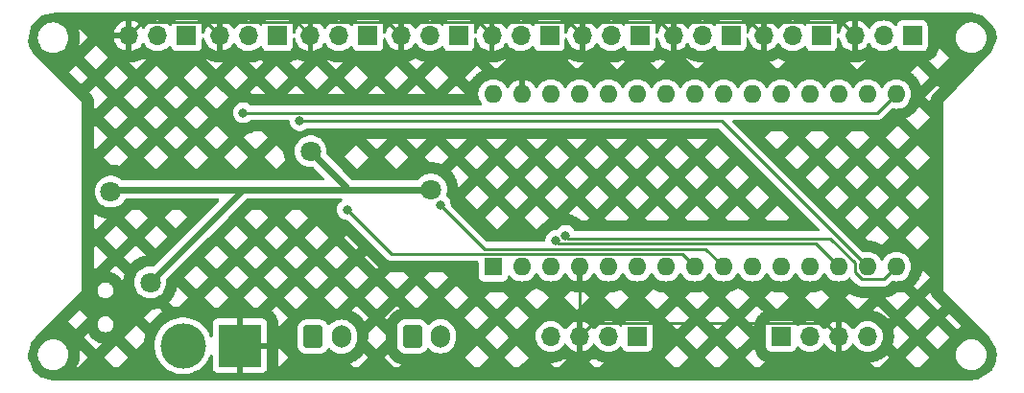
<source format=gbr>
%TF.GenerationSoftware,KiCad,Pcbnew,7.0.9*%
%TF.CreationDate,2024-01-21T19:27:48-06:00*%
%TF.ProjectId,Tei,5465692e-6b69-4636-9164-5f7063625858,1*%
%TF.SameCoordinates,Original*%
%TF.FileFunction,Copper,L2,Bot*%
%TF.FilePolarity,Positive*%
%FSLAX46Y46*%
G04 Gerber Fmt 4.6, Leading zero omitted, Abs format (unit mm)*
G04 Created by KiCad (PCBNEW 7.0.9) date 2024-01-21 19:27:48*
%MOMM*%
%LPD*%
G01*
G04 APERTURE LIST*
G04 Aperture macros list*
%AMRoundRect*
0 Rectangle with rounded corners*
0 $1 Rounding radius*
0 $2 $3 $4 $5 $6 $7 $8 $9 X,Y pos of 4 corners*
0 Add a 4 corners polygon primitive as box body*
4,1,4,$2,$3,$4,$5,$6,$7,$8,$9,$2,$3,0*
0 Add four circle primitives for the rounded corners*
1,1,$1+$1,$2,$3*
1,1,$1+$1,$4,$5*
1,1,$1+$1,$6,$7*
1,1,$1+$1,$8,$9*
0 Add four rect primitives between the rounded corners*
20,1,$1+$1,$2,$3,$4,$5,0*
20,1,$1+$1,$4,$5,$6,$7,0*
20,1,$1+$1,$6,$7,$8,$9,0*
20,1,$1+$1,$8,$9,$2,$3,0*%
G04 Aperture macros list end*
%TA.AperFunction,ComponentPad*%
%ADD10R,1.700000X1.700000*%
%TD*%
%TA.AperFunction,ComponentPad*%
%ADD11O,1.700000X1.700000*%
%TD*%
%TA.AperFunction,ComponentPad*%
%ADD12R,1.600000X1.600000*%
%TD*%
%TA.AperFunction,ComponentPad*%
%ADD13O,1.600000X1.600000*%
%TD*%
%TA.AperFunction,ComponentPad*%
%ADD14R,3.800000X3.800000*%
%TD*%
%TA.AperFunction,ComponentPad*%
%ADD15C,4.000000*%
%TD*%
%TA.AperFunction,ComponentPad*%
%ADD16RoundRect,0.250000X-0.600000X-0.750000X0.600000X-0.750000X0.600000X0.750000X-0.600000X0.750000X0*%
%TD*%
%TA.AperFunction,ComponentPad*%
%ADD17O,1.700000X2.000000*%
%TD*%
%TA.AperFunction,ViaPad*%
%ADD18C,0.800000*%
%TD*%
%TA.AperFunction,ViaPad*%
%ADD19C,1.800000*%
%TD*%
%TA.AperFunction,Conductor*%
%ADD20C,0.250000*%
%TD*%
%TA.AperFunction,Conductor*%
%ADD21C,0.600000*%
%TD*%
G04 APERTURE END LIST*
D10*
%TO.P,J7,1,Pin_1*%
%TO.N,+5V*%
X29778059Y31675500D03*
D11*
%TO.P,J7,2,Pin_2*%
%TO.N,SENS5*%
X27238059Y31675500D03*
%TO.P,J7,3,Pin_3*%
%TO.N,GND*%
X24698059Y31675500D03*
%TD*%
D10*
%TO.P,J6,1,Pin_1*%
%TO.N,+5V*%
X37781184Y31675500D03*
D11*
%TO.P,J6,2,Pin_2*%
%TO.N,SENS4*%
X35241184Y31675500D03*
%TO.P,J6,3,Pin_3*%
%TO.N,GND*%
X32701184Y31675500D03*
%TD*%
D10*
%TO.P,J5,1,Pin_1*%
%TO.N,+5V*%
X45784309Y31675500D03*
D11*
%TO.P,J5,2,Pin_2*%
%TO.N,SENS3*%
X43244309Y31675500D03*
%TO.P,J5,3,Pin_3*%
%TO.N,GND*%
X40704309Y31675500D03*
%TD*%
D10*
%TO.P,J4,1,Pin_1*%
%TO.N,+5V*%
X53787434Y31675500D03*
D11*
%TO.P,J4,2,Pin_2*%
%TO.N,SENS2*%
X51247434Y31675500D03*
%TO.P,J4,3,Pin_3*%
%TO.N,GND*%
X48707434Y31675500D03*
%TD*%
D12*
%TO.P,A1,1,D1/TX*%
%TO.N,TX*%
X40818684Y11285500D03*
D13*
%TO.P,A1,2,D0/RX*%
%TO.N,RX*%
X43358684Y11285500D03*
%TO.P,A1,3,~{RESET}*%
%TO.N,unconnected-(A1-~{RESET}-Pad3)*%
X45898684Y11285500D03*
%TO.P,A1,4,GND*%
%TO.N,GND*%
X48438684Y11285500D03*
%TO.P,A1,5,D2*%
%TO.N,MA2*%
X50978684Y11285500D03*
%TO.P,A1,6,D3*%
%TO.N,MA1*%
X53518684Y11285500D03*
%TO.P,A1,7,D4*%
%TO.N,STBY*%
X56058684Y11285500D03*
%TO.P,A1,8,D5*%
%TO.N,PWMA*%
X58598684Y11285500D03*
%TO.P,A1,9,D6*%
%TO.N,PWMB*%
X61138684Y11285500D03*
%TO.P,A1,10,D7*%
%TO.N,MB1*%
X63678684Y11285500D03*
%TO.P,A1,11,D8*%
%TO.N,MB2*%
X66218684Y11285500D03*
%TO.P,A1,12,D9*%
%TO.N,REMOTE*%
X68758684Y11285500D03*
%TO.P,A1,13,D10*%
%TO.N,Net-(A1-D10)*%
X71298684Y11285500D03*
%TO.P,A1,14,D11*%
%TO.N,Net-(A1-D11)*%
X73838684Y11285500D03*
%TO.P,A1,15,D12*%
%TO.N,Net-(A1-D12)*%
X76378684Y11285500D03*
%TO.P,A1,16,D13*%
%TO.N,Net-(A1-D13)*%
X76378684Y26525500D03*
%TO.P,A1,17,3V3*%
%TO.N,+3.3V*%
X73838684Y26525500D03*
%TO.P,A1,18,AREF*%
%TO.N,unconnected-(A1-AREF-Pad18)*%
X71298684Y26525500D03*
%TO.P,A1,19,A0*%
%TO.N,SENS0*%
X68758684Y26525500D03*
%TO.P,A1,20,A1*%
%TO.N,SENS1*%
X66218684Y26525500D03*
%TO.P,A1,21,A2*%
%TO.N,SENS2*%
X63678684Y26525500D03*
%TO.P,A1,22,A3*%
%TO.N,SENS3*%
X61138684Y26525500D03*
%TO.P,A1,23,A4*%
%TO.N,SENS4*%
X58598684Y26525500D03*
%TO.P,A1,24,A5*%
%TO.N,SENS5*%
X56058684Y26525500D03*
%TO.P,A1,25,A6*%
%TO.N,SENS6*%
X53518684Y26525500D03*
%TO.P,A1,26,A7*%
%TO.N,SENS7*%
X50978684Y26525500D03*
%TO.P,A1,27,+5V*%
%TO.N,unconnected-(A1-+5V-Pad27)*%
X48438684Y26525500D03*
%TO.P,A1,28,~{RESET}*%
%TO.N,unconnected-(A1-~{RESET}-Pad28)*%
X45898684Y26525500D03*
%TO.P,A1,29,GND*%
%TO.N,GND*%
X43358684Y26525500D03*
%TO.P,A1,30,VIN*%
%TO.N,+5V*%
X40818684Y26525500D03*
%TD*%
D10*
%TO.P,Bluetooth Adapter,1,Pin_1*%
%TO.N,RX*%
X53518684Y5125500D03*
D11*
%TO.P,Bluetooth Adapter,2,Pin_2*%
%TO.N,TX*%
X50978684Y5125500D03*
%TO.P,Bluetooth Adapter,3,Pin_3*%
%TO.N,GND*%
X48438684Y5125500D03*
%TO.P,Bluetooth Adapter,4,Pin_4*%
%TO.N,+5V*%
X45898684Y5125500D03*
%TD*%
D10*
%TO.P,J2,1,Pin_1*%
%TO.N,+5V*%
X69793684Y31675500D03*
D11*
%TO.P,J2,2,Pin_2*%
%TO.N,SENS0*%
X67253684Y31675500D03*
%TO.P,J2,3,Pin_3*%
%TO.N,GND*%
X64713684Y31675500D03*
%TD*%
D10*
%TO.P,J12,1,Pin_1*%
%TO.N,+5V*%
X77796809Y31675500D03*
D11*
%TO.P,J12,2,Pin_2*%
%TO.N,+3.3V*%
X75256809Y31675500D03*
%TO.P,J12,3,Pin_3*%
%TO.N,GND*%
X72716809Y31675500D03*
%TD*%
D10*
%TO.P,J3,1,Pin_1*%
%TO.N,+5V*%
X61790559Y31675500D03*
D11*
%TO.P,J3,2,Pin_2*%
%TO.N,SENS1*%
X59250559Y31675500D03*
%TO.P,J3,3,Pin_3*%
%TO.N,GND*%
X56710559Y31675500D03*
%TD*%
D10*
%TO.P,J8,1,Pin_1*%
%TO.N,+5V*%
X21774934Y31675500D03*
D11*
%TO.P,J8,2,Pin_2*%
%TO.N,SENS6*%
X19234934Y31675500D03*
%TO.P,J8,3,Pin_3*%
%TO.N,GND*%
X16694934Y31675500D03*
%TD*%
D10*
%TO.P,J9,1,Pin_1*%
%TO.N,+5V*%
X13771809Y31675500D03*
D11*
%TO.P,J9,2,Pin_2*%
%TO.N,SENS7*%
X11231809Y31675500D03*
%TO.P,J9,3,Pin_3*%
%TO.N,GND*%
X8691809Y31675500D03*
%TD*%
D14*
%TO.P,J1,1,Pin_1*%
%TO.N,GND*%
X18468684Y4295500D03*
D15*
%TO.P,J1,2,Pin_2*%
%TO.N,Net-(J1-Pin_2)*%
X13468684Y4295500D03*
%TD*%
D16*
%TO.P,J14,1,Pin_1*%
%TO.N,Net-(J14-Pin_1)*%
X33683684Y5125500D03*
D17*
%TO.P,J14,2,Pin_2*%
%TO.N,Net-(J14-Pin_2)*%
X36183684Y5125500D03*
%TD*%
D16*
%TO.P,J13,1,Pin_1*%
%TO.N,Net-(J13-Pin_1)*%
X24933684Y5100500D03*
D17*
%TO.P,J13,2,Pin_2*%
%TO.N,Net-(J13-Pin_2)*%
X27433684Y5100500D03*
%TD*%
D10*
%TO.P,REMOTE,1,Pin_1*%
%TO.N,unconnected-(J11-Pin_1-Pad1)*%
X66218684Y5125500D03*
D11*
%TO.P,REMOTE,2,Pin_2*%
%TO.N,REMOTE*%
X68758684Y5125500D03*
%TO.P,REMOTE,3,Pin_3*%
%TO.N,GND*%
X71298684Y5125500D03*
%TO.P,REMOTE,4,Pin_4*%
%TO.N,+5V*%
X73838684Y5125500D03*
%TD*%
D18*
%TO.N,PWMA*%
X27943689Y16315895D03*
%TO.N,PWMB*%
X36163684Y16750000D03*
%TO.N,Net-(A1-D10)*%
X46310529Y13584771D03*
%TO.N,Net-(A1-D11)*%
X23763684Y24151000D03*
%TO.N,Net-(A1-D12)*%
X47202073Y14037513D03*
%TO.N,Net-(A1-D13)*%
X18763684Y24875500D03*
D19*
%TO.N,VM*%
X10568684Y9895500D03*
X7084822Y17908740D03*
X24708684Y21475500D03*
X35338684Y18105500D03*
%TD*%
D20*
%TO.N,GND*%
X32701184Y31675500D02*
X31526184Y32850500D01*
X8691809Y31675500D02*
X9866809Y32850500D01*
X15519934Y32850500D02*
X16694934Y31675500D01*
X23523059Y32850500D02*
X15519934Y32850500D01*
X31526184Y32850500D02*
X23523059Y32850500D01*
X56710559Y31675500D02*
X55535559Y32850500D01*
X49613684Y6300500D02*
X70123684Y6300500D01*
X47532434Y32850500D02*
X39529309Y32850500D01*
X70123684Y6300500D02*
X71298684Y5125500D01*
X40704309Y31675500D02*
X39529309Y32850500D01*
X39529309Y32850500D02*
X31526184Y32850500D01*
X63538684Y32850500D02*
X55535559Y32850500D01*
X71541809Y32850500D02*
X63538684Y32850500D01*
X48438684Y5125500D02*
X49613684Y6300500D01*
X48707434Y31675500D02*
X47532434Y32850500D01*
X9866809Y32850500D02*
X15519934Y32850500D01*
X72716809Y31675500D02*
X71541809Y32850500D01*
X48438684Y5125500D02*
X48438684Y11285500D01*
X24698059Y31675500D02*
X23523059Y32850500D01*
X64713684Y31675500D02*
X63538684Y32850500D01*
X55535559Y32850500D02*
X47532434Y32850500D01*
%TO.N,PWMA*%
X27943689Y16315895D02*
X31849084Y12410500D01*
X57473684Y12410500D02*
X58598684Y11285500D01*
X31849084Y12410500D02*
X57473684Y12410500D01*
%TO.N,PWMB*%
X40028684Y12860500D02*
X59563684Y12860500D01*
X36163684Y16725500D02*
X40028684Y12860500D01*
X36163684Y16750000D02*
X36163684Y16725500D01*
X59563684Y12860500D02*
X61138684Y11285500D01*
%TO.N,Net-(A1-D10)*%
X69258684Y13325500D02*
X71298684Y11285500D01*
X65413684Y13325500D02*
X69258684Y13325500D01*
X46310529Y13584771D02*
X46581849Y13313451D01*
X48128684Y13310500D02*
X65398684Y13310500D01*
X48101635Y13313451D02*
X48113684Y13325500D01*
X48113684Y13325500D02*
X48128684Y13310500D01*
X65398684Y13310500D02*
X65413684Y13325500D01*
X46581849Y13313451D02*
X48101635Y13313451D01*
%TO.N,Net-(A1-D11)*%
X60973184Y24151000D02*
X73838684Y11285500D01*
X23763684Y24151000D02*
X60973184Y24151000D01*
%TO.N,Net-(A1-D12)*%
X72713684Y10819509D02*
X73372693Y10160500D01*
X75253684Y10160500D02*
X76378684Y11285500D01*
X47202073Y14037513D02*
X47464086Y13775500D01*
X72713684Y11625500D02*
X72713684Y10819509D01*
X70563684Y13775500D02*
X72713684Y11625500D01*
X47464086Y13775500D02*
X70563684Y13775500D01*
X73372693Y10160500D02*
X75253684Y10160500D01*
%TO.N,Net-(A1-D13)*%
X18763684Y24875500D02*
X74728684Y24875500D01*
X74728684Y24875500D02*
X76378684Y26525500D01*
D21*
%TO.N,VM*%
X10568684Y9895500D02*
X10568684Y9905500D01*
X35338684Y18105500D02*
X18768684Y18105500D01*
X10568684Y9905500D02*
X18768684Y18105500D01*
X18768684Y18105500D02*
X7281582Y18105500D01*
X7281582Y18105500D02*
X7084822Y17908740D01*
X24708684Y21475500D02*
X28078684Y18105500D01*
X28078684Y18105500D02*
X35338684Y18105500D01*
%TD*%
%TA.AperFunction,Conductor*%
%TO.N,GND*%
G36*
X83016806Y33745799D02*
G01*
X83966681Y33508330D01*
X84024286Y33475714D01*
X84741316Y32758684D01*
X84756809Y32739786D01*
X84855286Y32592070D01*
X85131445Y32177831D01*
X85138859Y32166711D01*
X85154069Y32134822D01*
X85173644Y32072005D01*
X85177494Y32059649D01*
X85179111Y32053295D01*
X85208110Y31907505D01*
X85231093Y31782086D01*
X85231977Y31774960D01*
X85243517Y31598898D01*
X85249281Y31503612D01*
X85249297Y31496386D01*
X85246508Y31446735D01*
X85232777Y31237251D01*
X85219952Y31189907D01*
X84758188Y30266378D01*
X84737429Y30236691D01*
X81750728Y27074303D01*
X80516909Y25842589D01*
X80516396Y25842244D01*
X80499616Y25825383D01*
X80499530Y25825173D01*
X80499458Y25825000D01*
X80499454Y25800452D01*
X80499510Y25800171D01*
X80500000Y24632550D01*
X80500000Y9242245D01*
X80506467Y9209758D01*
X80506468Y9206300D01*
X80506340Y9205641D01*
X80506438Y9181978D01*
X80506539Y9181737D01*
X80506597Y9181597D01*
X80506598Y9181597D01*
X80517541Y9170694D01*
X84589414Y5091861D01*
X84591755Y5089383D01*
X84595319Y5085396D01*
X84597971Y5082428D01*
X84611842Y5063596D01*
X84627262Y5037897D01*
X85130987Y4198353D01*
X85142076Y4174418D01*
X85147785Y4157601D01*
X85148653Y4154833D01*
X85181076Y4042293D01*
X85182308Y4037222D01*
X85213594Y3879937D01*
X85231786Y3772869D01*
X85232530Y3766534D01*
X85246501Y3553378D01*
X85249296Y3503598D01*
X85249281Y3496384D01*
X85243517Y3401103D01*
X85231977Y3225042D01*
X85231093Y3217916D01*
X85208110Y3092496D01*
X85179111Y2946706D01*
X85177494Y2940352D01*
X85137846Y2813120D01*
X85099643Y2700577D01*
X85096384Y2692770D01*
X84908902Y2317807D01*
X84906504Y2313455D01*
X84898410Y2300068D01*
X84896904Y2297699D01*
X84819408Y2181718D01*
X84816661Y2177925D01*
X84732618Y2070652D01*
X84730426Y2068008D01*
X84638739Y1963460D01*
X84635966Y1960498D01*
X84574468Y1898999D01*
X84550583Y1880351D01*
X83699697Y1369820D01*
X83672791Y1357764D01*
X83559648Y1322506D01*
X83553294Y1320889D01*
X83407504Y1291890D01*
X83282084Y1268907D01*
X83274958Y1268023D01*
X83098897Y1256483D01*
X83001866Y1250613D01*
X82998121Y1250500D01*
X2013267Y1250500D01*
X1983193Y1254202D01*
X1020836Y1494791D01*
X982128Y1511915D01*
X557500Y1795000D01*
X483825Y1844117D01*
X477332Y1849094D01*
X463460Y1861259D01*
X460511Y1864020D01*
X364033Y1960498D01*
X361259Y1963459D01*
X361258Y1963460D01*
X269566Y2068015D01*
X267380Y2070652D01*
X209375Y2144690D01*
X189350Y2181948D01*
X0Y2750000D01*
X-219954Y3189908D01*
X-232780Y3237252D01*
X-234328Y3260877D01*
X-236588Y3295359D01*
X-234446Y3327775D01*
X-200001Y3500000D01*
X644341Y3500000D01*
X664936Y3264597D01*
X664938Y3264587D01*
X726094Y3036345D01*
X726096Y3036341D01*
X726097Y3036337D01*
X754143Y2976193D01*
X825964Y2822172D01*
X825965Y2822170D01*
X961505Y2628598D01*
X1128597Y2461506D01*
X1322169Y2325966D01*
X1322171Y2325965D01*
X1536337Y2226097D01*
X1764592Y2164937D01*
X1941034Y2149500D01*
X2058966Y2149500D01*
X2235408Y2164937D01*
X2463663Y2226097D01*
X2677829Y2325965D01*
X2746430Y2374000D01*
X4065992Y2374000D01*
X4168678Y2374000D01*
X5064808Y3270130D01*
X6476192Y3270130D01*
X7372322Y2374000D01*
X7704212Y2374000D01*
X8600342Y3270130D01*
X7538267Y4332205D01*
X6476192Y3270130D01*
X5064808Y3270130D01*
X4283620Y4051318D01*
X4305395Y3970053D01*
X4313651Y3932811D01*
X4322154Y3884587D01*
X4327131Y3846779D01*
X4351995Y3562593D01*
X4353659Y3524486D01*
X4353659Y3475514D01*
X4351995Y3437407D01*
X4327131Y3153221D01*
X4322154Y3115413D01*
X4313651Y3067189D01*
X4305395Y3029947D01*
X4231558Y2754377D01*
X4220081Y2717977D01*
X4203329Y2671961D01*
X4188742Y2636744D01*
X4068185Y2378212D01*
X4065992Y2374000D01*
X2746430Y2374000D01*
X2871401Y2461505D01*
X3038495Y2628599D01*
X3174035Y2822170D01*
X3273903Y3036337D01*
X3335063Y3264592D01*
X3355659Y3500000D01*
X3354099Y3517825D01*
X3344723Y3625000D01*
X3335063Y3735408D01*
X3281045Y3937007D01*
X3273905Y3963656D01*
X3273904Y3963657D01*
X3273903Y3963663D01*
X3174035Y4177829D01*
X3174034Y4177831D01*
X3038494Y4371403D01*
X2871402Y4538495D01*
X2677830Y4674035D01*
X2677828Y4674036D01*
X2536170Y4740092D01*
X2463663Y4773903D01*
X2463659Y4773904D01*
X2463655Y4773906D01*
X2235413Y4835062D01*
X2235403Y4835064D01*
X2058966Y4850500D01*
X1941034Y4850500D01*
X1764596Y4835064D01*
X1764586Y4835062D01*
X1536344Y4773906D01*
X1536335Y4773902D01*
X1322171Y4674036D01*
X1322169Y4674035D01*
X1128597Y4538495D01*
X961506Y4371403D01*
X961501Y4371396D01*
X825967Y4177835D01*
X825965Y4177831D01*
X726098Y3963665D01*
X726094Y3963656D01*
X664938Y3735414D01*
X664936Y3735404D01*
X644341Y3500001D01*
X644341Y3500000D01*
X-200001Y3500000D01*
X-83531Y4082343D01*
X-5516Y4472425D01*
X16872Y4522498D01*
X403422Y5037898D01*
X4708425Y5037898D01*
X5770500Y3975823D01*
X6315418Y4520741D01*
X6292712Y4523498D01*
X6289007Y4524062D01*
X6240739Y4532908D01*
X6237077Y4533694D01*
X6174869Y4549027D01*
X6171262Y4550033D01*
X6124415Y4564630D01*
X6120873Y4565853D01*
X5901911Y4648894D01*
X5898451Y4650327D01*
X5853712Y4670461D01*
X5850343Y4672101D01*
X5793607Y4701877D01*
X5790344Y4703718D01*
X5748339Y4729110D01*
X5745193Y4731144D01*
X5552459Y4864179D01*
X5549442Y4866399D01*
X5510815Y4896661D01*
X5507938Y4899060D01*
X5459979Y4941548D01*
X5457251Y4944115D01*
X5422551Y4978815D01*
X5419984Y4981543D01*
X5370059Y5037897D01*
X8243959Y5037897D01*
X9306033Y3975823D01*
X9625710Y4295500D01*
X10963240Y4295500D01*
X10982994Y3981496D01*
X10982995Y3981489D01*
X11002004Y3881843D01*
X11041156Y3676597D01*
X11041954Y3672417D01*
X11139181Y3373184D01*
X11139183Y3373179D01*
X11273145Y3088497D01*
X11273148Y3088491D01*
X11441735Y2822839D01*
X11441738Y2822835D01*
X11642290Y2580410D01*
X11642292Y2580408D01*
X11642294Y2580406D01*
X11862094Y2374000D01*
X11871652Y2365024D01*
X11871662Y2365016D01*
X12126188Y2180092D01*
X12126193Y2180090D01*
X12126200Y2180084D01*
X12401918Y2028506D01*
X12401923Y2028504D01*
X12401925Y2028503D01*
X12401926Y2028502D01*
X12694455Y1912682D01*
X12694458Y1912681D01*
X12942114Y1849094D01*
X12999211Y1834434D01*
X13064694Y1826162D01*
X13311354Y1795001D01*
X13311363Y1795001D01*
X13311366Y1795000D01*
X13311368Y1795000D01*
X13626000Y1795000D01*
X13626002Y1795000D01*
X13626005Y1795001D01*
X13626013Y1795001D01*
X13812277Y1818532D01*
X13938157Y1834434D01*
X14242909Y1912681D01*
X14242912Y1912682D01*
X14535441Y2028502D01*
X14535442Y2028503D01*
X14535440Y2028503D01*
X14535450Y2028506D01*
X14811168Y2180084D01*
X15065714Y2365022D01*
X15295074Y2580406D01*
X15495631Y2822837D01*
X15664221Y3088493D01*
X15798187Y3373185D01*
X15826753Y3461103D01*
X15866190Y3518777D01*
X15930549Y3545976D01*
X15999395Y3534061D01*
X16050871Y3486817D01*
X16068684Y3422784D01*
X16068684Y2347656D01*
X16075085Y2288128D01*
X16075087Y2288121D01*
X16125329Y2153414D01*
X16125333Y2153407D01*
X16211493Y2038313D01*
X16211496Y2038310D01*
X16326590Y1952150D01*
X16326597Y1952146D01*
X16461304Y1901904D01*
X16461311Y1901902D01*
X16520839Y1895501D01*
X16520856Y1895500D01*
X18218684Y1895500D01*
X18218684Y2964865D01*
X18233363Y2960931D01*
X18409739Y2945500D01*
X18527629Y2945500D01*
X18704005Y2960931D01*
X18718684Y2964865D01*
X18718684Y1895500D01*
X20416512Y1895500D01*
X20416528Y1895501D01*
X20476056Y1901902D01*
X20476063Y1901904D01*
X20610770Y1952146D01*
X20610777Y1952150D01*
X20725871Y2038310D01*
X20725874Y2038313D01*
X20812034Y2153407D01*
X20812038Y2153414D01*
X20862280Y2288121D01*
X20862282Y2288128D01*
X20868683Y2347656D01*
X20868684Y2347673D01*
X20868684Y4045500D01*
X19799320Y4045500D01*
X19803253Y4060179D01*
X19810755Y4145924D01*
X21866684Y4145924D01*
X21866684Y2394336D01*
X22206344Y2733996D01*
X28225530Y2733996D01*
X28585526Y2374000D01*
X28917416Y2374000D01*
X29813546Y3270130D01*
X29813545Y3270131D01*
X31224929Y3270131D01*
X32121060Y2374000D01*
X32452950Y2374000D01*
X32735636Y2656687D01*
X32693673Y2665672D01*
X32690389Y2666469D01*
X32647652Y2678087D01*
X32644414Y2679063D01*
X32421154Y2753044D01*
X32417764Y2754278D01*
X32373862Y2771720D01*
X32370552Y2773147D01*
X32314637Y2799219D01*
X32311412Y2800838D01*
X32269811Y2823268D01*
X32266687Y2825072D01*
X32064845Y2949569D01*
X32061829Y2951552D01*
X32023114Y2978662D01*
X32020222Y2980816D01*
X31971825Y3019083D01*
X31969061Y3021402D01*
X31933768Y3052811D01*
X31931146Y3055286D01*
X31763470Y3222962D01*
X31760995Y3225584D01*
X31729586Y3260877D01*
X31727267Y3263641D01*
X31722136Y3270130D01*
X38295998Y3270130D01*
X39192128Y2374000D01*
X39524018Y2374000D01*
X40420147Y3270130D01*
X41831531Y3270130D01*
X42727661Y2374000D01*
X43059551Y2374000D01*
X43457796Y2772245D01*
X45864950Y2772245D01*
X46263195Y2374000D01*
X46595085Y2374000D01*
X47139332Y2918249D01*
X49254480Y2918249D01*
X49798729Y2374000D01*
X50130619Y2374000D01*
X50565080Y2808463D01*
X50545873Y2811849D01*
X50508631Y2820105D01*
X50233061Y2893942D01*
X50196661Y2905419D01*
X50150645Y2922171D01*
X50115428Y2936758D01*
X49856896Y3057315D01*
X49823077Y3074920D01*
X49780666Y3099403D01*
X49748486Y3119904D01*
X49708247Y3148080D01*
X49668632Y3120339D01*
X49636450Y3099839D01*
X49594041Y3075355D01*
X49560221Y3057750D01*
X49301767Y2937231D01*
X49266551Y2922643D01*
X49254480Y2918249D01*
X47139332Y2918249D01*
X47291950Y3070867D01*
X47283327Y3075355D01*
X47240918Y3099839D01*
X47208736Y3120339D01*
X47169119Y3148080D01*
X47128882Y3119904D01*
X47096702Y3099403D01*
X47054291Y3074920D01*
X47020472Y3057315D01*
X46761940Y2936758D01*
X46726723Y2922171D01*
X46680707Y2905419D01*
X46644307Y2893942D01*
X46368737Y2820105D01*
X46331495Y2811849D01*
X46283271Y2803346D01*
X46245463Y2798369D01*
X45961277Y2773505D01*
X45923170Y2771841D01*
X45874198Y2771841D01*
X45864950Y2772245D01*
X43457796Y2772245D01*
X43955681Y3270130D01*
X55973667Y3270130D01*
X56869797Y2374000D01*
X57201687Y2374000D01*
X58097817Y3270130D01*
X59509201Y3270130D01*
X60405331Y2374000D01*
X60737221Y2374000D01*
X61633351Y3270130D01*
X61633350Y3270131D01*
X63044734Y3270131D01*
X63940865Y2374000D01*
X64272755Y2374000D01*
X64692105Y2793352D01*
X74128115Y2793352D01*
X74547467Y2374000D01*
X74879357Y2374000D01*
X75775486Y3270130D01*
X77186871Y3270130D01*
X78083001Y2374000D01*
X78414891Y2374000D01*
X79311020Y3270130D01*
X79081150Y3500000D01*
X81644341Y3500000D01*
X81664936Y3264597D01*
X81664938Y3264587D01*
X81726094Y3036345D01*
X81726096Y3036341D01*
X81726097Y3036337D01*
X81754143Y2976193D01*
X81825964Y2822172D01*
X81825965Y2822170D01*
X81961505Y2628598D01*
X82128597Y2461506D01*
X82322169Y2325966D01*
X82322171Y2325965D01*
X82536337Y2226097D01*
X82764592Y2164937D01*
X82941034Y2149500D01*
X83058966Y2149500D01*
X83235408Y2164937D01*
X83463663Y2226097D01*
X83677829Y2325965D01*
X83871401Y2461505D01*
X84038495Y2628599D01*
X84174035Y2822170D01*
X84273903Y3036337D01*
X84335063Y3264592D01*
X84355659Y3500000D01*
X84354099Y3517825D01*
X84344723Y3625000D01*
X84335063Y3735408D01*
X84281045Y3937007D01*
X84273905Y3963656D01*
X84273904Y3963657D01*
X84273903Y3963663D01*
X84174035Y4177829D01*
X84174034Y4177831D01*
X84038494Y4371403D01*
X83871402Y4538495D01*
X83677830Y4674035D01*
X83677828Y4674036D01*
X83536170Y4740092D01*
X83463663Y4773903D01*
X83463659Y4773904D01*
X83463655Y4773906D01*
X83235413Y4835062D01*
X83235403Y4835064D01*
X83058966Y4850500D01*
X82941034Y4850500D01*
X82764596Y4835064D01*
X82764586Y4835062D01*
X82536344Y4773906D01*
X82536335Y4773902D01*
X82322171Y4674036D01*
X82322169Y4674035D01*
X82128597Y4538495D01*
X81961506Y4371403D01*
X81961501Y4371396D01*
X81825967Y4177835D01*
X81825965Y4177831D01*
X81726098Y3963665D01*
X81726094Y3963656D01*
X81664938Y3735414D01*
X81664936Y3735404D01*
X81644341Y3500001D01*
X81644341Y3500000D01*
X79081150Y3500000D01*
X78248945Y4332205D01*
X77186871Y3270130D01*
X75775486Y3270130D01*
X75540041Y3505575D01*
X75398471Y3364005D01*
X75370365Y3338252D01*
X75332854Y3306773D01*
X75302579Y3283541D01*
X75068882Y3119904D01*
X75036702Y3099403D01*
X74994291Y3074920D01*
X74960472Y3057315D01*
X74701940Y2936758D01*
X74666723Y2922171D01*
X74620707Y2905419D01*
X74584307Y2893942D01*
X74308737Y2820105D01*
X74271495Y2811849D01*
X74223271Y2803346D01*
X74185463Y2798369D01*
X74128115Y2793352D01*
X64692105Y2793352D01*
X64790548Y2891795D01*
X64742108Y2909861D01*
X64738017Y2911555D01*
X64685252Y2935653D01*
X64681293Y2937634D01*
X64614817Y2973933D01*
X64611009Y2976193D01*
X64562218Y3007550D01*
X64558581Y3010075D01*
X64382739Y3141712D01*
X64379292Y3144489D01*
X64335462Y3182468D01*
X64332221Y3185485D01*
X64278669Y3239037D01*
X64275652Y3242278D01*
X64237673Y3286108D01*
X64234896Y3289555D01*
X64103259Y3465397D01*
X64100734Y3469034D01*
X64069377Y3517825D01*
X64067117Y3521633D01*
X64030818Y3588109D01*
X64028837Y3592068D01*
X64004739Y3644833D01*
X64003045Y3648924D01*
X63927938Y3850297D01*
X63926698Y3853967D01*
X63911969Y3902525D01*
X63910961Y3906264D01*
X63895722Y3970749D01*
X63894949Y3974545D01*
X63886385Y4024569D01*
X63885850Y4028407D01*
X63877810Y4103206D01*
X63044734Y3270131D01*
X61633350Y3270131D01*
X60571276Y4332205D01*
X59509201Y3270130D01*
X58097817Y3270130D01*
X57035742Y4332205D01*
X55973667Y3270130D01*
X43955681Y3270130D01*
X42893606Y4332205D01*
X41831531Y3270130D01*
X40420147Y3270130D01*
X39358072Y4332205D01*
X38295998Y3270130D01*
X31722136Y3270130D01*
X31689000Y3312038D01*
X31686846Y3314930D01*
X31659736Y3353645D01*
X31657753Y3356661D01*
X31533256Y3558503D01*
X31531452Y3561627D01*
X31526188Y3571390D01*
X31224929Y3270131D01*
X29813545Y3270131D01*
X29408018Y3675658D01*
X29275654Y3486619D01*
X29252440Y3456366D01*
X29220963Y3418852D01*
X29195189Y3390723D01*
X28993461Y3188995D01*
X28965332Y3163221D01*
X28927818Y3131744D01*
X28897565Y3108530D01*
X28663886Y2944908D01*
X28631724Y2924419D01*
X28589319Y2899935D01*
X28555482Y2882320D01*
X28296940Y2761758D01*
X28261723Y2747171D01*
X28225530Y2733996D01*
X22206344Y2733996D01*
X22742478Y3270130D01*
X21866684Y4145924D01*
X19810755Y4145924D01*
X19823841Y4295500D01*
X19823404Y4300499D01*
X23583184Y4300499D01*
X23583185Y4300482D01*
X23593684Y4197704D01*
X23593685Y4197701D01*
X23648869Y4031169D01*
X23648871Y4031164D01*
X23679511Y3981489D01*
X23740972Y3881844D01*
X23865028Y3757788D01*
X24014350Y3665686D01*
X24180887Y3610501D01*
X24283675Y3600000D01*
X25583692Y3600001D01*
X25686481Y3610501D01*
X25853018Y3665686D01*
X26002340Y3757788D01*
X26126396Y3881844D01*
X26218498Y4031166D01*
X26218498Y4031169D01*
X26221862Y4036621D01*
X26273810Y4083346D01*
X26342772Y4094569D01*
X26406854Y4066726D01*
X26415082Y4059206D01*
X26562283Y3912005D01*
X26648557Y3851595D01*
X26755849Y3776468D01*
X26755851Y3776467D01*
X26755854Y3776465D01*
X26970021Y3676597D01*
X27198276Y3615437D01*
X27374718Y3600000D01*
X27433683Y3594841D01*
X27433684Y3594841D01*
X27433685Y3594841D01*
X27492650Y3600000D01*
X27669092Y3615437D01*
X27897347Y3676597D01*
X28111513Y3776465D01*
X28305085Y3912005D01*
X28472179Y4079099D01*
X28607719Y4272671D01*
X28707587Y4486837D01*
X28768747Y4715092D01*
X28769504Y4723745D01*
X29771315Y4723745D01*
X30519237Y3975823D01*
X30868913Y4325499D01*
X32333184Y4325499D01*
X32333185Y4325482D01*
X32343684Y4222704D01*
X32343685Y4222701D01*
X32398869Y4056169D01*
X32398871Y4056164D01*
X32413057Y4033165D01*
X32490972Y3906844D01*
X32615028Y3782788D01*
X32764350Y3690686D01*
X32930887Y3635501D01*
X33033675Y3625000D01*
X34333692Y3625001D01*
X34436481Y3635501D01*
X34603018Y3690686D01*
X34752340Y3782788D01*
X34876396Y3906844D01*
X34968498Y4056166D01*
X34968498Y4056169D01*
X34971862Y4061621D01*
X35023810Y4108346D01*
X35092772Y4119569D01*
X35156854Y4091726D01*
X35165082Y4084206D01*
X35312283Y3937005D01*
X35397169Y3877567D01*
X35505849Y3801468D01*
X35505851Y3801467D01*
X35505854Y3801465D01*
X35720021Y3701597D01*
X35948276Y3640437D01*
X36124718Y3625000D01*
X36183683Y3619841D01*
X36183684Y3619841D01*
X36183685Y3619841D01*
X36242650Y3625000D01*
X36419092Y3640437D01*
X36647347Y3701597D01*
X36861513Y3801465D01*
X37055085Y3937005D01*
X37222179Y4104099D01*
X37357719Y4297671D01*
X37457587Y4511837D01*
X37518747Y4740092D01*
X37534184Y4916534D01*
X37534184Y5037897D01*
X40063764Y5037897D01*
X41125839Y3975823D01*
X42187914Y5037897D01*
X42100311Y5125500D01*
X44543025Y5125500D01*
X44563620Y4890097D01*
X44563622Y4890087D01*
X44624778Y4661845D01*
X44624780Y4661841D01*
X44624781Y4661837D01*
X44704485Y4490912D01*
X44724649Y4447670D01*
X44724651Y4447666D01*
X44810194Y4325499D01*
X44860189Y4254099D01*
X45027283Y4087005D01*
X45107025Y4031169D01*
X45220849Y3951468D01*
X45220851Y3951467D01*
X45220854Y3951465D01*
X45435021Y3851597D01*
X45435027Y3851596D01*
X45435028Y3851595D01*
X45453002Y3846779D01*
X45663276Y3790437D01*
X45839718Y3775000D01*
X45898683Y3769841D01*
X45898684Y3769841D01*
X45898685Y3769841D01*
X45957650Y3775000D01*
X46134092Y3790437D01*
X46362347Y3851597D01*
X46576514Y3951465D01*
X46770085Y4087005D01*
X46937179Y4254099D01*
X47067414Y4440095D01*
X47121991Y4483719D01*
X47191489Y4490913D01*
X47253844Y4459390D01*
X47270563Y4440095D01*
X47400574Y4254422D01*
X47567601Y4087395D01*
X47761105Y3951900D01*
X47975191Y3852071D01*
X47975200Y3852067D01*
X48188684Y3794866D01*
X48188684Y4689999D01*
X48296369Y4640820D01*
X48402921Y4625500D01*
X48474447Y4625500D01*
X48580999Y4640820D01*
X48688684Y4689999D01*
X48688684Y3794867D01*
X48902167Y3852067D01*
X48902176Y3852071D01*
X49116262Y3951900D01*
X49309766Y4087395D01*
X49476789Y4254418D01*
X49606803Y4440095D01*
X49661380Y4483719D01*
X49730879Y4490912D01*
X49793233Y4459390D01*
X49809953Y4440095D01*
X49940189Y4254099D01*
X50107283Y4087005D01*
X50187025Y4031169D01*
X50300849Y3951468D01*
X50300851Y3951467D01*
X50300854Y3951465D01*
X50515021Y3851597D01*
X50515027Y3851596D01*
X50515028Y3851595D01*
X50533002Y3846779D01*
X50743276Y3790437D01*
X50919718Y3775000D01*
X50978683Y3769841D01*
X50978684Y3769841D01*
X50978685Y3769841D01*
X51037650Y3775000D01*
X51214092Y3790437D01*
X51442347Y3851597D01*
X51656514Y3951465D01*
X51850085Y4087005D01*
X51972013Y4208934D01*
X52033332Y4242416D01*
X52103024Y4237432D01*
X52158958Y4195561D01*
X52175873Y4164583D01*
X52224886Y4033172D01*
X52224890Y4033165D01*
X52311136Y3917956D01*
X52311139Y3917953D01*
X52426348Y3831707D01*
X52426355Y3831703D01*
X52561201Y3781409D01*
X52561200Y3781409D01*
X52568128Y3780665D01*
X52620811Y3775000D01*
X54416556Y3775001D01*
X54476167Y3781409D01*
X54611015Y3831704D01*
X54726230Y3917954D01*
X54812480Y4033169D01*
X54862775Y4168017D01*
X54869184Y4227627D01*
X54869184Y5037897D01*
X57741434Y5037897D01*
X58803509Y3975822D01*
X59865584Y5037897D01*
X61276968Y5037897D01*
X62339043Y3975822D01*
X62590851Y4227630D01*
X64868184Y4227630D01*
X64868185Y4227624D01*
X64874592Y4168017D01*
X64924886Y4033172D01*
X64924890Y4033165D01*
X65011136Y3917956D01*
X65011139Y3917953D01*
X65126348Y3831707D01*
X65126355Y3831703D01*
X65261201Y3781409D01*
X65261200Y3781409D01*
X65268128Y3780665D01*
X65320811Y3775000D01*
X67116556Y3775001D01*
X67176167Y3781409D01*
X67311015Y3831704D01*
X67426230Y3917954D01*
X67512480Y4033169D01*
X67561494Y4164584D01*
X67603365Y4220516D01*
X67668829Y4244934D01*
X67737102Y4230083D01*
X67765357Y4208931D01*
X67887283Y4087005D01*
X67967025Y4031169D01*
X68080849Y3951468D01*
X68080851Y3951467D01*
X68080854Y3951465D01*
X68295021Y3851597D01*
X68295027Y3851596D01*
X68295028Y3851595D01*
X68313002Y3846779D01*
X68523276Y3790437D01*
X68699718Y3775000D01*
X68758683Y3769841D01*
X68758684Y3769841D01*
X68758685Y3769841D01*
X68817650Y3775000D01*
X68994092Y3790437D01*
X69222347Y3851597D01*
X69436514Y3951465D01*
X69630085Y4087005D01*
X69797179Y4254099D01*
X69927414Y4440095D01*
X69981991Y4483719D01*
X70051489Y4490913D01*
X70113844Y4459390D01*
X70130563Y4440095D01*
X70260574Y4254422D01*
X70427601Y4087395D01*
X70621105Y3951900D01*
X70835191Y3852071D01*
X70835200Y3852067D01*
X71048684Y3794866D01*
X71048684Y4689999D01*
X71156369Y4640820D01*
X71262921Y4625500D01*
X71334447Y4625500D01*
X71440999Y4640820D01*
X71548684Y4689999D01*
X71548684Y3794867D01*
X71762167Y3852067D01*
X71762176Y3852071D01*
X71976262Y3951900D01*
X72169766Y4087395D01*
X72336789Y4254418D01*
X72466803Y4440095D01*
X72521380Y4483719D01*
X72590879Y4490912D01*
X72653233Y4459390D01*
X72669953Y4440095D01*
X72800189Y4254099D01*
X72967283Y4087005D01*
X73047025Y4031169D01*
X73160849Y3951468D01*
X73160851Y3951467D01*
X73160854Y3951465D01*
X73375021Y3851597D01*
X73375027Y3851596D01*
X73375028Y3851595D01*
X73393002Y3846779D01*
X73603276Y3790437D01*
X73779718Y3775000D01*
X73838683Y3769841D01*
X73838684Y3769841D01*
X73838685Y3769841D01*
X73897650Y3775000D01*
X74074092Y3790437D01*
X74302347Y3851597D01*
X74516514Y3951465D01*
X74710085Y4087005D01*
X74877179Y4254099D01*
X74969051Y4385305D01*
X76071696Y4385305D01*
X76481178Y3975823D01*
X77543253Y5037897D01*
X78954637Y5037897D01*
X80016712Y3975823D01*
X81078787Y5037897D01*
X80016712Y6099972D01*
X78954637Y5037897D01*
X77543253Y5037897D01*
X76481178Y6099973D01*
X76108720Y5727515D01*
X76144079Y5595553D01*
X76152335Y5558311D01*
X76160838Y5510087D01*
X76165815Y5472279D01*
X76190679Y5188093D01*
X76192343Y5149986D01*
X76192343Y5101014D01*
X76190679Y5062907D01*
X76165815Y4778721D01*
X76160838Y4740913D01*
X76152335Y4692689D01*
X76144079Y4655447D01*
X76071696Y4385305D01*
X74969051Y4385305D01*
X75012719Y4447670D01*
X75112587Y4661837D01*
X75173747Y4890092D01*
X75194343Y5125500D01*
X75192227Y5149680D01*
X75185161Y5230446D01*
X75173747Y5360908D01*
X75112587Y5589163D01*
X75012719Y5803329D01*
X75007415Y5810905D01*
X74877178Y5996903D01*
X74710086Y6163994D01*
X74710079Y6163999D01*
X74516518Y6299533D01*
X74516514Y6299535D01*
X74490424Y6311701D01*
X74302347Y6399403D01*
X74302343Y6399404D01*
X74302339Y6399406D01*
X74074097Y6460562D01*
X74074087Y6460564D01*
X73838685Y6481159D01*
X73838683Y6481159D01*
X73603280Y6460564D01*
X73603270Y6460562D01*
X73375028Y6399406D01*
X73375019Y6399402D01*
X73160855Y6299536D01*
X73160853Y6299535D01*
X72967281Y6163995D01*
X72800192Y5996906D01*
X72669953Y5810905D01*
X72615376Y5767281D01*
X72545877Y5760088D01*
X72483523Y5791610D01*
X72466803Y5810906D01*
X72336797Y5996574D01*
X72336792Y5996580D01*
X72169766Y6163606D01*
X71976262Y6299101D01*
X71762176Y6398930D01*
X71762170Y6398933D01*
X71548684Y6456136D01*
X71548684Y5561002D01*
X71440999Y5610180D01*
X71334447Y5625500D01*
X71262921Y5625500D01*
X71156369Y5610180D01*
X71048684Y5561002D01*
X71048684Y6456136D01*
X71048683Y6456136D01*
X70835197Y6398933D01*
X70835191Y6398930D01*
X70621106Y6299101D01*
X70621104Y6299100D01*
X70427610Y6163614D01*
X70427604Y6163609D01*
X70260575Y5996580D01*
X70260574Y5996578D01*
X70130564Y5810905D01*
X70075987Y5767281D01*
X70006488Y5760088D01*
X69944134Y5791610D01*
X69927414Y5810906D01*
X69797178Y5996903D01*
X69630086Y6163994D01*
X69630079Y6163999D01*
X69436518Y6299533D01*
X69436514Y6299535D01*
X69410424Y6311701D01*
X69222347Y6399403D01*
X69222343Y6399404D01*
X69222339Y6399406D01*
X68994097Y6460562D01*
X68994087Y6460564D01*
X68758685Y6481159D01*
X68758683Y6481159D01*
X68523280Y6460564D01*
X68523270Y6460562D01*
X68295028Y6399406D01*
X68295019Y6399402D01*
X68080855Y6299536D01*
X68080853Y6299535D01*
X67887284Y6163997D01*
X67765357Y6042070D01*
X67704034Y6008586D01*
X67634342Y6013570D01*
X67578409Y6055442D01*
X67561494Y6086419D01*
X67512481Y6217829D01*
X67512477Y6217836D01*
X67426231Y6333045D01*
X67426228Y6333048D01*
X67311019Y6419294D01*
X67311012Y6419298D01*
X67176166Y6469592D01*
X67176167Y6469592D01*
X67116567Y6475999D01*
X67116565Y6476000D01*
X67116557Y6476000D01*
X67116548Y6476000D01*
X65320813Y6476000D01*
X65320807Y6475999D01*
X65261200Y6469592D01*
X65126355Y6419298D01*
X65126348Y6419294D01*
X65011139Y6333048D01*
X65011136Y6333045D01*
X64924890Y6217836D01*
X64924886Y6217829D01*
X64874592Y6082983D01*
X64868713Y6028297D01*
X64868185Y6023377D01*
X64868184Y6023365D01*
X64868184Y4227630D01*
X62590851Y4227630D01*
X63401118Y5037897D01*
X62339043Y6099972D01*
X61276968Y5037897D01*
X59865584Y5037897D01*
X58803509Y6099972D01*
X57741434Y5037897D01*
X54869184Y5037897D01*
X54869183Y6023372D01*
X54862775Y6082983D01*
X54861494Y6086417D01*
X54812481Y6217829D01*
X54812477Y6217836D01*
X54726231Y6333045D01*
X54726228Y6333048D01*
X54611019Y6419294D01*
X54611012Y6419298D01*
X54476166Y6469592D01*
X54476167Y6469592D01*
X54416567Y6475999D01*
X54416565Y6476000D01*
X54416557Y6476000D01*
X54416548Y6476000D01*
X52620813Y6476000D01*
X52620807Y6475999D01*
X52561200Y6469592D01*
X52426355Y6419298D01*
X52426348Y6419294D01*
X52311139Y6333048D01*
X52311136Y6333045D01*
X52224890Y6217836D01*
X52224887Y6217831D01*
X52175873Y6086417D01*
X52134001Y6030484D01*
X52068537Y6006067D01*
X52000264Y6020919D01*
X51972010Y6042070D01*
X51850086Y6163994D01*
X51850079Y6163999D01*
X51656518Y6299533D01*
X51656514Y6299535D01*
X51630424Y6311701D01*
X51442347Y6399403D01*
X51442343Y6399404D01*
X51442339Y6399406D01*
X51214097Y6460562D01*
X51214087Y6460564D01*
X50978685Y6481159D01*
X50978683Y6481159D01*
X50743280Y6460564D01*
X50743270Y6460562D01*
X50515028Y6399406D01*
X50515019Y6399402D01*
X50300855Y6299536D01*
X50300853Y6299535D01*
X50107281Y6163995D01*
X49940192Y5996906D01*
X49809953Y5810905D01*
X49755376Y5767281D01*
X49685877Y5760088D01*
X49623523Y5791610D01*
X49606803Y5810906D01*
X49476797Y5996574D01*
X49476792Y5996580D01*
X49309766Y6163606D01*
X49116262Y6299101D01*
X48902176Y6398930D01*
X48902170Y6398933D01*
X48688684Y6456136D01*
X48688684Y5561002D01*
X48580999Y5610180D01*
X48474447Y5625500D01*
X48402921Y5625500D01*
X48296369Y5610180D01*
X48188684Y5561002D01*
X48188684Y6456136D01*
X48188683Y6456136D01*
X47975197Y6398933D01*
X47975191Y6398930D01*
X47761106Y6299101D01*
X47761104Y6299100D01*
X47567610Y6163614D01*
X47567604Y6163609D01*
X47400575Y5996580D01*
X47400574Y5996578D01*
X47270564Y5810905D01*
X47215987Y5767281D01*
X47146488Y5760088D01*
X47084134Y5791610D01*
X47067414Y5810906D01*
X46937178Y5996903D01*
X46770086Y6163994D01*
X46770079Y6163999D01*
X46576518Y6299533D01*
X46576514Y6299535D01*
X46550424Y6311701D01*
X46362347Y6399403D01*
X46362343Y6399404D01*
X46362339Y6399406D01*
X46134097Y6460562D01*
X46134087Y6460564D01*
X45898685Y6481159D01*
X45898683Y6481159D01*
X45663280Y6460564D01*
X45663270Y6460562D01*
X45435028Y6399406D01*
X45435019Y6399402D01*
X45220855Y6299536D01*
X45220853Y6299535D01*
X45027281Y6163995D01*
X44860189Y5996903D01*
X44724649Y5803331D01*
X44724648Y5803329D01*
X44624782Y5589165D01*
X44624778Y5589156D01*
X44563622Y5360914D01*
X44563620Y5360904D01*
X44543025Y5125501D01*
X44543025Y5125500D01*
X42100311Y5125500D01*
X41125839Y6099972D01*
X40063764Y5037897D01*
X37534184Y5037897D01*
X37534184Y5334466D01*
X37518747Y5510908D01*
X37457587Y5739163D01*
X37357719Y5953329D01*
X37356294Y5955365D01*
X37222178Y6146903D01*
X37055086Y6313994D01*
X37055079Y6313999D01*
X37049646Y6317803D01*
X36976470Y6369042D01*
X36861518Y6449533D01*
X36861514Y6449535D01*
X36847358Y6456136D01*
X36647347Y6549403D01*
X36647343Y6549404D01*
X36647339Y6549406D01*
X36419097Y6610562D01*
X36419087Y6610564D01*
X36183685Y6631159D01*
X36183683Y6631159D01*
X35948280Y6610564D01*
X35948270Y6610562D01*
X35720028Y6549406D01*
X35720019Y6549402D01*
X35505855Y6449536D01*
X35505853Y6449535D01*
X35312281Y6313995D01*
X35165082Y6166795D01*
X35103759Y6133310D01*
X35034067Y6138294D01*
X34978134Y6180166D01*
X34971862Y6189380D01*
X34876396Y6344156D01*
X34752341Y6468211D01*
X34752340Y6468212D01*
X34643548Y6535315D01*
X34603020Y6560313D01*
X34603015Y6560315D01*
X34578794Y6568341D01*
X34436481Y6615499D01*
X34436479Y6615500D01*
X34333694Y6626000D01*
X33033682Y6626000D01*
X33033665Y6625999D01*
X32930887Y6615500D01*
X32930884Y6615499D01*
X32764352Y6560315D01*
X32764347Y6560313D01*
X32615026Y6468211D01*
X32490973Y6344158D01*
X32398871Y6194837D01*
X32398869Y6194832D01*
X32380134Y6138294D01*
X32343685Y6028297D01*
X32343685Y6028296D01*
X32343684Y6028296D01*
X32333184Y5925517D01*
X32333184Y4325499D01*
X30868913Y4325499D01*
X31335184Y4791769D01*
X31335184Y5284026D01*
X30519237Y6099973D01*
X29780858Y5361594D01*
X29782184Y5331241D01*
X29782184Y4869759D01*
X29780284Y4826246D01*
X29771315Y4723745D01*
X28769504Y4723745D01*
X28784184Y4891534D01*
X28784184Y5309466D01*
X28768747Y5485908D01*
X28707587Y5714163D01*
X28607719Y5928329D01*
X28595854Y5945275D01*
X28472178Y6121903D01*
X28305086Y6288994D01*
X28305079Y6288999D01*
X28290653Y6299100D01*
X28225509Y6344715D01*
X28111518Y6424533D01*
X28111514Y6424535D01*
X28066072Y6445725D01*
X27897347Y6524403D01*
X27897343Y6524404D01*
X27897339Y6524406D01*
X27669097Y6585562D01*
X27669087Y6585564D01*
X27433685Y6606159D01*
X27433683Y6606159D01*
X27198280Y6585564D01*
X27198270Y6585562D01*
X26970028Y6524406D01*
X26970019Y6524402D01*
X26755855Y6424536D01*
X26755853Y6424535D01*
X26562281Y6288995D01*
X26415082Y6141795D01*
X26353759Y6108310D01*
X26284067Y6113294D01*
X26228134Y6155166D01*
X26221862Y6164380D01*
X26126396Y6319156D01*
X26002341Y6443211D01*
X26002340Y6443212D01*
X25909572Y6500431D01*
X25853020Y6535313D01*
X25853015Y6535315D01*
X25810491Y6549406D01*
X25686481Y6590499D01*
X25686479Y6590500D01*
X25583694Y6601000D01*
X24283682Y6601000D01*
X24283665Y6600999D01*
X24180887Y6590500D01*
X24180884Y6590499D01*
X24014352Y6535315D01*
X24014347Y6535313D01*
X23865026Y6443211D01*
X23740973Y6319158D01*
X23648871Y6169837D01*
X23648869Y6169832D01*
X23630745Y6115136D01*
X23593685Y6003297D01*
X23593685Y6003296D01*
X23593684Y6003296D01*
X23583184Y5900517D01*
X23583184Y4300499D01*
X19823404Y4300499D01*
X19803253Y4530821D01*
X19799320Y4545500D01*
X20868684Y4545500D01*
X20868684Y6243328D01*
X20868683Y6243345D01*
X20862282Y6302873D01*
X20862280Y6302880D01*
X20812038Y6437587D01*
X20812034Y6437594D01*
X20725874Y6552688D01*
X20725871Y6552691D01*
X20610777Y6638851D01*
X20610770Y6638855D01*
X20476063Y6689097D01*
X20476056Y6689099D01*
X20416528Y6695500D01*
X18718684Y6695500D01*
X18718684Y5626136D01*
X18704005Y5630069D01*
X18527629Y5645500D01*
X18409739Y5645500D01*
X18233363Y5630069D01*
X18218684Y5626136D01*
X18218684Y6695500D01*
X16520839Y6695500D01*
X16461311Y6689099D01*
X16461304Y6689097D01*
X16326597Y6638855D01*
X16326590Y6638851D01*
X16211496Y6552691D01*
X16211493Y6552688D01*
X16125333Y6437594D01*
X16125329Y6437587D01*
X16075087Y6302880D01*
X16075085Y6302873D01*
X16068684Y6243345D01*
X16068684Y5168217D01*
X16048999Y5101178D01*
X15996195Y5055423D01*
X15927037Y5045479D01*
X15863481Y5074504D01*
X15826753Y5129899D01*
X15798186Y5217817D01*
X15798184Y5217822D01*
X15730530Y5361594D01*
X15664221Y5502507D01*
X15595890Y5610180D01*
X15495632Y5768162D01*
X15495629Y5768166D01*
X15295077Y6010591D01*
X15295075Y6010593D01*
X15281462Y6023377D01*
X15065714Y6225978D01*
X15065711Y6225980D01*
X15065705Y6225985D01*
X14811179Y6410909D01*
X14811172Y6410914D01*
X14811168Y6410916D01*
X14535450Y6562494D01*
X14535447Y6562496D01*
X14535442Y6562498D01*
X14535441Y6562499D01*
X14242912Y6678319D01*
X14242909Y6678320D01*
X13938160Y6756566D01*
X13938147Y6756568D01*
X13626013Y6796000D01*
X13626002Y6796000D01*
X13311366Y6796000D01*
X13311354Y6796000D01*
X12999220Y6756568D01*
X12999207Y6756566D01*
X12694458Y6678320D01*
X12694455Y6678319D01*
X12401926Y6562499D01*
X12401925Y6562498D01*
X12126200Y6410916D01*
X12126188Y6410909D01*
X11871662Y6225985D01*
X11871652Y6225977D01*
X11642292Y6010593D01*
X11642290Y6010591D01*
X11441738Y5768166D01*
X11441735Y5768162D01*
X11273148Y5502510D01*
X11273145Y5502504D01*
X11139183Y5217822D01*
X11139181Y5217817D01*
X11041954Y4918584D01*
X10982995Y4609512D01*
X10982994Y4609505D01*
X10963240Y4295506D01*
X10963240Y4295500D01*
X9625710Y4295500D01*
X9985929Y4655719D01*
X9988072Y4689778D01*
X9990658Y4717127D01*
X9995077Y4752103D01*
X9999372Y4779214D01*
X10064933Y5122895D01*
X10070920Y5149680D01*
X10079685Y5183824D01*
X10087350Y5210207D01*
X10113945Y5292061D01*
X9306034Y6099972D01*
X8243959Y5037897D01*
X5370059Y5037897D01*
X5264692Y5156831D01*
X5262294Y5159709D01*
X5232034Y5198333D01*
X5229815Y5201350D01*
X5193418Y5254078D01*
X5191384Y5257224D01*
X5165996Y5299220D01*
X5164155Y5302483D01*
X5098364Y5427836D01*
X4708425Y5037898D01*
X403422Y5037898D01*
X537832Y5217112D01*
X549390Y5230427D01*
X1774427Y6453374D01*
X3292948Y6453374D01*
X4002732Y5743590D01*
X4369586Y6110444D01*
X5913184Y6110444D01*
X5930939Y6038410D01*
X5953894Y5945274D01*
X6032947Y5794651D01*
X6032950Y5794648D01*
X6145755Y5667317D01*
X6199718Y5630069D01*
X6285752Y5570683D01*
X6285753Y5570683D01*
X6285754Y5570682D01*
X6318374Y5558311D01*
X6443377Y5510904D01*
X6444812Y5510360D01*
X6520712Y5501144D01*
X6571310Y5495000D01*
X6571312Y5495000D01*
X6656058Y5495000D01*
X6698222Y5500120D01*
X6782556Y5510360D01*
X6941614Y5570682D01*
X7081613Y5667317D01*
X7194418Y5794648D01*
X7198975Y5803329D01*
X7264581Y5928331D01*
X7273474Y5945275D01*
X7314184Y6110444D01*
X7314184Y6280556D01*
X7273474Y6445725D01*
X7273473Y6445727D01*
X7194420Y6596350D01*
X7141041Y6656602D01*
X7081613Y6723683D01*
X6991907Y6785603D01*
X6962844Y6805664D01*
X10011726Y6805664D01*
X10566242Y6251148D01*
X10608543Y6317803D01*
X10623982Y6340520D01*
X10644705Y6369042D01*
X10661533Y6390735D01*
X10884561Y6660330D01*
X10902725Y6680931D01*
X10926857Y6706629D01*
X10946269Y6726041D01*
X11201321Y6965552D01*
X11221912Y6983705D01*
X11249074Y7006177D01*
X11270780Y7023014D01*
X11553859Y7228682D01*
X11576588Y7244128D01*
X11606353Y7263015D01*
X11629970Y7276982D01*
X11652288Y7289252D01*
X11521557Y7419983D01*
X21232645Y7419983D01*
X21354272Y7328931D01*
X21357719Y7326154D01*
X21401549Y7288175D01*
X21404790Y7285158D01*
X21458342Y7231606D01*
X21461359Y7228365D01*
X21499338Y7184535D01*
X21502115Y7181088D01*
X21633666Y7005361D01*
X21636191Y7001724D01*
X21667548Y6952933D01*
X21669808Y6949125D01*
X21706107Y6882649D01*
X21708088Y6878691D01*
X21732185Y6825927D01*
X21733880Y6821836D01*
X21808940Y6620589D01*
X21810180Y6616918D01*
X21824915Y6568341D01*
X21825923Y6564598D01*
X21841157Y6500117D01*
X21841929Y6496324D01*
X21850488Y6446330D01*
X21851022Y6442494D01*
X21862573Y6335063D01*
X21864453Y6311701D01*
X21866059Y6281698D01*
X21866684Y6258334D01*
X21866684Y5929870D01*
X22742478Y6805664D01*
X22117179Y7430963D01*
X28314694Y7430963D01*
X28555472Y7318685D01*
X28589291Y7301080D01*
X28631702Y7276597D01*
X28663882Y7256096D01*
X28897579Y7092459D01*
X28927853Y7069228D01*
X28965367Y7037748D01*
X28993471Y7011994D01*
X29195187Y6810279D01*
X29220963Y6782149D01*
X29252441Y6744634D01*
X29275654Y6714381D01*
X29439276Y6480702D01*
X29458463Y6450583D01*
X29813544Y6805664D01*
X31224930Y6805664D01*
X31470057Y6560537D01*
X31479904Y6585322D01*
X31481331Y6588632D01*
X31507403Y6644547D01*
X31509022Y6647772D01*
X31531452Y6689373D01*
X31533256Y6692497D01*
X31603058Y6805664D01*
X38295998Y6805664D01*
X39358072Y5743590D01*
X40420147Y6805664D01*
X41831531Y6805664D01*
X42893606Y5743590D01*
X43955681Y6805664D01*
X55973667Y6805664D01*
X57035742Y5743589D01*
X58097817Y6805664D01*
X59509201Y6805664D01*
X60571276Y5743589D01*
X61633351Y6805664D01*
X63044735Y6805664D01*
X63870184Y5980215D01*
X63870184Y6038410D01*
X63870812Y6061834D01*
X63872422Y6091836D01*
X63874298Y6115136D01*
X63885853Y6222600D01*
X63886386Y6226435D01*
X63894947Y6276438D01*
X63895720Y6280234D01*
X63910955Y6344715D01*
X63911963Y6348455D01*
X63926696Y6397026D01*
X63927936Y6400696D01*
X64003045Y6602076D01*
X64004739Y6606167D01*
X64028837Y6658932D01*
X64030818Y6662891D01*
X64067117Y6729367D01*
X64069377Y6733175D01*
X64100734Y6781966D01*
X64103259Y6785603D01*
X64234896Y6961445D01*
X64237673Y6964892D01*
X64275652Y7008722D01*
X64278669Y7011963D01*
X64332221Y7065515D01*
X64335462Y7068532D01*
X64379292Y7106511D01*
X64382739Y7109288D01*
X64558581Y7240925D01*
X64562218Y7243450D01*
X64611009Y7274807D01*
X64614817Y7277067D01*
X64668285Y7306264D01*
X64537816Y7436733D01*
X74282404Y7436733D01*
X74308737Y7430895D01*
X74584307Y7357058D01*
X74620707Y7345581D01*
X74666723Y7328829D01*
X74701940Y7314242D01*
X74960472Y7193685D01*
X74994291Y7176080D01*
X75036702Y7151597D01*
X75068882Y7131096D01*
X75302579Y6967459D01*
X75332853Y6944228D01*
X75370367Y6912748D01*
X75398471Y6886994D01*
X75600187Y6685279D01*
X75625963Y6657149D01*
X75626422Y6656602D01*
X75775484Y6805664D01*
X77186871Y6805664D01*
X78248945Y5743590D01*
X79311020Y6805664D01*
X80722405Y6805664D01*
X81784478Y5743590D01*
X82100656Y6059768D01*
X81038581Y7121843D01*
X80722405Y6805664D01*
X79311020Y6805664D01*
X78248945Y7867739D01*
X77186871Y6805664D01*
X75775484Y6805664D01*
X75775485Y6805665D01*
X74713411Y7867740D01*
X74282404Y7436733D01*
X64537816Y7436733D01*
X64106810Y7867739D01*
X63044735Y6805664D01*
X61633351Y6805664D01*
X60571276Y7867739D01*
X59509201Y6805664D01*
X58097817Y6805664D01*
X57035742Y7867739D01*
X55973667Y6805664D01*
X43955681Y6805664D01*
X42893606Y7867739D01*
X41831531Y6805664D01*
X40420147Y6805664D01*
X39358072Y7867739D01*
X38295998Y6805664D01*
X31603058Y6805664D01*
X31657753Y6894339D01*
X31659736Y6897355D01*
X31686846Y6936070D01*
X31689000Y6938962D01*
X31727267Y6987359D01*
X31729586Y6990123D01*
X31760995Y7025416D01*
X31763470Y7028038D01*
X31931146Y7195714D01*
X31933768Y7198189D01*
X31969061Y7229598D01*
X31971825Y7231917D01*
X32020222Y7270184D01*
X32023114Y7272338D01*
X32061829Y7299448D01*
X32064845Y7301431D01*
X32266687Y7425928D01*
X32269811Y7427732D01*
X32311412Y7450162D01*
X32314636Y7451781D01*
X32370551Y7477853D01*
X32373862Y7479281D01*
X32417763Y7496721D01*
X32421152Y7497955D01*
X32598140Y7556604D01*
X32287005Y7867739D01*
X31224930Y6805664D01*
X29813544Y6805664D01*
X29813545Y6805665D01*
X28751470Y7867740D01*
X28314694Y7430963D01*
X22117179Y7430963D01*
X21680402Y7867740D01*
X21232645Y7419983D01*
X11521557Y7419983D01*
X11322989Y7618551D01*
X11215774Y7581743D01*
X11181135Y7571431D01*
X11136163Y7560044D01*
X11100806Y7552630D01*
X10826118Y7506793D01*
X10790262Y7502324D01*
X10744030Y7498493D01*
X10707928Y7497000D01*
X10703062Y7497000D01*
X10011726Y6805664D01*
X6962844Y6805664D01*
X6941615Y6820318D01*
X6782558Y6880640D01*
X6782552Y6880641D01*
X6656058Y6896000D01*
X6656056Y6896000D01*
X6571312Y6896000D01*
X6571310Y6896000D01*
X6444815Y6880641D01*
X6444809Y6880640D01*
X6285752Y6820318D01*
X6145756Y6723684D01*
X6032947Y6596350D01*
X5953894Y6445727D01*
X5926122Y6333048D01*
X5913184Y6280556D01*
X5913184Y6110444D01*
X4369586Y6110444D01*
X5000422Y6741280D01*
X5008168Y6766135D01*
X5009391Y6769677D01*
X5032113Y6829587D01*
X5033547Y6833048D01*
X5034750Y6835722D01*
X4355023Y7515449D01*
X3292948Y6453374D01*
X1774427Y6453374D01*
X3465267Y8141329D01*
X12211595Y8141329D01*
X12654495Y7698429D01*
X12768076Y7727591D01*
X12794845Y7733576D01*
X12829476Y7740185D01*
X12856627Y7744486D01*
X13106229Y7776019D01*
X13903641Y8573431D01*
X15315027Y8573431D01*
X16228813Y7659645D01*
X16264067Y7667973D01*
X16267860Y7668745D01*
X16317854Y7677304D01*
X16321690Y7677838D01*
X16429121Y7689389D01*
X16452483Y7691269D01*
X16482486Y7692875D01*
X16505850Y7693500D01*
X16559246Y7693500D01*
X17439177Y8573431D01*
X18850561Y8573431D01*
X19730492Y7693500D01*
X20094780Y7693500D01*
X20974711Y8573431D01*
X22386095Y8573431D01*
X23448170Y7511356D01*
X24510245Y8573431D01*
X25921629Y8573431D01*
X26944335Y7550725D01*
X26963632Y7555895D01*
X27000873Y7564151D01*
X27044124Y7571778D01*
X28045777Y8573431D01*
X29457163Y8573431D01*
X30519238Y7511356D01*
X31581313Y8573431D01*
X32992697Y8573431D01*
X33942128Y7624000D01*
X34167415Y7624000D01*
X35116845Y8573431D01*
X36528231Y8573431D01*
X37590305Y7511357D01*
X38652380Y8573431D01*
X38652379Y8573432D01*
X40063764Y8573432D01*
X41125839Y7511357D01*
X42187914Y8573431D01*
X42187913Y8573432D01*
X43599298Y8573432D01*
X44661373Y7511357D01*
X45723448Y8573431D01*
X45723447Y8573432D01*
X47134831Y8573432D01*
X48196906Y7511357D01*
X49258981Y8573432D01*
X50670365Y8573432D01*
X51732441Y7511356D01*
X52794516Y8573431D01*
X52794515Y8573432D01*
X54205899Y8573432D01*
X55267975Y7511356D01*
X56330050Y8573431D01*
X56330049Y8573432D01*
X57741433Y8573432D01*
X58803509Y7511356D01*
X59865584Y8573431D01*
X59865583Y8573432D01*
X61276967Y8573432D01*
X62339043Y7511356D01*
X63401118Y8573431D01*
X63401117Y8573432D01*
X64812501Y8573432D01*
X65874576Y7511357D01*
X66936651Y8573432D01*
X68348035Y8573432D01*
X69410111Y7511356D01*
X70472186Y8573431D01*
X70472185Y8573432D01*
X71883569Y8573432D01*
X72945645Y7511356D01*
X73971289Y8537000D01*
X73449254Y8537000D01*
X73413638Y8533634D01*
X73409751Y8533389D01*
X73358745Y8531786D01*
X73354850Y8531786D01*
X73288239Y8533878D01*
X73284349Y8534123D01*
X73245008Y8537843D01*
X73205510Y8540328D01*
X73201629Y8540695D01*
X73174088Y8544175D01*
X75448360Y8544175D01*
X76481178Y7511357D01*
X77543253Y8573432D01*
X78954637Y8573432D01*
X80016711Y7511357D01*
X80332889Y7827535D01*
X79564560Y8595865D01*
X79537680Y8636093D01*
X79385439Y9003635D01*
X79385339Y9004134D01*
X78954637Y8573432D01*
X77543253Y8573432D01*
X77034927Y9081758D01*
X76840022Y9029533D01*
X76802779Y9021276D01*
X76754554Y9012774D01*
X76716746Y9007797D01*
X76441275Y8983696D01*
X76403169Y8982032D01*
X76377646Y8982032D01*
X76344153Y8950580D01*
X76341229Y8948002D01*
X76310766Y8922802D01*
X76281128Y8896670D01*
X76278123Y8894184D01*
X76225449Y8853327D01*
X76222297Y8851037D01*
X76180079Y8822347D01*
X76176788Y8820258D01*
X76146014Y8802061D01*
X76117096Y8781048D01*
X76113874Y8778858D01*
X76070786Y8751511D01*
X76067431Y8749527D01*
X76009025Y8717416D01*
X76005552Y8715647D01*
X75969738Y8698794D01*
X75934536Y8680856D01*
X75931007Y8679195D01*
X75869838Y8652726D01*
X75866216Y8651292D01*
X75818199Y8634005D01*
X75814493Y8632801D01*
X75780150Y8622825D01*
X75746890Y8609655D01*
X75743224Y8608335D01*
X75694680Y8592562D01*
X75690937Y8591475D01*
X75626374Y8574899D01*
X75622569Y8574048D01*
X75583718Y8566640D01*
X75545224Y8558031D01*
X75541395Y8557301D01*
X75475556Y8546869D01*
X75471687Y8546380D01*
X75448360Y8544175D01*
X73174088Y8544175D01*
X73135515Y8549049D01*
X73131668Y8549659D01*
X73081545Y8559221D01*
X73077743Y8560071D01*
X73043097Y8568967D01*
X73007773Y8574561D01*
X73003945Y8575291D01*
X72954134Y8586425D01*
X72950361Y8587394D01*
X72886366Y8605986D01*
X72882660Y8607190D01*
X72845453Y8620586D01*
X72807867Y8632797D01*
X72804200Y8634117D01*
X72742233Y8658652D01*
X72738658Y8660199D01*
X72692471Y8681933D01*
X72688999Y8683702D01*
X72657663Y8700930D01*
X72624847Y8715129D01*
X72621320Y8716789D01*
X72575837Y8739963D01*
X72572422Y8741840D01*
X72515053Y8775768D01*
X72511763Y8777856D01*
X72479072Y8800074D01*
X72445688Y8821259D01*
X72442464Y8823449D01*
X72388551Y8862620D01*
X72385473Y8865007D01*
X72346147Y8897539D01*
X72343224Y8900116D01*
X72308627Y8932606D01*
X72285009Y8953427D01*
X72273950Y8963813D01*
X71883569Y8573432D01*
X70472185Y8573432D01*
X69807267Y9238350D01*
X69604774Y9143924D01*
X69569557Y9129336D01*
X69523540Y9112583D01*
X69487140Y9101106D01*
X69220022Y9029533D01*
X69182779Y9021276D01*
X69134554Y9012774D01*
X69096746Y9007797D01*
X68821275Y8983696D01*
X68783169Y8982032D01*
X68756636Y8982032D01*
X68348035Y8573432D01*
X66936651Y8573432D01*
X66506667Y9003416D01*
X66281275Y8983696D01*
X66243169Y8982032D01*
X66194199Y8982032D01*
X66156093Y8983696D01*
X65880622Y9007797D01*
X65842814Y9012774D01*
X65794589Y9021276D01*
X65757346Y9029533D01*
X65490228Y9101106D01*
X65453828Y9112583D01*
X65407811Y9129336D01*
X65379947Y9140878D01*
X64812501Y8573432D01*
X63401117Y8573432D01*
X62828904Y9145645D01*
X62581982Y9260787D01*
X62548146Y9278402D01*
X62505739Y9302885D01*
X62473578Y9323375D01*
X62408684Y9368814D01*
X62343790Y9323375D01*
X62311629Y9302885D01*
X62269222Y9278402D01*
X62235386Y9260787D01*
X61984774Y9143924D01*
X61949557Y9129336D01*
X61903540Y9112583D01*
X61867140Y9101106D01*
X61781767Y9078232D01*
X61276967Y8573432D01*
X59865583Y8573432D01*
X59335327Y9103688D01*
X59327140Y9101106D01*
X59060022Y9029533D01*
X59022779Y9021276D01*
X58974554Y9012774D01*
X58936746Y9007797D01*
X58661275Y8983696D01*
X58623169Y8982032D01*
X58574199Y8982032D01*
X58536093Y8983696D01*
X58260622Y9007797D01*
X58222814Y9012774D01*
X58187076Y9019075D01*
X57741433Y8573432D01*
X56330049Y8573432D01*
X55912468Y8991013D01*
X55720622Y9007797D01*
X55682814Y9012774D01*
X55634589Y9021276D01*
X55597346Y9029533D01*
X55330228Y9101106D01*
X55293828Y9112583D01*
X55247811Y9129336D01*
X55212594Y9143924D01*
X54961982Y9260787D01*
X54928146Y9278402D01*
X54917193Y9284726D01*
X54205899Y8573432D01*
X52794515Y8573432D01*
X52096281Y9271666D01*
X52075386Y9260787D01*
X51824774Y9143924D01*
X51789557Y9129336D01*
X51743540Y9112583D01*
X51707140Y9101106D01*
X51440022Y9029533D01*
X51402779Y9021276D01*
X51354554Y9012774D01*
X51316746Y9007797D01*
X51084403Y8987470D01*
X50670365Y8573432D01*
X49258981Y8573432D01*
X48823000Y9009413D01*
X48719001Y8981545D01*
X48662715Y8979703D01*
X48438684Y9024267D01*
X48214653Y8979703D01*
X48158367Y8981545D01*
X47710396Y9101579D01*
X47674346Y9112947D01*
X47134831Y8573432D01*
X45723447Y8573432D01*
X45205122Y9091757D01*
X45170228Y9101106D01*
X45133828Y9112583D01*
X45087811Y9129336D01*
X45052594Y9143924D01*
X44801982Y9260787D01*
X44768146Y9278402D01*
X44725739Y9302885D01*
X44693578Y9323375D01*
X44628684Y9368814D01*
X44563790Y9323375D01*
X44531629Y9302885D01*
X44489222Y9278402D01*
X44455386Y9260787D01*
X44204774Y9143924D01*
X44169557Y9129336D01*
X44146984Y9121119D01*
X43599298Y8573432D01*
X42187913Y8573432D01*
X41769073Y8992272D01*
X41758277Y8991111D01*
X41734928Y8989232D01*
X41704930Y8987626D01*
X41681563Y8987001D01*
X40477333Y8987001D01*
X40063764Y8573432D01*
X38652379Y8573432D01*
X37590305Y9635506D01*
X36528231Y8573431D01*
X35116845Y8573431D01*
X35116846Y8573432D01*
X34054772Y9635506D01*
X32992697Y8573431D01*
X31581313Y8573431D01*
X30519238Y9635506D01*
X29457163Y8573431D01*
X28045777Y8573431D01*
X28045778Y8573432D01*
X26983704Y9635506D01*
X25921629Y8573431D01*
X24510245Y8573431D01*
X23448170Y9635506D01*
X22386095Y8573431D01*
X20974711Y8573431D01*
X19912636Y9635506D01*
X18850561Y8573431D01*
X17439177Y8573431D01*
X16377102Y9635506D01*
X15315027Y8573431D01*
X13903641Y8573431D01*
X13903642Y8573432D01*
X12944270Y9532804D01*
X12943028Y9522833D01*
X12935394Y9477075D01*
X12927976Y9441694D01*
X12859607Y9171711D01*
X12849292Y9137070D01*
X12834228Y9093193D01*
X12821097Y9059543D01*
X12709232Y8804514D01*
X12693360Y8772051D01*
X12671282Y8731252D01*
X12652786Y8700213D01*
X12500459Y8467059D01*
X12479438Y8437620D01*
X12450941Y8401013D01*
X12427613Y8373473D01*
X12239017Y8168601D01*
X12213475Y8143058D01*
X12211595Y8141329D01*
X3465267Y8141329D01*
X4436039Y9110444D01*
X5913184Y9110444D01*
X5925730Y9059543D01*
X5953894Y8945274D01*
X6032947Y8794651D01*
X6047826Y8777856D01*
X6145755Y8667317D01*
X6213456Y8620586D01*
X6285752Y8570683D01*
X6285753Y8570683D01*
X6285754Y8570682D01*
X6444812Y8510360D01*
X6520712Y8501144D01*
X6571310Y8495000D01*
X6571312Y8495000D01*
X6656058Y8495000D01*
X6698222Y8500120D01*
X6782556Y8510360D01*
X6941614Y8570682D01*
X7081613Y8667317D01*
X7194418Y8794648D01*
X7207860Y8820258D01*
X7261679Y8922802D01*
X7273474Y8945275D01*
X7314184Y9110444D01*
X7314184Y9280556D01*
X7273474Y9445725D01*
X7257020Y9477075D01*
X7194420Y9596350D01*
X7146502Y9650438D01*
X7081613Y9723683D01*
X6991167Y9786114D01*
X6941615Y9820318D01*
X6782558Y9880640D01*
X6782552Y9880641D01*
X6656058Y9896000D01*
X6656056Y9896000D01*
X6571312Y9896000D01*
X6571310Y9896000D01*
X6444815Y9880641D01*
X6444809Y9880640D01*
X6285752Y9820318D01*
X6145756Y9723684D01*
X6032947Y9596350D01*
X5953894Y9445727D01*
X5914212Y9284726D01*
X5913184Y9280556D01*
X5913184Y9110444D01*
X4436039Y9110444D01*
X4482703Y9157028D01*
X4482940Y9157185D01*
X4500381Y9174618D01*
X4500383Y9174618D01*
X4500445Y9174769D01*
X4500542Y9175000D01*
X4500540Y9175003D01*
X4500524Y9199967D01*
X4500488Y9200144D01*
X4500485Y9206300D01*
X4500000Y10365068D01*
X4500000Y10856909D01*
X6991902Y10856909D01*
X7052499Y10841973D01*
X7056106Y10840967D01*
X7102953Y10826370D01*
X7106495Y10825147D01*
X7325457Y10742106D01*
X7328917Y10740673D01*
X7373656Y10720539D01*
X7377025Y10718899D01*
X7433761Y10689123D01*
X7437024Y10687282D01*
X7479029Y10661890D01*
X7482175Y10659856D01*
X7674909Y10526821D01*
X7677926Y10524601D01*
X7716553Y10494339D01*
X7719430Y10491940D01*
X7767389Y10449452D01*
X7770117Y10446885D01*
X7804817Y10412185D01*
X7807384Y10409457D01*
X7962676Y10234169D01*
X7965074Y10231291D01*
X7995334Y10192667D01*
X7997553Y10189650D01*
X8033950Y10136922D01*
X8035984Y10133776D01*
X8061372Y10091780D01*
X8063213Y10088517D01*
X8161118Y9901976D01*
X8165384Y9906241D01*
X8165384Y9918695D01*
X8166877Y9954797D01*
X8189873Y10232326D01*
X8194340Y10268167D01*
X8201974Y10313925D01*
X8209392Y10349306D01*
X8277761Y10619289D01*
X8287969Y10653571D01*
X7538266Y11403274D01*
X6991902Y10856909D01*
X4500000Y10856909D01*
X4500000Y11193391D01*
X5624000Y11193391D01*
X5770500Y11046891D01*
X6832575Y12108965D01*
X8243959Y12108965D01*
X8817908Y11535016D01*
X8898351Y11622399D01*
X8923893Y11647942D01*
X8958023Y11679362D01*
X8985606Y11702725D01*
X9205381Y11873782D01*
X9234793Y11894782D01*
X9273630Y11920154D01*
X9304664Y11938646D01*
X9549587Y12071192D01*
X9582056Y12087065D01*
X9624538Y12105698D01*
X9658193Y12118831D01*
X9921594Y12209257D01*
X9956233Y12219569D01*
X10001205Y12230956D01*
X10036562Y12238370D01*
X10209796Y12267278D01*
X9306034Y13171040D01*
X8243959Y12108965D01*
X6832575Y12108965D01*
X5770500Y13171040D01*
X5624000Y13024540D01*
X5624000Y11193391D01*
X4500000Y11193391D01*
X4500000Y13876732D01*
X6476192Y13876732D01*
X7538267Y12814658D01*
X8600342Y13876732D01*
X10011726Y13876732D01*
X11004089Y12884369D01*
X12066164Y13946444D01*
X11073801Y14938807D01*
X10011726Y13876732D01*
X8600342Y13876732D01*
X7538267Y14938807D01*
X6476192Y13876732D01*
X4500000Y13876732D01*
X4500000Y16006360D01*
X5624000Y16006360D01*
X5624000Y14728925D01*
X5770500Y14582425D01*
X6725166Y15537091D01*
X6552700Y15565870D01*
X6517343Y15573284D01*
X6472371Y15584671D01*
X6437732Y15594983D01*
X6293497Y15644499D01*
X8243959Y15644499D01*
X9306034Y14582424D01*
X10368109Y15644499D01*
X11779493Y15644499D01*
X12771856Y14652136D01*
X13833931Y15714211D01*
X13241142Y16307000D01*
X12441994Y16307000D01*
X11779493Y15644499D01*
X10368109Y15644499D01*
X9705608Y16307000D01*
X8906460Y16307000D01*
X8243959Y15644499D01*
X6293497Y15644499D01*
X6174331Y15685409D01*
X6140676Y15698542D01*
X6098194Y15717175D01*
X6065725Y15733048D01*
X5820802Y15865594D01*
X5789768Y15884086D01*
X5750931Y15909458D01*
X5721519Y15930458D01*
X5624000Y16006360D01*
X4500000Y16006360D01*
X4500000Y17908734D01*
X5679522Y17908734D01*
X5698686Y17677443D01*
X5698688Y17677432D01*
X5755664Y17452440D01*
X5848897Y17239892D01*
X5975838Y17045593D01*
X5975841Y17045589D01*
X5975843Y17045587D01*
X6133038Y16874827D01*
X6133041Y16874825D01*
X6133044Y16874822D01*
X6316187Y16732276D01*
X6316193Y16732272D01*
X6316196Y16732270D01*
X6406814Y16683230D01*
X6516972Y16623615D01*
X6520319Y16621804D01*
X6634309Y16582672D01*
X6739837Y16546443D01*
X6739839Y16546443D01*
X6739841Y16546442D01*
X6968773Y16508240D01*
X6968774Y16508240D01*
X7200870Y16508240D01*
X7200871Y16508240D01*
X7429803Y16546442D01*
X7649325Y16621804D01*
X7853448Y16732270D01*
X7867494Y16743202D01*
X7964320Y16818565D01*
X8036606Y16874827D01*
X8193801Y17045587D01*
X8320746Y17239891D01*
X8320751Y17239903D01*
X8320810Y17240010D01*
X8320850Y17240052D01*
X8323551Y17244184D01*
X8324401Y17243629D01*
X8370026Y17289604D01*
X8429869Y17305000D01*
X16536744Y17305000D01*
X16603783Y17285315D01*
X16649538Y17232511D01*
X16659482Y17163353D01*
X16630457Y17099797D01*
X16624425Y17093319D01*
X10851878Y11320774D01*
X10790555Y11287289D01*
X10743788Y11286146D01*
X10684733Y11296000D01*
X10452635Y11296000D01*
X10406848Y11288360D01*
X10223699Y11257798D01*
X10004188Y11182439D01*
X10004179Y11182436D01*
X9800055Y11071969D01*
X9800049Y11071965D01*
X9616906Y10929419D01*
X9616903Y10929416D01*
X9616900Y10929414D01*
X9616900Y10929413D01*
X9598689Y10909630D01*
X9459700Y10758648D01*
X9332759Y10564349D01*
X9239526Y10351801D01*
X9182550Y10126809D01*
X9182548Y10126798D01*
X9163384Y9895507D01*
X9163384Y9895494D01*
X9182548Y9664203D01*
X9182550Y9664192D01*
X9239526Y9439200D01*
X9332759Y9226652D01*
X9459700Y9032353D01*
X9459703Y9032349D01*
X9459705Y9032347D01*
X9616900Y8861587D01*
X9616903Y8861585D01*
X9616906Y8861582D01*
X9800049Y8719036D01*
X9800055Y8719032D01*
X9800058Y8719030D01*
X10004181Y8608564D01*
X10118171Y8569432D01*
X10223699Y8533203D01*
X10223701Y8533203D01*
X10223703Y8533202D01*
X10452635Y8495000D01*
X10452636Y8495000D01*
X10684732Y8495000D01*
X10684733Y8495000D01*
X10913665Y8533202D01*
X11133187Y8608564D01*
X11337310Y8719030D01*
X11366617Y8741840D01*
X11441436Y8800074D01*
X11520468Y8861587D01*
X11677663Y9032347D01*
X11804608Y9226651D01*
X11897841Y9439200D01*
X11954818Y9664195D01*
X11955837Y9676487D01*
X11973984Y9895494D01*
X11973984Y9895506D01*
X11957058Y10099772D01*
X11971139Y10168208D01*
X11992950Y10197690D01*
X12136168Y10340908D01*
X13547550Y10340908D01*
X14609335Y9279123D01*
X15671410Y10341198D01*
X17082794Y10341198D01*
X18144869Y9279123D01*
X19206944Y10341198D01*
X20618328Y10341198D01*
X21680403Y9279123D01*
X22742478Y10341198D01*
X24153862Y10341198D01*
X25215937Y9279123D01*
X26278012Y10341198D01*
X27689396Y10341198D01*
X28751471Y9279123D01*
X29813546Y10341198D01*
X29813545Y10341199D01*
X31224929Y10341199D01*
X32287005Y9279123D01*
X33349080Y10341198D01*
X34760464Y10341198D01*
X35822539Y9279123D01*
X36884614Y10341198D01*
X36438812Y10787000D01*
X35206266Y10787000D01*
X34760464Y10341198D01*
X33349080Y10341198D01*
X32903278Y10787000D01*
X31925651Y10787000D01*
X31890029Y10783633D01*
X31886140Y10783388D01*
X31835133Y10781786D01*
X31831239Y10781786D01*
X31764632Y10783878D01*
X31760743Y10784123D01*
X31721379Y10787844D01*
X31681904Y10790328D01*
X31678026Y10790695D01*
X31674829Y10791099D01*
X31224929Y10341199D01*
X29813545Y10341199D01*
X28751471Y11403273D01*
X27689396Y10341198D01*
X26278012Y10341198D01*
X25215937Y11403273D01*
X24153862Y10341198D01*
X22742478Y10341198D01*
X21680403Y11403273D01*
X20618328Y10341198D01*
X19206944Y10341198D01*
X18144869Y11403273D01*
X17082794Y10341198D01*
X15671410Y10341198D01*
X14609625Y11402983D01*
X13547550Y10340908D01*
X12136168Y10340908D01*
X13903935Y12108674D01*
X15315318Y12108674D01*
X16377102Y11046890D01*
X17439177Y12108965D01*
X18850561Y12108965D01*
X19912636Y11046890D01*
X20974711Y12108965D01*
X22386095Y12108965D01*
X23448170Y11046890D01*
X24510245Y12108965D01*
X25921629Y12108965D01*
X26983704Y11046890D01*
X28045779Y12108965D01*
X29457163Y12108965D01*
X30519237Y11046891D01*
X30717942Y11245596D01*
X30655836Y11303916D01*
X30653081Y11306670D01*
X30618148Y11343869D01*
X30615572Y11346791D01*
X30609601Y11354009D01*
X29655904Y12307706D01*
X29457163Y12108965D01*
X28045779Y12108965D01*
X26983704Y13171040D01*
X25921629Y12108965D01*
X24510245Y12108965D01*
X23448170Y13171040D01*
X22386095Y12108965D01*
X20974711Y12108965D01*
X19912636Y13171040D01*
X18850561Y12108965D01*
X17439177Y12108965D01*
X16377393Y13170749D01*
X15315318Y12108674D01*
X13903935Y12108674D01*
X15671702Y13876441D01*
X17083085Y13876441D01*
X18144869Y12814657D01*
X19206944Y13876732D01*
X20618328Y13876732D01*
X21680403Y12814657D01*
X22742478Y13876732D01*
X24153862Y13876732D01*
X25215937Y12814657D01*
X26278012Y13876732D01*
X27689396Y13876732D01*
X28751471Y12814657D01*
X28950212Y13013398D01*
X27888137Y14075473D01*
X27689396Y13876732D01*
X26278012Y13876732D01*
X25215937Y14938807D01*
X24153862Y13876732D01*
X22742478Y13876732D01*
X21680403Y14938807D01*
X20618328Y13876732D01*
X19206944Y13876732D01*
X18145160Y14938516D01*
X17083085Y13876441D01*
X15671702Y13876441D01*
X17439470Y15644208D01*
X18850852Y15644208D01*
X19912636Y14582424D01*
X20974711Y15644499D01*
X22386095Y15644499D01*
X23448170Y14582424D01*
X24510245Y15644499D01*
X23847744Y16307000D01*
X23048596Y16307000D01*
X22386095Y15644499D01*
X20974711Y15644499D01*
X20312210Y16307000D01*
X19513646Y16307000D01*
X18850852Y15644208D01*
X17439470Y15644208D01*
X19063943Y17268681D01*
X19125266Y17302166D01*
X19151624Y17305000D01*
X27391421Y17305000D01*
X27458460Y17285315D01*
X27504215Y17232511D01*
X27514159Y17163353D01*
X27485134Y17099797D01*
X27464306Y17080682D01*
X27337818Y16988784D01*
X27211155Y16848110D01*
X27116510Y16684180D01*
X27116507Y16684173D01*
X27058016Y16504155D01*
X27058015Y16504151D01*
X27038229Y16315895D01*
X27058015Y16127639D01*
X27058016Y16127636D01*
X27116507Y15947618D01*
X27116510Y15947611D01*
X27211156Y15783679D01*
X27328263Y15653619D01*
X27337818Y15643007D01*
X27490954Y15531747D01*
X27490959Y15531744D01*
X27663881Y15454753D01*
X27663886Y15454751D01*
X27849043Y15415395D01*
X27908237Y15415395D01*
X27975276Y15395710D01*
X27995918Y15379076D01*
X31348278Y12026716D01*
X31358103Y12014452D01*
X31358324Y12014634D01*
X31363294Y12008627D01*
X31363297Y12008624D01*
X31363298Y12008623D01*
X31413735Y11961259D01*
X31434614Y11940380D01*
X31440088Y11936134D01*
X31444526Y11932344D01*
X31478502Y11900438D01*
X31478506Y11900436D01*
X31496057Y11890787D01*
X31512315Y11880108D01*
X31528148Y11867826D01*
X31550099Y11858328D01*
X31570921Y11849317D01*
X31576165Y11846748D01*
X31616992Y11824303D01*
X31636396Y11819321D01*
X31654794Y11813022D01*
X31673189Y11805062D01*
X31719213Y11797774D01*
X31724916Y11796593D01*
X31770065Y11785000D01*
X31790100Y11785000D01*
X31809497Y11783474D01*
X31829280Y11780340D01*
X31875668Y11784725D01*
X31881506Y11785000D01*
X39394184Y11785000D01*
X39461223Y11765315D01*
X39506978Y11712511D01*
X39518184Y11661000D01*
X39518184Y10437630D01*
X39518185Y10437624D01*
X39524592Y10378017D01*
X39574886Y10243172D01*
X39574890Y10243165D01*
X39661136Y10127956D01*
X39661139Y10127953D01*
X39776348Y10041707D01*
X39776355Y10041703D01*
X39911201Y9991409D01*
X39911200Y9991409D01*
X39918128Y9990665D01*
X39970811Y9985000D01*
X41666556Y9985001D01*
X41726167Y9991409D01*
X41861015Y10041704D01*
X41976230Y10127954D01*
X42062480Y10243169D01*
X42112775Y10378017D01*
X42116546Y10413099D01*
X42143283Y10477645D01*
X42200674Y10517494D01*
X42270500Y10519989D01*
X42330589Y10484337D01*
X42341410Y10470964D01*
X42358640Y10446357D01*
X42519542Y10285455D01*
X42519545Y10285453D01*
X42705950Y10154932D01*
X42912188Y10058761D01*
X43131992Y9999865D01*
X43289464Y9986088D01*
X43358682Y9980032D01*
X43358684Y9980032D01*
X43358686Y9980032D01*
X43427904Y9986088D01*
X43585376Y9999865D01*
X43805180Y10058761D01*
X44011418Y10154932D01*
X44197823Y10285453D01*
X44358731Y10446361D01*
X44489252Y10632766D01*
X44516302Y10690776D01*
X44562474Y10743215D01*
X44629667Y10762367D01*
X44696549Y10742152D01*
X44741066Y10690775D01*
X44768113Y10632772D01*
X44768116Y10632766D01*
X44898638Y10446359D01*
X45059542Y10285455D01*
X45059545Y10285453D01*
X45245950Y10154932D01*
X45452188Y10058761D01*
X45671992Y9999865D01*
X45829464Y9986088D01*
X45898682Y9980032D01*
X45898684Y9980032D01*
X45898686Y9980032D01*
X45967904Y9986088D01*
X46125376Y9999865D01*
X46345180Y10058761D01*
X46551418Y10154932D01*
X46737823Y10285453D01*
X46898731Y10446361D01*
X47029252Y10632766D01*
X47056579Y10691371D01*
X47102748Y10743805D01*
X47169941Y10762958D01*
X47236823Y10742743D01*
X47281341Y10691367D01*
X47308549Y10633018D01*
X47439026Y10446680D01*
X47599863Y10285843D01*
X47786201Y10155366D01*
X47992357Y10059235D01*
X47992366Y10059231D01*
X48188683Y10006628D01*
X48188684Y10006629D01*
X48188684Y10849999D01*
X48296369Y10800820D01*
X48402921Y10785500D01*
X48474447Y10785500D01*
X48580999Y10800820D01*
X48688684Y10849999D01*
X48688684Y10006628D01*
X48885001Y10059231D01*
X48885010Y10059235D01*
X49091166Y10155366D01*
X49277504Y10285843D01*
X49438341Y10446680D01*
X49568816Y10633016D01*
X49596025Y10691366D01*
X49642197Y10743805D01*
X49709391Y10762958D01*
X49776272Y10742743D01*
X49820790Y10691367D01*
X49848115Y10632768D01*
X49848116Y10632766D01*
X49978638Y10446359D01*
X50139542Y10285455D01*
X50139545Y10285453D01*
X50325950Y10154932D01*
X50532188Y10058761D01*
X50751992Y9999865D01*
X50909464Y9986088D01*
X50978682Y9980032D01*
X50978684Y9980032D01*
X50978686Y9980032D01*
X51047904Y9986088D01*
X51205376Y9999865D01*
X51425180Y10058761D01*
X51631418Y10154932D01*
X51817823Y10285453D01*
X51978731Y10446361D01*
X52109252Y10632766D01*
X52136302Y10690776D01*
X52182474Y10743215D01*
X52249667Y10762367D01*
X52316549Y10742152D01*
X52361066Y10690775D01*
X52388113Y10632772D01*
X52388116Y10632766D01*
X52518638Y10446359D01*
X52679542Y10285455D01*
X52679545Y10285453D01*
X52865950Y10154932D01*
X53072188Y10058761D01*
X53291992Y9999865D01*
X53449464Y9986088D01*
X53518682Y9980032D01*
X53518684Y9980032D01*
X53518686Y9980032D01*
X53587904Y9986088D01*
X53745376Y9999865D01*
X53965180Y10058761D01*
X54171418Y10154932D01*
X54357823Y10285453D01*
X54518731Y10446361D01*
X54649252Y10632766D01*
X54676302Y10690776D01*
X54722474Y10743215D01*
X54789667Y10762367D01*
X54856549Y10742152D01*
X54901066Y10690775D01*
X54928113Y10632772D01*
X54928116Y10632766D01*
X55058638Y10446359D01*
X55219542Y10285455D01*
X55219545Y10285453D01*
X55405950Y10154932D01*
X55612188Y10058761D01*
X55831992Y9999865D01*
X55989464Y9986088D01*
X56058682Y9980032D01*
X56058684Y9980032D01*
X56058686Y9980032D01*
X56127904Y9986088D01*
X56285376Y9999865D01*
X56505180Y10058761D01*
X56711418Y10154932D01*
X56897823Y10285453D01*
X57058731Y10446361D01*
X57189252Y10632766D01*
X57216302Y10690776D01*
X57262474Y10743215D01*
X57329667Y10762367D01*
X57396549Y10742152D01*
X57441066Y10690775D01*
X57468113Y10632772D01*
X57468116Y10632766D01*
X57598638Y10446359D01*
X57759542Y10285455D01*
X57759545Y10285453D01*
X57945950Y10154932D01*
X58152188Y10058761D01*
X58371992Y9999865D01*
X58529464Y9986088D01*
X58598682Y9980032D01*
X58598684Y9980032D01*
X58598686Y9980032D01*
X58667904Y9986088D01*
X58825376Y9999865D01*
X59045180Y10058761D01*
X59251418Y10154932D01*
X59437823Y10285453D01*
X59598731Y10446361D01*
X59729252Y10632766D01*
X59756302Y10690776D01*
X59802474Y10743215D01*
X59869667Y10762367D01*
X59936549Y10742152D01*
X59981066Y10690775D01*
X60008113Y10632772D01*
X60008116Y10632766D01*
X60138638Y10446359D01*
X60299542Y10285455D01*
X60299545Y10285453D01*
X60485950Y10154932D01*
X60692188Y10058761D01*
X60911992Y9999865D01*
X61069464Y9986088D01*
X61138682Y9980032D01*
X61138684Y9980032D01*
X61138686Y9980032D01*
X61207904Y9986088D01*
X61365376Y9999865D01*
X61585180Y10058761D01*
X61791418Y10154932D01*
X61977823Y10285453D01*
X62138731Y10446361D01*
X62269252Y10632766D01*
X62296302Y10690776D01*
X62342474Y10743215D01*
X62409667Y10762367D01*
X62476549Y10742152D01*
X62521066Y10690775D01*
X62548113Y10632772D01*
X62548116Y10632766D01*
X62678638Y10446359D01*
X62839542Y10285455D01*
X62839545Y10285453D01*
X63025950Y10154932D01*
X63232188Y10058761D01*
X63451992Y9999865D01*
X63609464Y9986088D01*
X63678682Y9980032D01*
X63678684Y9980032D01*
X63678686Y9980032D01*
X63747904Y9986088D01*
X63905376Y9999865D01*
X64125180Y10058761D01*
X64331418Y10154932D01*
X64517823Y10285453D01*
X64678731Y10446361D01*
X64809252Y10632766D01*
X64836302Y10690776D01*
X64882474Y10743215D01*
X64949667Y10762367D01*
X65016549Y10742152D01*
X65061066Y10690775D01*
X65088113Y10632772D01*
X65088116Y10632766D01*
X65218638Y10446359D01*
X65379542Y10285455D01*
X65379545Y10285453D01*
X65565950Y10154932D01*
X65772188Y10058761D01*
X65991992Y9999865D01*
X66149464Y9986088D01*
X66218682Y9980032D01*
X66218684Y9980032D01*
X66218686Y9980032D01*
X66287904Y9986088D01*
X66445376Y9999865D01*
X66665180Y10058761D01*
X66871418Y10154932D01*
X67057823Y10285453D01*
X67218731Y10446361D01*
X67349252Y10632766D01*
X67376302Y10690776D01*
X67422474Y10743215D01*
X67489667Y10762367D01*
X67556549Y10742152D01*
X67601066Y10690775D01*
X67628113Y10632772D01*
X67628116Y10632766D01*
X67758638Y10446359D01*
X67919542Y10285455D01*
X67919545Y10285453D01*
X68105950Y10154932D01*
X68312188Y10058761D01*
X68531992Y9999865D01*
X68689464Y9986088D01*
X68758682Y9980032D01*
X68758684Y9980032D01*
X68758686Y9980032D01*
X68827904Y9986088D01*
X68985376Y9999865D01*
X69205180Y10058761D01*
X69411418Y10154932D01*
X69597823Y10285453D01*
X69758731Y10446361D01*
X69889252Y10632766D01*
X69916302Y10690776D01*
X69962474Y10743215D01*
X70029667Y10762367D01*
X70096549Y10742152D01*
X70141066Y10690775D01*
X70168113Y10632772D01*
X70168116Y10632766D01*
X70298638Y10446359D01*
X70459542Y10285455D01*
X70459545Y10285453D01*
X70645950Y10154932D01*
X70852188Y10058761D01*
X71071992Y9999865D01*
X71229464Y9986088D01*
X71298682Y9980032D01*
X71298684Y9980032D01*
X71298686Y9980032D01*
X71367904Y9986088D01*
X71525376Y9999865D01*
X71745180Y10058761D01*
X71951418Y10154932D01*
X72137823Y10285453D01*
X72162806Y10310438D01*
X72224126Y10343921D01*
X72293818Y10338938D01*
X72338166Y10310437D01*
X72606895Y10041707D01*
X72871890Y9776712D01*
X72881715Y9764449D01*
X72881936Y9764631D01*
X72886907Y9758622D01*
X72907736Y9739063D01*
X72937328Y9711274D01*
X72958222Y9690380D01*
X72963704Y9686127D01*
X72968136Y9682343D01*
X73002111Y9650438D01*
X73019669Y9640786D01*
X73035928Y9630105D01*
X73051757Y9617827D01*
X73094531Y9599318D01*
X73099749Y9596762D01*
X73140601Y9574303D01*
X73160009Y9569320D01*
X73178410Y9563020D01*
X73196797Y9555063D01*
X73240181Y9548192D01*
X73242812Y9547775D01*
X73248532Y9546591D01*
X73293674Y9535000D01*
X73313709Y9535000D01*
X73333107Y9533474D01*
X73352887Y9530341D01*
X73352888Y9530340D01*
X73352888Y9530341D01*
X73352889Y9530340D01*
X73399277Y9534725D01*
X73405115Y9535000D01*
X75170941Y9535000D01*
X75186561Y9533276D01*
X75186588Y9533561D01*
X75194344Y9532829D01*
X75194351Y9532827D01*
X75263498Y9535000D01*
X75293034Y9535000D01*
X75299912Y9535870D01*
X75305725Y9536328D01*
X75352311Y9537791D01*
X75371553Y9543383D01*
X75390596Y9547326D01*
X75410476Y9549836D01*
X75453806Y9566993D01*
X75459330Y9568883D01*
X75463080Y9569973D01*
X75504074Y9581882D01*
X75521313Y9592078D01*
X75521474Y9592157D01*
X77935912Y9592157D01*
X78248945Y9279124D01*
X79311020Y10341199D01*
X78660280Y10991939D01*
X78656387Y10947438D01*
X78651410Y10909630D01*
X78642908Y10861405D01*
X78634651Y10824162D01*
X78563078Y10557044D01*
X78551601Y10520644D01*
X78534848Y10474627D01*
X78520260Y10439410D01*
X78403397Y10188798D01*
X78385782Y10154962D01*
X78361299Y10112555D01*
X78340809Y10080394D01*
X78182207Y9853884D01*
X78158994Y9823629D01*
X78127515Y9786114D01*
X78101741Y9757985D01*
X77935912Y9592157D01*
X75521474Y9592157D01*
X75538787Y9600638D01*
X75557411Y9608012D01*
X75557411Y9608013D01*
X75557416Y9608014D01*
X75595133Y9635418D01*
X75599989Y9638608D01*
X75640104Y9662330D01*
X75654273Y9676501D01*
X75669063Y9689132D01*
X75685271Y9700906D01*
X75714983Y9736824D01*
X75718896Y9741124D01*
X75963862Y9986089D01*
X76025184Y10019573D01*
X76083631Y10018183D01*
X76151992Y9999865D01*
X76309464Y9986088D01*
X76378682Y9980032D01*
X76378684Y9980032D01*
X76378686Y9980032D01*
X76447904Y9986088D01*
X76605376Y9999865D01*
X76825180Y10058761D01*
X77031418Y10154932D01*
X77217823Y10285453D01*
X77378731Y10446361D01*
X77509252Y10632766D01*
X77605423Y10839004D01*
X77664319Y11058808D01*
X77684152Y11285500D01*
X77684095Y11286146D01*
X77677863Y11357389D01*
X77664319Y11512192D01*
X77605423Y11731996D01*
X77509252Y11938234D01*
X77378731Y12124639D01*
X77378729Y12124642D01*
X77217825Y12285546D01*
X77031418Y12416068D01*
X77031416Y12416069D01*
X76825181Y12512239D01*
X76825172Y12512242D01*
X76605381Y12571134D01*
X76605377Y12571135D01*
X76605376Y12571135D01*
X76605375Y12571136D01*
X76605370Y12571136D01*
X76378686Y12590968D01*
X76378682Y12590968D01*
X76151997Y12571136D01*
X76151986Y12571134D01*
X75932195Y12512242D01*
X75932186Y12512239D01*
X75725951Y12416069D01*
X75725949Y12416068D01*
X75539542Y12285546D01*
X75378638Y12124642D01*
X75248116Y11938235D01*
X75248115Y11938233D01*
X75221066Y11880225D01*
X75174893Y11827786D01*
X75107700Y11808634D01*
X75040819Y11828850D01*
X74996302Y11880225D01*
X74969252Y11938234D01*
X74838731Y12124639D01*
X74838729Y12124642D01*
X74677825Y12285546D01*
X74491418Y12416068D01*
X74491416Y12416069D01*
X74285181Y12512239D01*
X74285172Y12512242D01*
X74065381Y12571134D01*
X74065377Y12571135D01*
X74065376Y12571135D01*
X74065375Y12571136D01*
X74065370Y12571136D01*
X73838686Y12590968D01*
X73838683Y12590968D01*
X73611997Y12571136D01*
X73611980Y12571133D01*
X73543633Y12552820D01*
X73473783Y12554484D01*
X73423861Y12584914D01*
X72132043Y13876732D01*
X73651337Y13876732D01*
X73944551Y13583518D01*
X74176746Y13563203D01*
X74214554Y13558226D01*
X74262779Y13549724D01*
X74300022Y13541467D01*
X74567140Y13469894D01*
X74603540Y13458417D01*
X74649557Y13441664D01*
X74684774Y13427076D01*
X74935386Y13310213D01*
X74969222Y13292598D01*
X75011629Y13268115D01*
X75043790Y13247625D01*
X75104129Y13205376D01*
X75775485Y13876732D01*
X77186871Y13876732D01*
X78248945Y12814658D01*
X79311020Y13876732D01*
X78248945Y14938807D01*
X77186871Y13876732D01*
X75775485Y13876732D01*
X75775486Y13876733D01*
X74713411Y14938807D01*
X73651337Y13876732D01*
X72132043Y13876732D01*
X70364276Y15644499D01*
X71883570Y15644499D01*
X72945645Y14582424D01*
X74007720Y15644499D01*
X75419104Y15644499D01*
X76481178Y14582425D01*
X77543253Y15644499D01*
X76481178Y16706574D01*
X75419104Y15644499D01*
X74007720Y15644499D01*
X72945645Y16706574D01*
X71883570Y15644499D01*
X70364276Y15644499D01*
X68596509Y17412266D01*
X70115803Y17412266D01*
X71177878Y16350191D01*
X72239952Y17412266D01*
X73651337Y17412266D01*
X74713411Y16350192D01*
X75775486Y17412266D01*
X77186871Y17412266D01*
X78248945Y16350192D01*
X79311020Y17412266D01*
X78248945Y18474341D01*
X77186871Y17412266D01*
X75775486Y17412266D01*
X74713411Y18474341D01*
X73651337Y17412266D01*
X72239952Y17412266D01*
X71177878Y18474341D01*
X70115803Y17412266D01*
X68596509Y17412266D01*
X66828742Y19180033D01*
X68348036Y19180033D01*
X69410111Y18117958D01*
X70472185Y19180033D01*
X71883570Y19180033D01*
X72945645Y18117958D01*
X74007719Y19180033D01*
X75419104Y19180033D01*
X76481178Y18117959D01*
X77543253Y19180033D01*
X76481178Y20242108D01*
X75419104Y19180033D01*
X74007719Y19180033D01*
X72945645Y20242108D01*
X71883570Y19180033D01*
X70472185Y19180033D01*
X69410111Y20242108D01*
X68348036Y19180033D01*
X66828742Y19180033D01*
X65060975Y20947800D01*
X66580269Y20947800D01*
X67642344Y19885725D01*
X68704418Y20947800D01*
X70115803Y20947800D01*
X71177878Y19885725D01*
X72239952Y20947800D01*
X73651337Y20947800D01*
X74713411Y19885726D01*
X75775486Y20947800D01*
X77186871Y20947800D01*
X78248945Y19885726D01*
X79311020Y20947800D01*
X78248945Y22009875D01*
X77186871Y20947800D01*
X75775486Y20947800D01*
X74713411Y22009875D01*
X73651337Y20947800D01*
X72239952Y20947800D01*
X71177878Y22009875D01*
X70115803Y20947800D01*
X68704418Y20947800D01*
X67642344Y22009875D01*
X66580269Y20947800D01*
X65060975Y20947800D01*
X63293208Y22715567D01*
X64812502Y22715567D01*
X65874577Y21653492D01*
X66936651Y22715567D01*
X68348036Y22715567D01*
X69410111Y21653492D01*
X70472185Y22715567D01*
X71883570Y22715567D01*
X72945645Y21653492D01*
X74007719Y22715567D01*
X75419104Y22715567D01*
X76481178Y21653492D01*
X77543253Y22715567D01*
X76481178Y23777641D01*
X75419104Y22715567D01*
X74007719Y22715567D01*
X73471286Y23252000D01*
X72420004Y23252000D01*
X71883570Y22715567D01*
X70472185Y22715567D01*
X69935752Y23252000D01*
X68884470Y23252000D01*
X68348036Y22715567D01*
X66936651Y22715567D01*
X66400218Y23252000D01*
X65348936Y23252000D01*
X64812502Y22715567D01*
X63293208Y22715567D01*
X61970456Y24038319D01*
X61936971Y24099642D01*
X61941955Y24169334D01*
X61983827Y24225267D01*
X62049291Y24249684D01*
X62058137Y24250000D01*
X74645941Y24250000D01*
X74661561Y24248276D01*
X74661588Y24248561D01*
X74669344Y24247829D01*
X74669351Y24247827D01*
X74738498Y24250000D01*
X74768034Y24250000D01*
X74774912Y24250870D01*
X74780725Y24251328D01*
X74827311Y24252791D01*
X74846553Y24258383D01*
X74865596Y24262326D01*
X74885476Y24264836D01*
X74928806Y24281993D01*
X74934330Y24283883D01*
X74938080Y24284973D01*
X74979074Y24296882D01*
X74996313Y24307078D01*
X75013787Y24315638D01*
X75032411Y24323012D01*
X75032411Y24323013D01*
X75032416Y24323014D01*
X75070133Y24350418D01*
X75074989Y24353608D01*
X75115104Y24377330D01*
X75129273Y24391501D01*
X75143304Y24403484D01*
X77266720Y24403484D01*
X78248945Y23421259D01*
X79311020Y24483334D01*
X78390441Y25403913D01*
X78385782Y25394962D01*
X78361299Y25352555D01*
X78340809Y25320394D01*
X78182207Y25093884D01*
X78158994Y25063629D01*
X78127515Y25026114D01*
X78101741Y24997985D01*
X77906199Y24802443D01*
X77878070Y24776669D01*
X77840555Y24745190D01*
X77810300Y24721977D01*
X77583790Y24563375D01*
X77551629Y24542885D01*
X77509222Y24518402D01*
X77475386Y24500787D01*
X77266720Y24403484D01*
X75143304Y24403484D01*
X75144063Y24404132D01*
X75160271Y24415906D01*
X75189983Y24451824D01*
X75193896Y24456124D01*
X75963863Y25226090D01*
X76025184Y25259573D01*
X76083631Y25258183D01*
X76151992Y25239865D01*
X76309464Y25226088D01*
X76378682Y25220032D01*
X76378684Y25220032D01*
X76378686Y25220032D01*
X76447904Y25226088D01*
X76605376Y25239865D01*
X76825180Y25298761D01*
X77031418Y25394932D01*
X77217823Y25525453D01*
X77378731Y25686361D01*
X77509252Y25872766D01*
X77605423Y26079004D01*
X77651536Y26251101D01*
X78954637Y26251101D01*
X79376000Y25829738D01*
X79376000Y25941499D01*
X79384773Y25987311D01*
X79526272Y26343213D01*
X79551349Y26382542D01*
X80229403Y27100484D01*
X80016712Y27313175D01*
X78954637Y26251101D01*
X77651536Y26251101D01*
X77664319Y26298808D01*
X77684152Y26525500D01*
X77664319Y26752192D01*
X77605423Y26971996D01*
X77509252Y27178234D01*
X77378731Y27364639D01*
X77378729Y27364642D01*
X77217825Y27525546D01*
X77031418Y27656068D01*
X77031416Y27656069D01*
X76825181Y27752239D01*
X76825172Y27752242D01*
X76605381Y27811134D01*
X76605377Y27811135D01*
X76605376Y27811135D01*
X76605375Y27811136D01*
X76605370Y27811136D01*
X76378686Y27830968D01*
X76378682Y27830968D01*
X76151997Y27811136D01*
X76151986Y27811134D01*
X75932195Y27752242D01*
X75932186Y27752239D01*
X75725951Y27656069D01*
X75725949Y27656068D01*
X75539542Y27525546D01*
X75378638Y27364642D01*
X75248116Y27178235D01*
X75248115Y27178233D01*
X75221066Y27120225D01*
X75174893Y27067786D01*
X75107700Y27048634D01*
X75040819Y27068850D01*
X74996302Y27120225D01*
X74969370Y27177980D01*
X74969252Y27178234D01*
X74838731Y27364639D01*
X74838729Y27364642D01*
X74677825Y27525546D01*
X74491418Y27656068D01*
X74491416Y27656069D01*
X74285181Y27752239D01*
X74285172Y27752242D01*
X74065381Y27811134D01*
X74065377Y27811135D01*
X74065376Y27811135D01*
X74065375Y27811136D01*
X74065370Y27811136D01*
X73838686Y27830968D01*
X73838682Y27830968D01*
X73611997Y27811136D01*
X73611986Y27811134D01*
X73392195Y27752242D01*
X73392186Y27752239D01*
X73185951Y27656069D01*
X73185949Y27656068D01*
X72999542Y27525546D01*
X72838638Y27364642D01*
X72708116Y27178235D01*
X72708115Y27178233D01*
X72681066Y27120225D01*
X72634893Y27067786D01*
X72567700Y27048634D01*
X72500819Y27068850D01*
X72456302Y27120225D01*
X72429370Y27177980D01*
X72429252Y27178234D01*
X72298731Y27364639D01*
X72298729Y27364642D01*
X72137825Y27525546D01*
X71951418Y27656068D01*
X71951416Y27656069D01*
X71745181Y27752239D01*
X71745172Y27752242D01*
X71525381Y27811134D01*
X71525377Y27811135D01*
X71525376Y27811135D01*
X71525375Y27811136D01*
X71525370Y27811136D01*
X71298686Y27830968D01*
X71298682Y27830968D01*
X71071997Y27811136D01*
X71071986Y27811134D01*
X70852195Y27752242D01*
X70852186Y27752239D01*
X70645951Y27656069D01*
X70645949Y27656068D01*
X70459542Y27525546D01*
X70298638Y27364642D01*
X70168116Y27178235D01*
X70168115Y27178233D01*
X70141066Y27120225D01*
X70094893Y27067786D01*
X70027700Y27048634D01*
X69960819Y27068850D01*
X69916302Y27120225D01*
X69889370Y27177980D01*
X69889252Y27178234D01*
X69758731Y27364639D01*
X69758729Y27364642D01*
X69597825Y27525546D01*
X69411418Y27656068D01*
X69411416Y27656069D01*
X69205181Y27752239D01*
X69205172Y27752242D01*
X68985381Y27811134D01*
X68985377Y27811135D01*
X68985376Y27811135D01*
X68985375Y27811136D01*
X68985370Y27811136D01*
X68758686Y27830968D01*
X68758682Y27830968D01*
X68531997Y27811136D01*
X68531986Y27811134D01*
X68312195Y27752242D01*
X68312186Y27752239D01*
X68105951Y27656069D01*
X68105949Y27656068D01*
X67919542Y27525546D01*
X67758638Y27364642D01*
X67628116Y27178235D01*
X67628115Y27178233D01*
X67601066Y27120225D01*
X67554893Y27067786D01*
X67487700Y27048634D01*
X67420819Y27068850D01*
X67376302Y27120225D01*
X67349370Y27177980D01*
X67349252Y27178234D01*
X67218731Y27364639D01*
X67218729Y27364642D01*
X67057825Y27525546D01*
X66871418Y27656068D01*
X66871416Y27656069D01*
X66665181Y27752239D01*
X66665172Y27752242D01*
X66445381Y27811134D01*
X66445377Y27811135D01*
X66445376Y27811135D01*
X66445375Y27811136D01*
X66445370Y27811136D01*
X66218686Y27830968D01*
X66218682Y27830968D01*
X65991997Y27811136D01*
X65991986Y27811134D01*
X65772195Y27752242D01*
X65772186Y27752239D01*
X65565951Y27656069D01*
X65565949Y27656068D01*
X65379542Y27525546D01*
X65218638Y27364642D01*
X65088116Y27178235D01*
X65088115Y27178233D01*
X65061066Y27120225D01*
X65014893Y27067786D01*
X64947700Y27048634D01*
X64880819Y27068850D01*
X64836302Y27120225D01*
X64809370Y27177980D01*
X64809252Y27178234D01*
X64678731Y27364639D01*
X64678729Y27364642D01*
X64517825Y27525546D01*
X64331418Y27656068D01*
X64331416Y27656069D01*
X64125181Y27752239D01*
X64125172Y27752242D01*
X63905381Y27811134D01*
X63905377Y27811135D01*
X63905376Y27811135D01*
X63905375Y27811136D01*
X63905370Y27811136D01*
X63678686Y27830968D01*
X63678682Y27830968D01*
X63451997Y27811136D01*
X63451986Y27811134D01*
X63232195Y27752242D01*
X63232186Y27752239D01*
X63025951Y27656069D01*
X63025949Y27656068D01*
X62839542Y27525546D01*
X62678638Y27364642D01*
X62548116Y27178235D01*
X62548115Y27178233D01*
X62521066Y27120225D01*
X62474893Y27067786D01*
X62407700Y27048634D01*
X62340819Y27068850D01*
X62296302Y27120225D01*
X62269370Y27177980D01*
X62269252Y27178234D01*
X62138731Y27364639D01*
X62138729Y27364642D01*
X61977825Y27525546D01*
X61791418Y27656068D01*
X61791416Y27656069D01*
X61585181Y27752239D01*
X61585172Y27752242D01*
X61365381Y27811134D01*
X61365377Y27811135D01*
X61365376Y27811135D01*
X61365375Y27811136D01*
X61365370Y27811136D01*
X61138686Y27830968D01*
X61138682Y27830968D01*
X60911997Y27811136D01*
X60911986Y27811134D01*
X60692195Y27752242D01*
X60692186Y27752239D01*
X60485951Y27656069D01*
X60485949Y27656068D01*
X60299542Y27525546D01*
X60138638Y27364642D01*
X60008116Y27178235D01*
X60008115Y27178233D01*
X59981066Y27120225D01*
X59934893Y27067786D01*
X59867700Y27048634D01*
X59800819Y27068850D01*
X59756302Y27120225D01*
X59729370Y27177980D01*
X59729252Y27178234D01*
X59598731Y27364639D01*
X59598729Y27364642D01*
X59437825Y27525546D01*
X59251418Y27656068D01*
X59251416Y27656069D01*
X59045181Y27752239D01*
X59045172Y27752242D01*
X58825381Y27811134D01*
X58825377Y27811135D01*
X58825376Y27811135D01*
X58825375Y27811136D01*
X58825370Y27811136D01*
X58598686Y27830968D01*
X58598682Y27830968D01*
X58371997Y27811136D01*
X58371986Y27811134D01*
X58152195Y27752242D01*
X58152186Y27752239D01*
X57945951Y27656069D01*
X57945949Y27656068D01*
X57759542Y27525546D01*
X57598638Y27364642D01*
X57468116Y27178235D01*
X57468115Y27178233D01*
X57441066Y27120225D01*
X57394893Y27067786D01*
X57327700Y27048634D01*
X57260819Y27068850D01*
X57216302Y27120225D01*
X57189370Y27177980D01*
X57189252Y27178234D01*
X57058731Y27364639D01*
X57058729Y27364642D01*
X56897825Y27525546D01*
X56711418Y27656068D01*
X56711416Y27656069D01*
X56505181Y27752239D01*
X56505172Y27752242D01*
X56285381Y27811134D01*
X56285377Y27811135D01*
X56285376Y27811135D01*
X56285375Y27811136D01*
X56285370Y27811136D01*
X56058686Y27830968D01*
X56058682Y27830968D01*
X55831997Y27811136D01*
X55831986Y27811134D01*
X55612195Y27752242D01*
X55612186Y27752239D01*
X55405951Y27656069D01*
X55405949Y27656068D01*
X55219542Y27525546D01*
X55058638Y27364642D01*
X54928116Y27178235D01*
X54928115Y27178233D01*
X54901066Y27120225D01*
X54854893Y27067786D01*
X54787700Y27048634D01*
X54720819Y27068850D01*
X54676302Y27120225D01*
X54649370Y27177980D01*
X54649252Y27178234D01*
X54518731Y27364639D01*
X54518729Y27364642D01*
X54357825Y27525546D01*
X54171418Y27656068D01*
X54171416Y27656069D01*
X53965181Y27752239D01*
X53965172Y27752242D01*
X53745381Y27811134D01*
X53745377Y27811135D01*
X53745376Y27811135D01*
X53745375Y27811136D01*
X53745370Y27811136D01*
X53518686Y27830968D01*
X53518682Y27830968D01*
X53291997Y27811136D01*
X53291986Y27811134D01*
X53072195Y27752242D01*
X53072186Y27752239D01*
X52865951Y27656069D01*
X52865949Y27656068D01*
X52679542Y27525546D01*
X52518638Y27364642D01*
X52388116Y27178235D01*
X52388115Y27178233D01*
X52361066Y27120225D01*
X52314893Y27067786D01*
X52247700Y27048634D01*
X52180819Y27068850D01*
X52136302Y27120225D01*
X52109370Y27177980D01*
X52109252Y27178234D01*
X51978731Y27364639D01*
X51978729Y27364642D01*
X51817825Y27525546D01*
X51631418Y27656068D01*
X51631416Y27656069D01*
X51425181Y27752239D01*
X51425172Y27752242D01*
X51205381Y27811134D01*
X51205377Y27811135D01*
X51205376Y27811135D01*
X51205375Y27811136D01*
X51205370Y27811136D01*
X50978686Y27830968D01*
X50978682Y27830968D01*
X50751997Y27811136D01*
X50751986Y27811134D01*
X50532195Y27752242D01*
X50532186Y27752239D01*
X50325951Y27656069D01*
X50325949Y27656068D01*
X50139542Y27525546D01*
X49978638Y27364642D01*
X49848116Y27178235D01*
X49848115Y27178233D01*
X49821066Y27120225D01*
X49774893Y27067786D01*
X49707700Y27048634D01*
X49640819Y27068850D01*
X49596302Y27120225D01*
X49569370Y27177980D01*
X49569252Y27178234D01*
X49438731Y27364639D01*
X49438729Y27364642D01*
X49277825Y27525546D01*
X49091418Y27656068D01*
X49091416Y27656069D01*
X48885181Y27752239D01*
X48885172Y27752242D01*
X48665381Y27811134D01*
X48665377Y27811135D01*
X48665376Y27811135D01*
X48665375Y27811136D01*
X48665370Y27811136D01*
X48438686Y27830968D01*
X48438682Y27830968D01*
X48211997Y27811136D01*
X48211986Y27811134D01*
X47992195Y27752242D01*
X47992186Y27752239D01*
X47785951Y27656069D01*
X47785949Y27656068D01*
X47599542Y27525546D01*
X47438638Y27364642D01*
X47308116Y27178235D01*
X47308115Y27178233D01*
X47281066Y27120225D01*
X47234893Y27067786D01*
X47167700Y27048634D01*
X47100819Y27068850D01*
X47056302Y27120225D01*
X47029370Y27177980D01*
X47029252Y27178234D01*
X46898731Y27364639D01*
X46898729Y27364642D01*
X46737825Y27525546D01*
X46551418Y27656068D01*
X46551416Y27656069D01*
X46345181Y27752239D01*
X46345172Y27752242D01*
X46125381Y27811134D01*
X46125377Y27811135D01*
X46125376Y27811135D01*
X46125375Y27811136D01*
X46125370Y27811136D01*
X45898686Y27830968D01*
X45898682Y27830968D01*
X45671997Y27811136D01*
X45671986Y27811134D01*
X45452195Y27752242D01*
X45452186Y27752239D01*
X45245951Y27656069D01*
X45245949Y27656068D01*
X45059542Y27525546D01*
X44898638Y27364642D01*
X44768117Y27178236D01*
X44768116Y27178234D01*
X44767999Y27177982D01*
X44740790Y27119633D01*
X44694617Y27067194D01*
X44627423Y27048043D01*
X44560542Y27068259D01*
X44516026Y27119635D01*
X44488819Y27177980D01*
X44488818Y27177982D01*
X44358341Y27364321D01*
X44197504Y27525158D01*
X44011166Y27655635D01*
X43805012Y27751766D01*
X43608684Y27804373D01*
X43608684Y26961002D01*
X43500999Y27010180D01*
X43394447Y27025500D01*
X43322921Y27025500D01*
X43216369Y27010180D01*
X43108684Y26961002D01*
X43108684Y27804373D01*
X42912355Y27751766D01*
X42706201Y27655635D01*
X42519863Y27525158D01*
X42359026Y27364321D01*
X42228551Y27177985D01*
X42201341Y27119633D01*
X42155168Y27067194D01*
X42087974Y27048043D01*
X42021093Y27068259D01*
X41976577Y27119635D01*
X41949369Y27177982D01*
X41949252Y27178234D01*
X41818731Y27364639D01*
X41818729Y27364642D01*
X41657825Y27525546D01*
X41471418Y27656068D01*
X41471416Y27656069D01*
X41265181Y27752239D01*
X41265172Y27752242D01*
X41045381Y27811134D01*
X41045377Y27811135D01*
X41045376Y27811135D01*
X41045375Y27811136D01*
X41045370Y27811136D01*
X40818686Y27830968D01*
X40818682Y27830968D01*
X40591997Y27811136D01*
X40591986Y27811134D01*
X40372195Y27752242D01*
X40372186Y27752239D01*
X40165951Y27656069D01*
X40165949Y27656068D01*
X39979542Y27525546D01*
X39818638Y27364642D01*
X39688116Y27178235D01*
X39688115Y27178233D01*
X39591945Y26971998D01*
X39591942Y26971989D01*
X39533050Y26752198D01*
X39533048Y26752187D01*
X39513216Y26525502D01*
X39513216Y26525499D01*
X39533048Y26298814D01*
X39533050Y26298803D01*
X39591942Y26079012D01*
X39591945Y26079003D01*
X39688115Y25872768D01*
X39688116Y25872766D01*
X39811801Y25696123D01*
X39834128Y25629916D01*
X39817117Y25562149D01*
X39766169Y25514337D01*
X39710226Y25501000D01*
X19467432Y25501000D01*
X19400393Y25520685D01*
X19375284Y25542026D01*
X19369557Y25548386D01*
X19369553Y25548390D01*
X19216418Y25659649D01*
X19216413Y25659652D01*
X19043491Y25736643D01*
X19043486Y25736645D01*
X18897685Y25767635D01*
X18858330Y25776000D01*
X18669038Y25776000D01*
X18636581Y25769102D01*
X18483881Y25736645D01*
X18483876Y25736643D01*
X18310954Y25659652D01*
X18310949Y25659649D01*
X18157813Y25548389D01*
X18031150Y25407715D01*
X17936505Y25243785D01*
X17936502Y25243778D01*
X17887799Y25093884D01*
X17878010Y25063756D01*
X17858224Y24875500D01*
X17878010Y24687244D01*
X17878011Y24687241D01*
X17936502Y24507223D01*
X17936505Y24507216D01*
X18031151Y24343284D01*
X18132869Y24230315D01*
X18157813Y24202612D01*
X18310949Y24091352D01*
X18310954Y24091349D01*
X18483876Y24014358D01*
X18483881Y24014356D01*
X18669038Y23975000D01*
X18669039Y23975000D01*
X18858328Y23975000D01*
X18858330Y23975000D01*
X19043487Y24014356D01*
X19216414Y24091349D01*
X19369555Y24202612D01*
X19372472Y24205853D01*
X19375284Y24208974D01*
X19434771Y24245621D01*
X19467432Y24250000D01*
X22736169Y24250000D01*
X22803208Y24230315D01*
X22848963Y24177511D01*
X22859488Y24138966D01*
X22878010Y23962744D01*
X22878011Y23962741D01*
X22936502Y23782723D01*
X22936505Y23782716D01*
X23031151Y23618784D01*
X23132869Y23505815D01*
X23157813Y23478112D01*
X23310949Y23366852D01*
X23310954Y23366849D01*
X23483876Y23289858D01*
X23483881Y23289856D01*
X23669038Y23250500D01*
X23669039Y23250500D01*
X23858328Y23250500D01*
X23858330Y23250500D01*
X24043487Y23289856D01*
X24216414Y23366849D01*
X24369555Y23478112D01*
X24372472Y23481353D01*
X24375284Y23484474D01*
X24434771Y23521121D01*
X24467432Y23525500D01*
X60662732Y23525500D01*
X60729771Y23505815D01*
X60750413Y23489181D01*
X69626913Y14612681D01*
X69660398Y14551358D01*
X69655414Y14481666D01*
X69613542Y14425733D01*
X69548078Y14401316D01*
X69539232Y14401000D01*
X48103613Y14401000D01*
X48036574Y14420685D01*
X47996226Y14463000D01*
X47983368Y14485271D01*
X47934606Y14569729D01*
X47807944Y14710401D01*
X47807943Y14710402D01*
X47654807Y14821662D01*
X47654802Y14821665D01*
X47481880Y14898656D01*
X47481875Y14898658D01*
X47336074Y14929648D01*
X47296719Y14938013D01*
X47107427Y14938013D01*
X47074970Y14931115D01*
X46922270Y14898658D01*
X46922265Y14898656D01*
X46749343Y14821665D01*
X46749338Y14821662D01*
X46596202Y14710402D01*
X46469539Y14569728D01*
X46456572Y14547269D01*
X46406004Y14499055D01*
X46349186Y14485271D01*
X46215883Y14485271D01*
X46198923Y14481666D01*
X46030726Y14445916D01*
X46030721Y14445914D01*
X45857799Y14368923D01*
X45857794Y14368920D01*
X45704658Y14257660D01*
X45577995Y14116986D01*
X45483350Y13953056D01*
X45483347Y13953049D01*
X45458456Y13876441D01*
X45424855Y13773027D01*
X45406358Y13597037D01*
X45379775Y13532424D01*
X45322477Y13492439D01*
X45283038Y13486000D01*
X40339137Y13486000D01*
X40272098Y13505685D01*
X40251456Y13522319D01*
X38129276Y15644499D01*
X40063764Y15644499D01*
X41125839Y14582425D01*
X42187914Y15644499D01*
X43599298Y15644499D01*
X44661372Y14582425D01*
X44743233Y14664286D01*
X44752450Y14678477D01*
X44754289Y14681152D01*
X44786926Y14726070D01*
X44788902Y14728645D01*
X44815659Y14761686D01*
X44817766Y14764153D01*
X44981577Y14946084D01*
X44983812Y14948438D01*
X45013884Y14978510D01*
X45016239Y14980746D01*
X45057500Y15017896D01*
X45059967Y15020003D01*
X45093012Y15046764D01*
X45095589Y15048741D01*
X45212976Y15134029D01*
X45723447Y15644500D01*
X45439289Y15928658D01*
X47418990Y15928658D01*
X47428674Y15927639D01*
X47431889Y15927216D01*
X47473873Y15920566D01*
X47477065Y15919975D01*
X47716520Y15869078D01*
X47719677Y15868320D01*
X47760745Y15857316D01*
X47763856Y15856395D01*
X47816664Y15839238D01*
X47819727Y15838154D01*
X47859440Y15822909D01*
X47862440Y15821666D01*
X48086083Y15722092D01*
X48089011Y15720695D01*
X48126883Y15701400D01*
X48129737Y15699851D01*
X48177821Y15672091D01*
X48180589Y15670395D01*
X48216269Y15647226D01*
X48218946Y15645386D01*
X48417013Y15501483D01*
X48419590Y15499506D01*
X48452635Y15472745D01*
X48455102Y15470638D01*
X48496363Y15433488D01*
X48498718Y15431252D01*
X48528790Y15401180D01*
X48530859Y15399000D01*
X49013483Y15399000D01*
X49258982Y15644499D01*
X50670366Y15644499D01*
X50915865Y15399000D01*
X52549017Y15399000D01*
X52794516Y15644499D01*
X54205900Y15644499D01*
X54451399Y15399000D01*
X56084551Y15399000D01*
X56330050Y15644499D01*
X57741434Y15644499D01*
X57986933Y15399000D01*
X59620085Y15399000D01*
X59865584Y15644499D01*
X61276968Y15644499D01*
X61522467Y15399000D01*
X63155619Y15399000D01*
X63401118Y15644499D01*
X64812502Y15644499D01*
X65058001Y15399000D01*
X66691153Y15399000D01*
X66936652Y15644499D01*
X65874577Y16706574D01*
X64812502Y15644499D01*
X63401118Y15644499D01*
X62339043Y16706574D01*
X61276968Y15644499D01*
X59865584Y15644499D01*
X58803509Y16706574D01*
X57741434Y15644499D01*
X56330050Y15644499D01*
X55267975Y16706574D01*
X54205900Y15644499D01*
X52794516Y15644499D01*
X51732441Y16706574D01*
X50670366Y15644499D01*
X49258982Y15644499D01*
X48196907Y16706574D01*
X47418990Y15928658D01*
X45439289Y15928658D01*
X44661373Y16706574D01*
X43599298Y15644499D01*
X42187914Y15644499D01*
X41125839Y16706574D01*
X40063764Y15644499D01*
X38129276Y15644499D01*
X37105463Y16668312D01*
X37071978Y16729635D01*
X37070475Y16743606D01*
X37069823Y16743537D01*
X37069144Y16750000D01*
X37049358Y16938256D01*
X36990863Y17118284D01*
X36896217Y17282216D01*
X36779119Y17412266D01*
X38295998Y17412266D01*
X39358072Y16350192D01*
X40420147Y17412266D01*
X41831531Y17412266D01*
X42893606Y16350192D01*
X43955680Y17412266D01*
X45367065Y17412266D01*
X46429140Y16350191D01*
X47491214Y17412266D01*
X48902599Y17412266D01*
X49964674Y16350191D01*
X51026748Y17412266D01*
X52438133Y17412266D01*
X53500208Y16350191D01*
X54562282Y17412266D01*
X55973667Y17412266D01*
X57035742Y16350191D01*
X58097816Y17412266D01*
X59509201Y17412266D01*
X60571276Y16350191D01*
X61633350Y17412266D01*
X63044735Y17412266D01*
X64106810Y16350191D01*
X65168884Y17412266D01*
X64106810Y18474341D01*
X63044735Y17412266D01*
X61633350Y17412266D01*
X60571276Y18474341D01*
X59509201Y17412266D01*
X58097816Y17412266D01*
X57035742Y18474341D01*
X55973667Y17412266D01*
X54562282Y17412266D01*
X53500208Y18474341D01*
X52438133Y17412266D01*
X51026748Y17412266D01*
X49964674Y18474341D01*
X48902599Y17412266D01*
X47491214Y17412266D01*
X46429140Y18474341D01*
X45367065Y17412266D01*
X43955680Y17412266D01*
X42893606Y18474341D01*
X41831531Y17412266D01*
X40420147Y17412266D01*
X39358072Y18474341D01*
X38295998Y17412266D01*
X36779119Y17412266D01*
X36769555Y17422888D01*
X36728880Y17452440D01*
X36697923Y17474932D01*
X36655257Y17530262D01*
X36649278Y17599875D01*
X36657253Y17625061D01*
X36667840Y17649198D01*
X36724817Y17874192D01*
X36724819Y17874203D01*
X36743984Y18105494D01*
X36743984Y18105507D01*
X36724819Y18336798D01*
X36724817Y18336809D01*
X36667841Y18561801D01*
X36574608Y18774349D01*
X36447667Y18968648D01*
X36447664Y18968651D01*
X36447663Y18968653D01*
X36290468Y19139413D01*
X36290463Y19139417D01*
X36290461Y19139419D01*
X36107318Y19281965D01*
X36107312Y19281969D01*
X35903188Y19392436D01*
X35903179Y19392439D01*
X35683668Y19467798D01*
X35511966Y19496450D01*
X35454733Y19506000D01*
X35222635Y19506000D01*
X35176848Y19498360D01*
X34993699Y19467798D01*
X34774188Y19392439D01*
X34774179Y19392436D01*
X34570055Y19281969D01*
X34570049Y19281965D01*
X34386906Y19139419D01*
X34386903Y19139416D01*
X34386900Y19139414D01*
X34386900Y19139413D01*
X34337003Y19085210D01*
X34229703Y18968651D01*
X34225475Y18962179D01*
X34172329Y18916822D01*
X34121666Y18906000D01*
X28461623Y18906000D01*
X28394584Y18925685D01*
X28373942Y18942319D01*
X27573200Y19743061D01*
X37091257Y19743061D01*
X37197613Y19627527D01*
X37220941Y19599987D01*
X37249438Y19563380D01*
X37270459Y19533941D01*
X37422786Y19300787D01*
X37441282Y19269748D01*
X37463360Y19228949D01*
X37479232Y19196486D01*
X37591097Y18941457D01*
X37604228Y18907807D01*
X37619292Y18863930D01*
X37629607Y18829289D01*
X37697976Y18559306D01*
X37705394Y18523925D01*
X37713028Y18478167D01*
X37717495Y18442326D01*
X37732582Y18260236D01*
X38652380Y19180033D01*
X40063764Y19180033D01*
X41125839Y18117959D01*
X42187913Y19180033D01*
X43599298Y19180033D01*
X44661373Y18117959D01*
X45723447Y19180033D01*
X47134832Y19180033D01*
X48196907Y18117958D01*
X49258981Y19180033D01*
X50670366Y19180033D01*
X51732441Y18117958D01*
X52794515Y19180033D01*
X54205900Y19180033D01*
X55267975Y18117958D01*
X56330049Y19180033D01*
X57741434Y19180033D01*
X58803509Y18117958D01*
X59865583Y19180033D01*
X61276968Y19180033D01*
X62339043Y18117958D01*
X63401117Y19180033D01*
X62339043Y20242108D01*
X61276968Y19180033D01*
X59865583Y19180033D01*
X58803509Y20242108D01*
X57741434Y19180033D01*
X56330049Y19180033D01*
X55267975Y20242108D01*
X54205900Y19180033D01*
X52794515Y19180033D01*
X51732441Y20242108D01*
X50670366Y19180033D01*
X49258981Y19180033D01*
X48196907Y20242108D01*
X47134832Y19180033D01*
X45723447Y19180033D01*
X44661373Y20242108D01*
X43599298Y19180033D01*
X42187913Y19180033D01*
X41125839Y20242108D01*
X40063764Y19180033D01*
X38652380Y19180033D01*
X37590305Y20242108D01*
X37091257Y19743061D01*
X27573200Y19743061D01*
X26323237Y20993025D01*
X27734620Y20993025D01*
X28796695Y19930950D01*
X29813545Y20947800D01*
X31224930Y20947800D01*
X32268730Y19904000D01*
X32305280Y19904000D01*
X33349079Y20947800D01*
X34760464Y20947800D01*
X35204264Y20504000D01*
X35477928Y20504000D01*
X35514030Y20502507D01*
X35560262Y20498676D01*
X35596118Y20494207D01*
X35870806Y20448370D01*
X35906163Y20440956D01*
X35951135Y20429569D01*
X35985774Y20419257D01*
X36249175Y20328831D01*
X36261021Y20324209D01*
X36884612Y20947800D01*
X38295998Y20947800D01*
X39358072Y19885726D01*
X40420147Y20947800D01*
X41831531Y20947800D01*
X42893606Y19885726D01*
X43955680Y20947800D01*
X45367065Y20947800D01*
X46429140Y19885725D01*
X47491214Y20947800D01*
X48902599Y20947800D01*
X49964674Y19885725D01*
X51026748Y20947800D01*
X52438133Y20947800D01*
X53500208Y19885725D01*
X54562282Y20947800D01*
X55973667Y20947800D01*
X57035742Y19885725D01*
X58097816Y20947800D01*
X59509201Y20947800D01*
X60571276Y19885725D01*
X61633350Y20947800D01*
X60571276Y22009875D01*
X59509201Y20947800D01*
X58097816Y20947800D01*
X57035742Y22009875D01*
X55973667Y20947800D01*
X54562282Y20947800D01*
X53500208Y22009875D01*
X52438133Y20947800D01*
X51026748Y20947800D01*
X49964674Y22009875D01*
X48902599Y20947800D01*
X47491214Y20947800D01*
X46429140Y22009875D01*
X45367065Y20947800D01*
X43955680Y20947800D01*
X42893606Y22009875D01*
X41831531Y20947800D01*
X40420147Y20947800D01*
X39358072Y22009875D01*
X38295998Y20947800D01*
X36884612Y20947800D01*
X36884613Y20947801D01*
X35822539Y22009875D01*
X34760464Y20947800D01*
X33349079Y20947800D01*
X32287005Y22009875D01*
X31224930Y20947800D01*
X29813545Y20947800D01*
X28751470Y22009875D01*
X27734620Y20993025D01*
X26323237Y20993025D01*
X26133718Y21182544D01*
X26100233Y21243867D01*
X26097823Y21280465D01*
X26113984Y21475495D01*
X26113984Y21475507D01*
X26094819Y21706798D01*
X26094817Y21706809D01*
X26037841Y21931801D01*
X25944608Y22144349D01*
X25817667Y22338648D01*
X25817664Y22338651D01*
X25817663Y22338653D01*
X25660468Y22509413D01*
X25660463Y22509417D01*
X25660461Y22509419D01*
X25637231Y22527500D01*
X29645229Y22527500D01*
X30519238Y21653492D01*
X31393247Y22527500D01*
X33180763Y22527500D01*
X34054772Y21653492D01*
X34928781Y22527500D01*
X36716297Y22527500D01*
X37590305Y21653492D01*
X38464314Y22527500D01*
X40251831Y22527500D01*
X41125839Y21653492D01*
X41999848Y22527500D01*
X43787365Y22527500D01*
X44661373Y21653492D01*
X45535382Y22527500D01*
X47322898Y22527500D01*
X48196907Y21653492D01*
X49070916Y22527500D01*
X50858432Y22527500D01*
X51732441Y21653492D01*
X52606450Y22527500D01*
X54393966Y22527500D01*
X55267975Y21653492D01*
X56141984Y22527500D01*
X57929500Y22527500D01*
X58803509Y21653492D01*
X59677518Y22527500D01*
X57929500Y22527500D01*
X56141984Y22527500D01*
X54393966Y22527500D01*
X52606450Y22527500D01*
X50858432Y22527500D01*
X49070916Y22527500D01*
X47322898Y22527500D01*
X45535382Y22527500D01*
X43787365Y22527500D01*
X41999848Y22527500D01*
X40251831Y22527500D01*
X38464314Y22527500D01*
X36716297Y22527500D01*
X34928781Y22527500D01*
X33180763Y22527500D01*
X31393247Y22527500D01*
X29645229Y22527500D01*
X25637231Y22527500D01*
X25477318Y22651965D01*
X25477312Y22651969D01*
X25273188Y22762436D01*
X25273179Y22762439D01*
X25053668Y22837798D01*
X24881966Y22866450D01*
X24824733Y22876000D01*
X24592635Y22876000D01*
X24546848Y22868360D01*
X24363699Y22837798D01*
X24144188Y22762439D01*
X24144179Y22762436D01*
X23940055Y22651969D01*
X23940049Y22651965D01*
X23756906Y22509419D01*
X23756903Y22509416D01*
X23599700Y22338648D01*
X23472759Y22144349D01*
X23379526Y21931801D01*
X23322550Y21706809D01*
X23322548Y21706798D01*
X23303384Y21475507D01*
X23303384Y21475494D01*
X23322548Y21244203D01*
X23322550Y21244192D01*
X23379526Y21019200D01*
X23472759Y20806652D01*
X23599700Y20612353D01*
X23599703Y20612349D01*
X23599705Y20612347D01*
X23756900Y20441587D01*
X23756903Y20441585D01*
X23756906Y20441582D01*
X23940049Y20299036D01*
X23940055Y20299032D01*
X23940058Y20299030D01*
X24144181Y20188564D01*
X24258171Y20149432D01*
X24363699Y20113203D01*
X24363701Y20113203D01*
X24363703Y20113202D01*
X24592635Y20075000D01*
X24592636Y20075000D01*
X24824735Y20075000D01*
X24851416Y20079453D01*
X24892356Y20086285D01*
X24961720Y20077905D01*
X25000448Y20051658D01*
X25546106Y19506000D01*
X25934426Y19117681D01*
X25967911Y19056358D01*
X25962927Y18986667D01*
X25921055Y18930733D01*
X25855591Y18906316D01*
X25846745Y18906000D01*
X8124739Y18906000D01*
X8057700Y18925685D01*
X8040940Y18939782D01*
X8040383Y18939176D01*
X8036599Y18942659D01*
X7853456Y19085205D01*
X7853450Y19085209D01*
X7649326Y19195676D01*
X7649317Y19195679D01*
X7429806Y19271038D01*
X7251527Y19300787D01*
X7200871Y19309240D01*
X6968773Y19309240D01*
X6922986Y19301600D01*
X6739837Y19271038D01*
X6520326Y19195679D01*
X6520317Y19195676D01*
X6316193Y19085209D01*
X6316187Y19085205D01*
X6133044Y18942659D01*
X6133041Y18942656D01*
X5975838Y18771888D01*
X5848897Y18577589D01*
X5755664Y18365041D01*
X5698688Y18140049D01*
X5698686Y18140038D01*
X5679522Y17908747D01*
X5679522Y17908734D01*
X4500000Y17908734D01*
X4500000Y20947800D01*
X6476192Y20947800D01*
X7116752Y20307240D01*
X7224066Y20307240D01*
X7260168Y20305747D01*
X7306400Y20301916D01*
X7342256Y20297447D01*
X7616944Y20251610D01*
X7652301Y20244196D01*
X7697273Y20232809D01*
X7731912Y20222497D01*
X7838459Y20185919D01*
X8600340Y20947800D01*
X10011726Y20947800D01*
X11055526Y19904000D01*
X11092076Y19904000D01*
X12135875Y20947800D01*
X13547260Y20947800D01*
X14591060Y19904000D01*
X14627610Y19904000D01*
X15671409Y20947800D01*
X17082794Y20947800D01*
X18126594Y19904000D01*
X18163144Y19904000D01*
X19206943Y20947800D01*
X20618328Y20947800D01*
X21662128Y19904000D01*
X21698678Y19904000D01*
X22450081Y20655405D01*
X22443140Y20673193D01*
X22428076Y20717070D01*
X22417761Y20751711D01*
X22349392Y21021694D01*
X22341974Y21057075D01*
X22334340Y21102833D01*
X22329873Y21138674D01*
X22309840Y21380437D01*
X21680402Y22009875D01*
X20618328Y20947800D01*
X19206943Y20947800D01*
X18144869Y22009875D01*
X17082794Y20947800D01*
X15671409Y20947800D01*
X14609335Y22009875D01*
X13547260Y20947800D01*
X12135875Y20947800D01*
X11073801Y22009875D01*
X10011726Y20947800D01*
X8600340Y20947800D01*
X8600341Y20947801D01*
X7538267Y22009875D01*
X6476192Y20947800D01*
X4500000Y20947800D01*
X4500000Y21799992D01*
X5624000Y21799992D01*
X5770500Y21653492D01*
X6832574Y22715567D01*
X8243959Y22715567D01*
X9306034Y21653492D01*
X10368108Y22715567D01*
X11779493Y22715567D01*
X12841568Y21653492D01*
X13903642Y22715567D01*
X15315027Y22715567D01*
X16377102Y21653492D01*
X17439176Y22715567D01*
X18850560Y22715567D01*
X19912636Y21653492D01*
X20974710Y22715567D01*
X20438277Y23252000D01*
X19756648Y23252000D01*
X19742200Y23242618D01*
X19739432Y23240922D01*
X19691348Y23213162D01*
X19688494Y23211613D01*
X19650622Y23192318D01*
X19647694Y23190921D01*
X19424051Y23091347D01*
X19421051Y23090104D01*
X19381338Y23074859D01*
X19378275Y23073775D01*
X19325467Y23056618D01*
X19322356Y23055697D01*
X19281288Y23044693D01*
X19278131Y23043935D01*
X19152152Y23017159D01*
X18850560Y22715567D01*
X17439176Y22715567D01*
X16377102Y23777641D01*
X15315027Y22715567D01*
X13903642Y22715567D01*
X12841568Y23777641D01*
X11779493Y22715567D01*
X10368108Y22715567D01*
X9306034Y23777641D01*
X8243959Y22715567D01*
X6832574Y22715567D01*
X5770500Y23777641D01*
X5624000Y23631141D01*
X5624000Y21799992D01*
X4500000Y21799992D01*
X4500000Y24483334D01*
X6476192Y24483334D01*
X7538267Y23421259D01*
X8600341Y24483334D01*
X10011726Y24483334D01*
X11073801Y23421259D01*
X12135875Y24483334D01*
X13547260Y24483334D01*
X14609335Y23421259D01*
X15671409Y24483334D01*
X14609335Y25545408D01*
X13547260Y24483334D01*
X12135875Y24483334D01*
X11073801Y25545408D01*
X10011726Y24483334D01*
X8600341Y24483334D01*
X7538267Y25545408D01*
X6476192Y24483334D01*
X4500000Y24483334D01*
X4500000Y25757749D01*
X4493531Y25790234D01*
X4493530Y25793355D01*
X4493562Y25818020D01*
X4493444Y25818303D01*
X4493403Y25818403D01*
X4476248Y25835644D01*
X4475901Y25835876D01*
X3622110Y26691126D01*
X5148449Y26691126D01*
X5435440Y26404135D01*
X5462320Y26363907D01*
X5614561Y25996365D01*
X5624000Y25948912D01*
X5624000Y25335526D01*
X5770500Y25189026D01*
X6832574Y26251101D01*
X8243959Y26251101D01*
X9306034Y25189026D01*
X10368108Y26251101D01*
X11779493Y26251101D01*
X12841568Y25189026D01*
X13903642Y26251101D01*
X15315027Y26251101D01*
X16377102Y25189026D01*
X17439176Y26251101D01*
X16989143Y26701134D01*
X19300594Y26701134D01*
X19322356Y26695303D01*
X19325467Y26694382D01*
X19378275Y26677225D01*
X19381338Y26676141D01*
X19421051Y26660896D01*
X19424051Y26659653D01*
X19647694Y26560079D01*
X19650622Y26558682D01*
X19688494Y26539387D01*
X19691348Y26537838D01*
X19739432Y26510078D01*
X19742200Y26508382D01*
X19756648Y26499000D01*
X20726811Y26499000D01*
X22633995Y26499000D01*
X24262345Y26499000D01*
X26169529Y26499000D01*
X27797879Y26499000D01*
X29705063Y26499000D01*
X31333413Y26499000D01*
X33240597Y26499000D01*
X34868947Y26499000D01*
X36776131Y26499000D01*
X38404481Y26499000D01*
X37590306Y27313175D01*
X36776131Y26499000D01*
X34868947Y26499000D01*
X34054772Y27313175D01*
X33240597Y26499000D01*
X31333413Y26499000D01*
X30519238Y27313175D01*
X29705063Y26499000D01*
X27797879Y26499000D01*
X26983704Y27313175D01*
X26169529Y26499000D01*
X24262345Y26499000D01*
X23448170Y27313175D01*
X22633995Y26499000D01*
X20726811Y26499000D01*
X19912635Y27313176D01*
X19300594Y26701134D01*
X16989143Y26701134D01*
X16377102Y27313175D01*
X15315027Y26251101D01*
X13903642Y26251101D01*
X12841568Y27313175D01*
X11779493Y26251101D01*
X10368108Y26251101D01*
X9306034Y27313175D01*
X8243959Y26251101D01*
X6832574Y26251101D01*
X5770499Y27313176D01*
X5148449Y26691126D01*
X3622110Y26691126D01*
X1987007Y28329023D01*
X1857359Y28458893D01*
X3380682Y28458893D01*
X4442757Y27396818D01*
X5064806Y28018867D01*
X6476192Y28018867D01*
X7538267Y26956793D01*
X8600342Y28018867D01*
X10011726Y28018867D01*
X11073801Y26956792D01*
X12135876Y28018867D01*
X13547260Y28018867D01*
X14609335Y26956792D01*
X15671410Y28018867D01*
X17082794Y28018867D01*
X18144869Y26956792D01*
X19206944Y28018867D01*
X20618328Y28018867D01*
X21680403Y26956792D01*
X22742478Y28018867D01*
X24153862Y28018867D01*
X25215937Y26956792D01*
X26278012Y28018867D01*
X27689396Y28018867D01*
X28751471Y26956792D01*
X29813546Y28018867D01*
X31224930Y28018867D01*
X32287005Y26956792D01*
X33349080Y28018867D01*
X34760464Y28018867D01*
X35822539Y26956792D01*
X36884614Y28018867D01*
X38295998Y28018867D01*
X38761753Y27553112D01*
X38793971Y27622202D01*
X38811586Y27656038D01*
X38836069Y27698445D01*
X38856559Y27730606D01*
X39015161Y27957116D01*
X39038374Y27987371D01*
X39069853Y28024886D01*
X39095627Y28053015D01*
X39291169Y28248557D01*
X39319298Y28274331D01*
X39356813Y28305810D01*
X39387068Y28329023D01*
X39571326Y28458040D01*
X77626042Y28458040D01*
X77810300Y28329023D01*
X77840555Y28305810D01*
X77878070Y28274331D01*
X77906199Y28248557D01*
X78101741Y28053015D01*
X78127515Y28024886D01*
X78158994Y27987371D01*
X78182207Y27957116D01*
X78340809Y27730606D01*
X78361299Y27698445D01*
X78385782Y27656038D01*
X78403397Y27622202D01*
X78520260Y27371590D01*
X78534848Y27336373D01*
X78551601Y27290356D01*
X78559010Y27266858D01*
X79311020Y28018868D01*
X78248945Y29080943D01*
X77626042Y28458040D01*
X39571326Y28458040D01*
X39613578Y28487625D01*
X39645739Y28508115D01*
X39688146Y28532598D01*
X39721982Y28550213D01*
X39835749Y28603265D01*
X39358072Y29080942D01*
X38295998Y28018867D01*
X36884614Y28018867D01*
X35822539Y29080942D01*
X34760464Y28018867D01*
X33349080Y28018867D01*
X32287005Y29080942D01*
X31224930Y28018867D01*
X29813546Y28018867D01*
X28751471Y29080942D01*
X27689396Y28018867D01*
X26278012Y28018867D01*
X25215937Y29080942D01*
X24153862Y28018867D01*
X22742478Y28018867D01*
X21680403Y29080942D01*
X20618328Y28018867D01*
X19206944Y28018867D01*
X18144869Y29080942D01*
X17082794Y28018867D01*
X15671410Y28018867D01*
X14609335Y29080942D01*
X13547260Y28018867D01*
X12135876Y28018867D01*
X11073801Y29080942D01*
X10011726Y28018867D01*
X8600342Y28018867D01*
X7538267Y29080942D01*
X6476192Y28018867D01*
X5064806Y28018867D01*
X5064807Y28018868D01*
X4002732Y29080943D01*
X3380682Y28458893D01*
X1857359Y28458893D01*
X531884Y29786634D01*
X4708425Y29786634D01*
X5770500Y28724560D01*
X6404511Y29358570D01*
X8672023Y29358570D01*
X9306033Y28724560D01*
X10163739Y29582266D01*
X10110634Y29607029D01*
X15494632Y29607029D01*
X16377101Y28724560D01*
X16972227Y29319686D01*
X16918965Y29317942D01*
X16884458Y29324806D01*
X19312389Y29324806D01*
X19912635Y28724560D01*
X20526669Y29338594D01*
X22834135Y29338594D01*
X23448169Y28724560D01*
X24122502Y29398893D01*
X23952610Y29444413D01*
X23916209Y29455891D01*
X23870192Y29472643D01*
X23834976Y29487231D01*
X23576522Y29607750D01*
X23545395Y29623953D01*
X26084310Y29623953D01*
X26983703Y28724560D01*
X27610950Y29351807D01*
X27584838Y29348369D01*
X27300652Y29323505D01*
X27262545Y29321841D01*
X27213573Y29321841D01*
X27175466Y29323505D01*
X26891280Y29348369D01*
X26853472Y29353346D01*
X26805248Y29361849D01*
X26768006Y29370105D01*
X26578783Y29420806D01*
X33358525Y29420806D01*
X34054771Y28724560D01*
X34656811Y29326600D01*
X40523799Y29326600D01*
X41036690Y28813708D01*
X41156746Y28803203D01*
X41194554Y28798226D01*
X41198762Y28797484D01*
X41928758Y29527480D01*
X47393986Y29527480D01*
X48116843Y28804623D01*
X48292322Y28819976D01*
X48800775Y29328429D01*
X51128571Y29328429D01*
X51732440Y28724560D01*
X52334881Y29327001D01*
X54665533Y29327001D01*
X55267974Y28724560D01*
X55983027Y29439613D01*
X55965110Y29444414D01*
X55928709Y29455891D01*
X55882692Y29472643D01*
X55847476Y29487231D01*
X55589022Y29607750D01*
X55555202Y29625355D01*
X55543648Y29632026D01*
X55447537Y29560075D01*
X55443900Y29557551D01*
X55395109Y29526193D01*
X55391301Y29523933D01*
X55324825Y29487634D01*
X55320866Y29485653D01*
X55268101Y29461555D01*
X55264010Y29459861D01*
X55062637Y29384754D01*
X55058967Y29383514D01*
X55010409Y29368785D01*
X55006670Y29367777D01*
X54942185Y29352538D01*
X54938389Y29351765D01*
X54888365Y29343201D01*
X54884527Y29342666D01*
X54777026Y29331111D01*
X54753678Y29329232D01*
X54723680Y29327626D01*
X54700313Y29327001D01*
X54665533Y29327001D01*
X52334881Y29327001D01*
X52425124Y29417244D01*
X52310858Y29459861D01*
X52306767Y29461555D01*
X52254002Y29485653D01*
X52250043Y29487634D01*
X52186718Y29522213D01*
X52110690Y29486759D01*
X52075473Y29472171D01*
X52029457Y29455419D01*
X51993057Y29443942D01*
X51717487Y29370105D01*
X51680245Y29361849D01*
X51632021Y29353346D01*
X51594213Y29348369D01*
X51310027Y29323505D01*
X51271920Y29321841D01*
X51222948Y29321841D01*
X51184841Y29323505D01*
X51128571Y29328429D01*
X48800775Y29328429D01*
X48813711Y29341365D01*
X48707434Y29362506D01*
X48483403Y29317942D01*
X48427119Y29319784D01*
X47961985Y29444414D01*
X47925584Y29455891D01*
X47879567Y29472643D01*
X47844351Y29487231D01*
X47585897Y29607750D01*
X47552077Y29625355D01*
X47540523Y29632026D01*
X47444412Y29560075D01*
X47440775Y29557551D01*
X47393986Y29527480D01*
X41928758Y29527480D01*
X42040102Y29638824D01*
X57889244Y29638824D01*
X58704550Y28823518D01*
X58886544Y28807596D01*
X59411016Y29332068D01*
X59313152Y29323505D01*
X59275045Y29321841D01*
X59226073Y29321841D01*
X59187966Y29323505D01*
X58903780Y29348369D01*
X58865972Y29353346D01*
X58817748Y29361849D01*
X58780506Y29370105D01*
X58743256Y29380086D01*
X65219050Y29380086D01*
X65807190Y28791946D01*
X65842814Y28798226D01*
X65880622Y28803203D01*
X65960181Y28810165D01*
X66501305Y29351289D01*
X72318915Y29351289D01*
X72945644Y28724560D01*
X73683342Y29462258D01*
X79279014Y29462258D01*
X80016712Y28724560D01*
X81078787Y29786634D01*
X80143742Y30721679D01*
X80143071Y30709164D01*
X80141195Y30685864D01*
X80129640Y30578400D01*
X80129107Y30574565D01*
X80120546Y30524562D01*
X80119773Y30520766D01*
X80104538Y30456285D01*
X80103530Y30452545D01*
X80088797Y30403974D01*
X80087557Y30400304D01*
X80012448Y30198924D01*
X80010754Y30194833D01*
X79986656Y30142068D01*
X79984675Y30138109D01*
X79948376Y30071633D01*
X79946116Y30067825D01*
X79914759Y30019034D01*
X79912234Y30015397D01*
X79780597Y29839555D01*
X79777820Y29836108D01*
X79739841Y29792278D01*
X79736824Y29789037D01*
X79683272Y29735485D01*
X79680031Y29732468D01*
X79636201Y29694489D01*
X79632754Y29691712D01*
X79456912Y29560075D01*
X79453275Y29557550D01*
X79404484Y29526193D01*
X79400676Y29523933D01*
X79334200Y29487634D01*
X79330241Y29485653D01*
X79279014Y29462258D01*
X73683342Y29462258D01*
X73820525Y29599441D01*
X73579892Y29487231D01*
X73544676Y29472643D01*
X73498659Y29455891D01*
X73462258Y29444414D01*
X72997124Y29319784D01*
X72940840Y29317942D01*
X72716809Y29362506D01*
X72492778Y29317942D01*
X72436494Y29319784D01*
X72318915Y29351289D01*
X66501305Y29351289D01*
X66575806Y29425790D01*
X66508061Y29443942D01*
X66471661Y29455419D01*
X66425645Y29472171D01*
X66390428Y29486758D01*
X66131896Y29607315D01*
X66098077Y29624920D01*
X66055666Y29649403D01*
X66023486Y29669904D01*
X65983247Y29698080D01*
X65943632Y29670339D01*
X65911450Y29649839D01*
X65869041Y29625355D01*
X65835221Y29607750D01*
X65576767Y29487231D01*
X65541551Y29472643D01*
X65495534Y29455891D01*
X65459133Y29444413D01*
X65219050Y29380086D01*
X58743256Y29380086D01*
X58504936Y29443942D01*
X58468536Y29455419D01*
X58422520Y29472171D01*
X58387303Y29486758D01*
X58128771Y29607315D01*
X58094952Y29624920D01*
X58052541Y29649403D01*
X58020361Y29669904D01*
X57980122Y29698080D01*
X57940507Y29670339D01*
X57908325Y29649839D01*
X57889244Y29638824D01*
X42040102Y29638824D01*
X42049074Y29647796D01*
X42046291Y29649403D01*
X42014111Y29669904D01*
X41973872Y29698080D01*
X41934257Y29670339D01*
X41902075Y29649839D01*
X41859666Y29625355D01*
X41825846Y29607750D01*
X41567392Y29487231D01*
X41532176Y29472643D01*
X41486159Y29455891D01*
X41449758Y29444414D01*
X40984624Y29319784D01*
X40928340Y29317942D01*
X40704309Y29362506D01*
X40523799Y29326600D01*
X34656811Y29326600D01*
X34715281Y29385070D01*
X34495561Y29443942D01*
X34459161Y29455419D01*
X34413145Y29472171D01*
X34377928Y29486758D01*
X34119396Y29607315D01*
X34085577Y29624920D01*
X34043166Y29649403D01*
X34010986Y29669904D01*
X33970747Y29698080D01*
X33931132Y29670339D01*
X33898950Y29649839D01*
X33856541Y29625355D01*
X33822721Y29607750D01*
X33564267Y29487231D01*
X33529051Y29472643D01*
X33483034Y29455891D01*
X33446633Y29444414D01*
X33358525Y29420806D01*
X26578783Y29420806D01*
X26492436Y29443942D01*
X26456036Y29455419D01*
X26410020Y29472171D01*
X26374803Y29486758D01*
X26116271Y29607315D01*
X26084310Y29623953D01*
X23545395Y29623953D01*
X23542702Y29625355D01*
X23531148Y29632026D01*
X23435037Y29560075D01*
X23431400Y29557551D01*
X23382609Y29526193D01*
X23378801Y29523933D01*
X23312325Y29487634D01*
X23308366Y29485653D01*
X23255601Y29461555D01*
X23251510Y29459861D01*
X23050137Y29384754D01*
X23046467Y29383514D01*
X22997909Y29368785D01*
X22994170Y29367777D01*
X22929685Y29352538D01*
X22925889Y29351765D01*
X22875865Y29343201D01*
X22872027Y29342666D01*
X22834135Y29338594D01*
X20526669Y29338594D01*
X20555822Y29367747D01*
X20555719Y29367771D01*
X20551979Y29368779D01*
X20503408Y29383512D01*
X20499738Y29384752D01*
X20298358Y29459861D01*
X20294267Y29461555D01*
X20241502Y29485653D01*
X20237543Y29487634D01*
X20174218Y29522213D01*
X20098190Y29486759D01*
X20062973Y29472171D01*
X20016957Y29455419D01*
X19980557Y29443942D01*
X19704987Y29370105D01*
X19667745Y29361849D01*
X19619521Y29353346D01*
X19581713Y29348369D01*
X19312389Y29324806D01*
X16884458Y29324806D01*
X16694934Y29362506D01*
X16470903Y29317942D01*
X16414619Y29319784D01*
X15949485Y29444414D01*
X15913084Y29455891D01*
X15867067Y29472643D01*
X15831851Y29487231D01*
X15573397Y29607750D01*
X15539577Y29625355D01*
X15528023Y29632026D01*
X15494632Y29607029D01*
X10110634Y29607029D01*
X10110021Y29607315D01*
X10076202Y29624920D01*
X10033791Y29649403D01*
X10001611Y29669904D01*
X9961372Y29698080D01*
X9921757Y29670339D01*
X9889575Y29649839D01*
X9847166Y29625355D01*
X9813346Y29607750D01*
X9554892Y29487231D01*
X9519676Y29472643D01*
X9473659Y29455891D01*
X9437258Y29444414D01*
X8972124Y29319784D01*
X8915840Y29317942D01*
X8691809Y29362506D01*
X8672023Y29358570D01*
X6404511Y29358570D01*
X6832575Y29786634D01*
X5770500Y30848709D01*
X4708425Y29786634D01*
X531884Y29786634D01*
X410593Y29908132D01*
X408244Y29910618D01*
X402029Y29917572D01*
X388157Y29936404D01*
X-130991Y30801652D01*
X-142079Y30825585D01*
X-147794Y30842422D01*
X-148647Y30845142D01*
X-181081Y30957723D01*
X-182300Y30962737D01*
X-213595Y31120068D01*
X-218377Y31148207D01*
X-218441Y31189356D01*
X-166667Y31500000D01*
X644341Y31500000D01*
X664936Y31264597D01*
X664938Y31264587D01*
X726094Y31036345D01*
X726096Y31036341D01*
X726097Y31036337D01*
X744128Y30997670D01*
X825964Y30822172D01*
X825965Y30822170D01*
X961505Y30628598D01*
X1128597Y30461506D01*
X1322169Y30325966D01*
X1322171Y30325965D01*
X1536337Y30226097D01*
X1764592Y30164937D01*
X1941034Y30149500D01*
X2058966Y30149500D01*
X2235408Y30164937D01*
X2463663Y30226097D01*
X2677829Y30325965D01*
X2871401Y30461505D01*
X3038495Y30628599D01*
X3174035Y30822170D01*
X3273903Y31036337D01*
X3335063Y31264592D01*
X3355659Y31500000D01*
X3335063Y31735408D01*
X3273903Y31963663D01*
X3174035Y32177829D01*
X3174034Y32177831D01*
X3038494Y32371403D01*
X2920703Y32489194D01*
X4130015Y32489194D01*
X4188742Y32363256D01*
X4203329Y32328039D01*
X4220081Y32282023D01*
X4231558Y32245623D01*
X4305395Y31970053D01*
X4313651Y31932811D01*
X4322154Y31884587D01*
X4327131Y31846779D01*
X4351995Y31562593D01*
X4353659Y31524486D01*
X4353659Y31475514D01*
X4351995Y31437407D01*
X4327131Y31153221D01*
X4322154Y31115413D01*
X4313651Y31067189D01*
X4305395Y31029947D01*
X4231558Y30754377D01*
X4220081Y30717977D01*
X4215327Y30704921D01*
X4935907Y31425500D01*
X7361173Y31425500D01*
X7418376Y31212014D01*
X7418379Y31212008D01*
X7518208Y30997922D01*
X7653703Y30804418D01*
X7820726Y30637395D01*
X8014230Y30501900D01*
X8228316Y30402071D01*
X8228325Y30402067D01*
X8441809Y30344866D01*
X8441809Y31239999D01*
X8549494Y31190820D01*
X8656046Y31175500D01*
X8727572Y31175500D01*
X8834124Y31190820D01*
X8941809Y31239999D01*
X8941809Y30344867D01*
X9155292Y30402067D01*
X9155301Y30402071D01*
X9369387Y30501900D01*
X9562891Y30637395D01*
X9729914Y30804418D01*
X9859928Y30990095D01*
X9914505Y31033719D01*
X9984004Y31040912D01*
X10046358Y31009390D01*
X10063078Y30990095D01*
X10193314Y30804099D01*
X10360408Y30637005D01*
X10457193Y30569235D01*
X10553974Y30501468D01*
X10553976Y30501467D01*
X10553979Y30501465D01*
X10768146Y30401597D01*
X10768152Y30401596D01*
X10768153Y30401595D01*
X10823094Y30386874D01*
X10996401Y30340437D01*
X11172843Y30325000D01*
X11231808Y30319841D01*
X11231809Y30319841D01*
X11231810Y30319841D01*
X11290775Y30325000D01*
X11467217Y30340437D01*
X11695472Y30401597D01*
X11909639Y30501465D01*
X12103210Y30637005D01*
X12225138Y30758934D01*
X12286457Y30792416D01*
X12356149Y30787432D01*
X12412083Y30745561D01*
X12428998Y30714583D01*
X12478011Y30583172D01*
X12478015Y30583165D01*
X12564261Y30467956D01*
X12564264Y30467953D01*
X12679473Y30381707D01*
X12679480Y30381703D01*
X12814326Y30331409D01*
X12814325Y30331409D01*
X12821253Y30330665D01*
X12873936Y30325000D01*
X14669681Y30325001D01*
X14729292Y30331409D01*
X14864140Y30381704D01*
X14979355Y30467954D01*
X15065605Y30583169D01*
X15115900Y30718017D01*
X15122309Y30777627D01*
X15122308Y31386747D01*
X15141992Y31453783D01*
X15194796Y31499538D01*
X15263955Y31509482D01*
X15327511Y31480457D01*
X15365285Y31421679D01*
X15366083Y31418838D01*
X15421501Y31212014D01*
X15421504Y31212008D01*
X15521333Y30997922D01*
X15656828Y30804418D01*
X15823851Y30637395D01*
X16017355Y30501900D01*
X16231441Y30402071D01*
X16231450Y30402067D01*
X16444934Y30344866D01*
X16444934Y31239999D01*
X16552619Y31190820D01*
X16659171Y31175500D01*
X16730697Y31175500D01*
X16837249Y31190820D01*
X16944934Y31239999D01*
X16944934Y30344867D01*
X17158417Y30402067D01*
X17158426Y30402071D01*
X17372512Y30501900D01*
X17566016Y30637395D01*
X17733039Y30804418D01*
X17863053Y30990095D01*
X17917630Y31033719D01*
X17987129Y31040912D01*
X18049483Y31009390D01*
X18066203Y30990095D01*
X18196439Y30804099D01*
X18363533Y30637005D01*
X18460318Y30569235D01*
X18557099Y30501468D01*
X18557101Y30501467D01*
X18557104Y30501465D01*
X18771271Y30401597D01*
X18771277Y30401596D01*
X18771278Y30401595D01*
X18826219Y30386874D01*
X18999526Y30340437D01*
X19175968Y30325000D01*
X19234933Y30319841D01*
X19234934Y30319841D01*
X19234935Y30319841D01*
X19293900Y30325000D01*
X19470342Y30340437D01*
X19698597Y30401597D01*
X19912764Y30501465D01*
X20106335Y30637005D01*
X20228263Y30758934D01*
X20289582Y30792416D01*
X20359274Y30787432D01*
X20415208Y30745561D01*
X20432123Y30714583D01*
X20481136Y30583172D01*
X20481140Y30583165D01*
X20567386Y30467956D01*
X20567389Y30467953D01*
X20682598Y30381707D01*
X20682605Y30381703D01*
X20817451Y30331409D01*
X20817450Y30331409D01*
X20824378Y30330665D01*
X20877061Y30325000D01*
X22672806Y30325001D01*
X22732417Y30331409D01*
X22867265Y30381704D01*
X22982480Y30467954D01*
X23068730Y30583169D01*
X23119025Y30718017D01*
X23125434Y30777627D01*
X23125433Y31386747D01*
X23145117Y31453783D01*
X23197921Y31499538D01*
X23267080Y31509482D01*
X23330636Y31480457D01*
X23368410Y31421679D01*
X23369208Y31418838D01*
X23424626Y31212014D01*
X23424629Y31212008D01*
X23524458Y30997922D01*
X23659953Y30804418D01*
X23826976Y30637395D01*
X24020480Y30501900D01*
X24234566Y30402071D01*
X24234575Y30402067D01*
X24448059Y30344866D01*
X24448059Y31239999D01*
X24555744Y31190820D01*
X24662296Y31175500D01*
X24733822Y31175500D01*
X24840374Y31190820D01*
X24948059Y31239999D01*
X24948059Y30344867D01*
X25161542Y30402067D01*
X25161551Y30402071D01*
X25375637Y30501900D01*
X25569141Y30637395D01*
X25736164Y30804418D01*
X25866178Y30990095D01*
X25920755Y31033719D01*
X25990254Y31040912D01*
X26052608Y31009390D01*
X26069328Y30990095D01*
X26199564Y30804099D01*
X26366658Y30637005D01*
X26463443Y30569235D01*
X26560224Y30501468D01*
X26560226Y30501467D01*
X26560229Y30501465D01*
X26774396Y30401597D01*
X26774402Y30401596D01*
X26774403Y30401595D01*
X26829344Y30386874D01*
X27002651Y30340437D01*
X27179093Y30325000D01*
X27238058Y30319841D01*
X27238059Y30319841D01*
X27238060Y30319841D01*
X27297025Y30325000D01*
X27473467Y30340437D01*
X27701722Y30401597D01*
X27915889Y30501465D01*
X28109460Y30637005D01*
X28231388Y30758934D01*
X28292707Y30792416D01*
X28362399Y30787432D01*
X28418333Y30745561D01*
X28435248Y30714583D01*
X28484261Y30583172D01*
X28484265Y30583165D01*
X28570511Y30467956D01*
X28570514Y30467953D01*
X28685723Y30381707D01*
X28685730Y30381703D01*
X28820576Y30331409D01*
X28820575Y30331409D01*
X28827503Y30330665D01*
X28880186Y30325000D01*
X30675931Y30325001D01*
X30735542Y30331409D01*
X30870390Y30381704D01*
X30985605Y30467954D01*
X31071855Y30583169D01*
X31122150Y30718017D01*
X31128559Y30777627D01*
X31128558Y31386747D01*
X31148242Y31453783D01*
X31201046Y31499538D01*
X31270205Y31509482D01*
X31333761Y31480457D01*
X31371535Y31421679D01*
X31372333Y31418838D01*
X31427751Y31212014D01*
X31427754Y31212008D01*
X31527583Y30997922D01*
X31663078Y30804418D01*
X31830101Y30637395D01*
X32023605Y30501900D01*
X32237691Y30402071D01*
X32237700Y30402067D01*
X32451184Y30344866D01*
X32451184Y31239999D01*
X32558869Y31190820D01*
X32665421Y31175500D01*
X32736947Y31175500D01*
X32843499Y31190820D01*
X32951184Y31239999D01*
X32951184Y30344867D01*
X33164667Y30402067D01*
X33164676Y30402071D01*
X33378762Y30501900D01*
X33572266Y30637395D01*
X33739289Y30804418D01*
X33869303Y30990095D01*
X33923880Y31033719D01*
X33993379Y31040912D01*
X34055733Y31009390D01*
X34072453Y30990095D01*
X34202689Y30804099D01*
X34369783Y30637005D01*
X34466568Y30569235D01*
X34563349Y30501468D01*
X34563351Y30501467D01*
X34563354Y30501465D01*
X34777521Y30401597D01*
X34777527Y30401596D01*
X34777528Y30401595D01*
X34832469Y30386874D01*
X35005776Y30340437D01*
X35182218Y30325000D01*
X35241183Y30319841D01*
X35241184Y30319841D01*
X35241185Y30319841D01*
X35300150Y30325000D01*
X35476592Y30340437D01*
X35704847Y30401597D01*
X35919014Y30501465D01*
X36112585Y30637005D01*
X36234513Y30758934D01*
X36295832Y30792416D01*
X36365524Y30787432D01*
X36421458Y30745561D01*
X36438373Y30714583D01*
X36487386Y30583172D01*
X36487390Y30583165D01*
X36573636Y30467956D01*
X36573639Y30467953D01*
X36688848Y30381707D01*
X36688855Y30381703D01*
X36823701Y30331409D01*
X36823700Y30331409D01*
X36830628Y30330665D01*
X36883311Y30325000D01*
X38679056Y30325001D01*
X38738667Y30331409D01*
X38873515Y30381704D01*
X38988730Y30467954D01*
X39074980Y30583169D01*
X39125275Y30718017D01*
X39131684Y30777627D01*
X39131683Y31386747D01*
X39151367Y31453783D01*
X39204171Y31499538D01*
X39273330Y31509482D01*
X39336886Y31480457D01*
X39374660Y31421679D01*
X39375458Y31418838D01*
X39430876Y31212014D01*
X39430879Y31212008D01*
X39530708Y30997922D01*
X39666203Y30804418D01*
X39833226Y30637395D01*
X40026730Y30501900D01*
X40240816Y30402071D01*
X40240825Y30402067D01*
X40454309Y30344866D01*
X40454309Y31239999D01*
X40561994Y31190820D01*
X40668546Y31175500D01*
X40740072Y31175500D01*
X40846624Y31190820D01*
X40954309Y31239999D01*
X40954309Y30344867D01*
X41167792Y30402067D01*
X41167801Y30402071D01*
X41381887Y30501900D01*
X41575391Y30637395D01*
X41742414Y30804418D01*
X41872428Y30990095D01*
X41927005Y31033719D01*
X41996504Y31040912D01*
X42058858Y31009390D01*
X42075578Y30990095D01*
X42205814Y30804099D01*
X42372908Y30637005D01*
X42469693Y30569235D01*
X42566474Y30501468D01*
X42566476Y30501467D01*
X42566479Y30501465D01*
X42780646Y30401597D01*
X42780652Y30401596D01*
X42780653Y30401595D01*
X42835594Y30386874D01*
X43008901Y30340437D01*
X43185343Y30325000D01*
X43244308Y30319841D01*
X43244309Y30319841D01*
X43244310Y30319841D01*
X43303275Y30325000D01*
X43479717Y30340437D01*
X43707972Y30401597D01*
X43922139Y30501465D01*
X44115710Y30637005D01*
X44237638Y30758934D01*
X44298957Y30792416D01*
X44368649Y30787432D01*
X44424583Y30745561D01*
X44441498Y30714583D01*
X44490511Y30583172D01*
X44490515Y30583165D01*
X44576761Y30467956D01*
X44576764Y30467953D01*
X44691973Y30381707D01*
X44691980Y30381703D01*
X44826826Y30331409D01*
X44826825Y30331409D01*
X44833753Y30330665D01*
X44886436Y30325000D01*
X46682181Y30325001D01*
X46741792Y30331409D01*
X46876640Y30381704D01*
X46991855Y30467954D01*
X47078105Y30583169D01*
X47128400Y30718017D01*
X47134809Y30777627D01*
X47134808Y31386747D01*
X47154492Y31453783D01*
X47207296Y31499538D01*
X47276455Y31509482D01*
X47340011Y31480457D01*
X47377785Y31421679D01*
X47378583Y31418838D01*
X47434001Y31212014D01*
X47434004Y31212008D01*
X47533833Y30997922D01*
X47669328Y30804418D01*
X47836351Y30637395D01*
X48029855Y30501900D01*
X48243941Y30402071D01*
X48243950Y30402067D01*
X48457434Y30344866D01*
X48457434Y31239999D01*
X48565119Y31190820D01*
X48671671Y31175500D01*
X48743197Y31175500D01*
X48849749Y31190820D01*
X48957434Y31239999D01*
X48957434Y30344867D01*
X49170917Y30402067D01*
X49170926Y30402071D01*
X49385012Y30501900D01*
X49578516Y30637395D01*
X49745539Y30804418D01*
X49875553Y30990095D01*
X49930130Y31033719D01*
X49999629Y31040912D01*
X50061983Y31009390D01*
X50078703Y30990095D01*
X50208939Y30804099D01*
X50376033Y30637005D01*
X50472818Y30569235D01*
X50569599Y30501468D01*
X50569601Y30501467D01*
X50569604Y30501465D01*
X50783771Y30401597D01*
X50783777Y30401596D01*
X50783778Y30401595D01*
X50838719Y30386874D01*
X51012026Y30340437D01*
X51188468Y30325000D01*
X51247433Y30319841D01*
X51247434Y30319841D01*
X51247435Y30319841D01*
X51306400Y30325000D01*
X51482842Y30340437D01*
X51711097Y30401597D01*
X51925264Y30501465D01*
X52118835Y30637005D01*
X52240763Y30758934D01*
X52302082Y30792416D01*
X52371774Y30787432D01*
X52427708Y30745561D01*
X52444623Y30714583D01*
X52493636Y30583172D01*
X52493640Y30583165D01*
X52579886Y30467956D01*
X52579889Y30467953D01*
X52695098Y30381707D01*
X52695105Y30381703D01*
X52829951Y30331409D01*
X52829950Y30331409D01*
X52836878Y30330665D01*
X52889561Y30325000D01*
X54685306Y30325001D01*
X54744917Y30331409D01*
X54879765Y30381704D01*
X54994980Y30467954D01*
X55081230Y30583169D01*
X55131525Y30718017D01*
X55137934Y30777627D01*
X55137933Y31386747D01*
X55157617Y31453783D01*
X55210421Y31499538D01*
X55279580Y31509482D01*
X55343136Y31480457D01*
X55380910Y31421679D01*
X55381708Y31418838D01*
X55437126Y31212014D01*
X55437129Y31212008D01*
X55536958Y30997922D01*
X55672453Y30804418D01*
X55839476Y30637395D01*
X56032980Y30501900D01*
X56247066Y30402071D01*
X56247075Y30402067D01*
X56460559Y30344866D01*
X56460559Y31239999D01*
X56568244Y31190820D01*
X56674796Y31175500D01*
X56746322Y31175500D01*
X56852874Y31190820D01*
X56960559Y31239999D01*
X56960559Y30344866D01*
X57174042Y30402067D01*
X57174051Y30402071D01*
X57388137Y30501900D01*
X57581641Y30637395D01*
X57748664Y30804418D01*
X57878678Y30990095D01*
X57933255Y31033719D01*
X58002754Y31040912D01*
X58065108Y31009390D01*
X58081828Y30990095D01*
X58212064Y30804099D01*
X58379158Y30637005D01*
X58475943Y30569235D01*
X58572724Y30501468D01*
X58572726Y30501467D01*
X58572729Y30501465D01*
X58786896Y30401597D01*
X58786902Y30401596D01*
X58786903Y30401595D01*
X58841844Y30386874D01*
X59015151Y30340437D01*
X59191593Y30325000D01*
X59250558Y30319841D01*
X59250559Y30319841D01*
X59250560Y30319841D01*
X59309525Y30325000D01*
X59485967Y30340437D01*
X59714222Y30401597D01*
X59928389Y30501465D01*
X60121960Y30637005D01*
X60243888Y30758934D01*
X60305207Y30792416D01*
X60374899Y30787432D01*
X60430833Y30745561D01*
X60447748Y30714583D01*
X60496761Y30583172D01*
X60496765Y30583165D01*
X60583011Y30467956D01*
X60583014Y30467953D01*
X60698223Y30381707D01*
X60698230Y30381703D01*
X60833076Y30331409D01*
X60833075Y30331409D01*
X60840003Y30330665D01*
X60892686Y30325000D01*
X62688431Y30325001D01*
X62748042Y30331409D01*
X62882890Y30381704D01*
X62998105Y30467954D01*
X63084355Y30583169D01*
X63134650Y30718017D01*
X63141059Y30777627D01*
X63141058Y31386747D01*
X63160742Y31453783D01*
X63213546Y31499538D01*
X63282705Y31509482D01*
X63346261Y31480457D01*
X63384035Y31421679D01*
X63384833Y31418838D01*
X63440251Y31212014D01*
X63440254Y31212008D01*
X63540083Y30997922D01*
X63675578Y30804418D01*
X63842601Y30637395D01*
X64036105Y30501900D01*
X64250191Y30402071D01*
X64250200Y30402067D01*
X64463684Y30344866D01*
X64463684Y31239999D01*
X64571369Y31190820D01*
X64677921Y31175500D01*
X64749447Y31175500D01*
X64855999Y31190820D01*
X64963684Y31239999D01*
X64963684Y30344867D01*
X65177167Y30402067D01*
X65177176Y30402071D01*
X65391262Y30501900D01*
X65584766Y30637395D01*
X65751789Y30804418D01*
X65881803Y30990095D01*
X65936380Y31033719D01*
X66005879Y31040912D01*
X66068233Y31009390D01*
X66084953Y30990095D01*
X66215189Y30804099D01*
X66382283Y30637005D01*
X66479068Y30569235D01*
X66575849Y30501468D01*
X66575851Y30501467D01*
X66575854Y30501465D01*
X66790021Y30401597D01*
X66790027Y30401596D01*
X66790028Y30401595D01*
X66844969Y30386874D01*
X67018276Y30340437D01*
X67194718Y30325000D01*
X67253683Y30319841D01*
X67253684Y30319841D01*
X67253685Y30319841D01*
X67312650Y30325000D01*
X67489092Y30340437D01*
X67717347Y30401597D01*
X67931514Y30501465D01*
X68125085Y30637005D01*
X68247013Y30758934D01*
X68308332Y30792416D01*
X68378024Y30787432D01*
X68433958Y30745561D01*
X68450873Y30714583D01*
X68499886Y30583172D01*
X68499890Y30583165D01*
X68586136Y30467956D01*
X68586139Y30467953D01*
X68701348Y30381707D01*
X68701355Y30381703D01*
X68836201Y30331409D01*
X68836200Y30331409D01*
X68843128Y30330665D01*
X68895811Y30325000D01*
X70691556Y30325001D01*
X70751167Y30331409D01*
X70886015Y30381704D01*
X71001230Y30467954D01*
X71087480Y30583169D01*
X71137775Y30718017D01*
X71144184Y30777627D01*
X71144183Y31386747D01*
X71163867Y31453783D01*
X71216671Y31499538D01*
X71285830Y31509482D01*
X71349386Y31480457D01*
X71387160Y31421679D01*
X71387958Y31418838D01*
X71443376Y31212014D01*
X71443379Y31212008D01*
X71543208Y30997922D01*
X71678703Y30804418D01*
X71845726Y30637395D01*
X72039230Y30501900D01*
X72253316Y30402071D01*
X72253325Y30402067D01*
X72466809Y30344866D01*
X72466809Y31239999D01*
X72574494Y31190820D01*
X72681046Y31175500D01*
X72752572Y31175500D01*
X72859124Y31190820D01*
X72966809Y31239999D01*
X72966809Y30344867D01*
X73180292Y30402067D01*
X73180301Y30402071D01*
X73394387Y30501900D01*
X73587891Y30637395D01*
X73754914Y30804418D01*
X73884928Y30990095D01*
X73939505Y31033719D01*
X74009004Y31040912D01*
X74071358Y31009390D01*
X74088078Y30990095D01*
X74218314Y30804099D01*
X74385408Y30637005D01*
X74482193Y30569235D01*
X74578974Y30501468D01*
X74578976Y30501467D01*
X74578979Y30501465D01*
X74793146Y30401597D01*
X74793152Y30401596D01*
X74793153Y30401595D01*
X74848094Y30386874D01*
X75021401Y30340437D01*
X75197843Y30325000D01*
X75256808Y30319841D01*
X75256809Y30319841D01*
X75256810Y30319841D01*
X75315775Y30325000D01*
X75492217Y30340437D01*
X75720472Y30401597D01*
X75934639Y30501465D01*
X76128210Y30637005D01*
X76250138Y30758934D01*
X76311457Y30792416D01*
X76381149Y30787432D01*
X76437083Y30745561D01*
X76453998Y30714583D01*
X76503011Y30583172D01*
X76503015Y30583165D01*
X76589261Y30467956D01*
X76589264Y30467953D01*
X76704473Y30381707D01*
X76704480Y30381703D01*
X76839326Y30331409D01*
X76839325Y30331409D01*
X76846253Y30330665D01*
X76898936Y30325000D01*
X78694681Y30325001D01*
X78754292Y30331409D01*
X78889140Y30381704D01*
X79004355Y30467954D01*
X79090605Y30583169D01*
X79140900Y30718017D01*
X79147309Y30777627D01*
X79147309Y31500000D01*
X81644341Y31500000D01*
X81664936Y31264597D01*
X81664938Y31264587D01*
X81726094Y31036345D01*
X81726096Y31036341D01*
X81726097Y31036337D01*
X81744128Y30997670D01*
X81825964Y30822172D01*
X81825965Y30822170D01*
X81961505Y30628598D01*
X82128597Y30461506D01*
X82322169Y30325966D01*
X82322171Y30325965D01*
X82536337Y30226097D01*
X82764592Y30164937D01*
X82941034Y30149500D01*
X83058966Y30149500D01*
X83235408Y30164937D01*
X83463663Y30226097D01*
X83677829Y30325965D01*
X83871401Y30461505D01*
X84038495Y30628599D01*
X84174035Y30822170D01*
X84273903Y31036337D01*
X84335063Y31264592D01*
X84355659Y31500000D01*
X84335063Y31735408D01*
X84273903Y31963663D01*
X84174035Y32177829D01*
X84174034Y32177831D01*
X84038494Y32371403D01*
X83871402Y32538495D01*
X83677830Y32674035D01*
X83677828Y32674036D01*
X83570746Y32723969D01*
X83463663Y32773903D01*
X83463659Y32773904D01*
X83463655Y32773906D01*
X83235413Y32835062D01*
X83235403Y32835064D01*
X83058966Y32850500D01*
X82941034Y32850500D01*
X82764596Y32835064D01*
X82764586Y32835062D01*
X82536344Y32773906D01*
X82536335Y32773902D01*
X82322171Y32674036D01*
X82322169Y32674035D01*
X82128597Y32538495D01*
X81961506Y32371403D01*
X81961501Y32371396D01*
X81825967Y32177835D01*
X81825965Y32177831D01*
X81726098Y31963665D01*
X81726094Y31963656D01*
X81664938Y31735414D01*
X81664936Y31735404D01*
X81644341Y31500001D01*
X81644341Y31500000D01*
X79147309Y31500000D01*
X79147308Y32573372D01*
X79140900Y32632983D01*
X79139619Y32636417D01*
X79090606Y32767829D01*
X79090602Y32767836D01*
X79004356Y32883045D01*
X79004353Y32883048D01*
X78889144Y32969294D01*
X78889137Y32969298D01*
X78754291Y33019592D01*
X78754292Y33019592D01*
X78694692Y33025999D01*
X78694690Y33026000D01*
X78694682Y33026000D01*
X78694673Y33026000D01*
X76898938Y33026000D01*
X76898932Y33025999D01*
X76839325Y33019592D01*
X76704480Y32969298D01*
X76704473Y32969294D01*
X76589264Y32883048D01*
X76589261Y32883045D01*
X76503015Y32767836D01*
X76503012Y32767831D01*
X76453998Y32636417D01*
X76412126Y32580484D01*
X76346662Y32556067D01*
X76278389Y32570919D01*
X76250135Y32592070D01*
X76128211Y32713994D01*
X76128204Y32713999D01*
X75934643Y32849533D01*
X75934639Y32849535D01*
X75932570Y32850500D01*
X75720472Y32949403D01*
X75720468Y32949404D01*
X75720464Y32949406D01*
X75492222Y33010562D01*
X75492212Y33010564D01*
X75256810Y33031159D01*
X75256808Y33031159D01*
X75021405Y33010564D01*
X75021395Y33010562D01*
X74793153Y32949406D01*
X74793144Y32949402D01*
X74578980Y32849536D01*
X74578978Y32849535D01*
X74385406Y32713995D01*
X74218317Y32546906D01*
X74088078Y32360905D01*
X74033501Y32317281D01*
X73964002Y32310088D01*
X73901648Y32341610D01*
X73884928Y32360906D01*
X73754922Y32546574D01*
X73754917Y32546580D01*
X73587891Y32713606D01*
X73394387Y32849101D01*
X73180301Y32948930D01*
X73180295Y32948933D01*
X72966809Y33006136D01*
X72966809Y32111002D01*
X72859124Y32160180D01*
X72752572Y32175500D01*
X72681046Y32175500D01*
X72574494Y32160180D01*
X72466809Y32111002D01*
X72466809Y33006136D01*
X72466808Y33006136D01*
X72253322Y32948933D01*
X72253316Y32948930D01*
X72039231Y32849101D01*
X72039229Y32849100D01*
X71845735Y32713614D01*
X71845729Y32713609D01*
X71678700Y32546580D01*
X71678695Y32546574D01*
X71543209Y32353080D01*
X71543208Y32353078D01*
X71443379Y32138993D01*
X71443376Y32138987D01*
X71387958Y31932161D01*
X71351593Y31872501D01*
X71288746Y31841972D01*
X71219370Y31850267D01*
X71165493Y31894752D01*
X71144218Y31961304D01*
X71144183Y31964255D01*
X71144183Y32573371D01*
X71144182Y32573377D01*
X71137775Y32632984D01*
X71087481Y32767829D01*
X71087477Y32767836D01*
X71001231Y32883045D01*
X71001228Y32883048D01*
X70886019Y32969294D01*
X70886012Y32969298D01*
X70751166Y33019592D01*
X70751167Y33019592D01*
X70691567Y33025999D01*
X70691565Y33026000D01*
X70691557Y33026000D01*
X70691548Y33026000D01*
X68895813Y33026000D01*
X68895807Y33025999D01*
X68836200Y33019592D01*
X68701355Y32969298D01*
X68701348Y32969294D01*
X68586139Y32883048D01*
X68586136Y32883045D01*
X68499890Y32767836D01*
X68499887Y32767831D01*
X68450873Y32636417D01*
X68409001Y32580484D01*
X68343537Y32556067D01*
X68275264Y32570919D01*
X68247010Y32592070D01*
X68125086Y32713994D01*
X68125079Y32713999D01*
X67931518Y32849533D01*
X67931514Y32849535D01*
X67929445Y32850500D01*
X67717347Y32949403D01*
X67717343Y32949404D01*
X67717339Y32949406D01*
X67489097Y33010562D01*
X67489087Y33010564D01*
X67253685Y33031159D01*
X67253683Y33031159D01*
X67018280Y33010564D01*
X67018270Y33010562D01*
X66790028Y32949406D01*
X66790019Y32949402D01*
X66575855Y32849536D01*
X66575853Y32849535D01*
X66382281Y32713995D01*
X66215192Y32546906D01*
X66084953Y32360905D01*
X66030376Y32317281D01*
X65960877Y32310088D01*
X65898523Y32341610D01*
X65881803Y32360906D01*
X65751797Y32546574D01*
X65751792Y32546580D01*
X65584766Y32713606D01*
X65391262Y32849101D01*
X65177176Y32948930D01*
X65177170Y32948933D01*
X64963684Y33006136D01*
X64963684Y32111002D01*
X64855999Y32160180D01*
X64749447Y32175500D01*
X64677921Y32175500D01*
X64571369Y32160180D01*
X64463684Y32111002D01*
X64463684Y33006136D01*
X64463683Y33006136D01*
X64250197Y32948933D01*
X64250191Y32948930D01*
X64036106Y32849101D01*
X64036104Y32849100D01*
X63842610Y32713614D01*
X63842604Y32713609D01*
X63675575Y32546580D01*
X63675570Y32546574D01*
X63540084Y32353080D01*
X63540083Y32353078D01*
X63440254Y32138993D01*
X63440251Y32138987D01*
X63384833Y31932161D01*
X63348468Y31872501D01*
X63285621Y31841972D01*
X63216245Y31850267D01*
X63162368Y31894752D01*
X63141093Y31961304D01*
X63141058Y31964255D01*
X63141058Y32573371D01*
X63141057Y32573377D01*
X63134650Y32632984D01*
X63084356Y32767829D01*
X63084352Y32767836D01*
X62998106Y32883045D01*
X62998103Y32883048D01*
X62882894Y32969294D01*
X62882887Y32969298D01*
X62748041Y33019592D01*
X62748042Y33019592D01*
X62688442Y33025999D01*
X62688440Y33026000D01*
X62688432Y33026000D01*
X62688423Y33026000D01*
X60892688Y33026000D01*
X60892682Y33025999D01*
X60833075Y33019592D01*
X60698230Y32969298D01*
X60698223Y32969294D01*
X60583014Y32883048D01*
X60583011Y32883045D01*
X60496765Y32767836D01*
X60496762Y32767831D01*
X60447748Y32636417D01*
X60405876Y32580484D01*
X60340412Y32556067D01*
X60272139Y32570919D01*
X60243885Y32592070D01*
X60121961Y32713994D01*
X60121954Y32713999D01*
X59928393Y32849533D01*
X59928389Y32849535D01*
X59926320Y32850500D01*
X59714222Y32949403D01*
X59714218Y32949404D01*
X59714214Y32949406D01*
X59485972Y33010562D01*
X59485962Y33010564D01*
X59250560Y33031159D01*
X59250558Y33031159D01*
X59015155Y33010564D01*
X59015145Y33010562D01*
X58786903Y32949406D01*
X58786894Y32949402D01*
X58572730Y32849536D01*
X58572728Y32849535D01*
X58379156Y32713995D01*
X58212067Y32546906D01*
X58081828Y32360905D01*
X58027251Y32317281D01*
X57957752Y32310088D01*
X57895398Y32341610D01*
X57878678Y32360906D01*
X57748672Y32546574D01*
X57748667Y32546580D01*
X57581641Y32713606D01*
X57388137Y32849101D01*
X57174051Y32948930D01*
X57174045Y32948933D01*
X56960559Y33006136D01*
X56960559Y32111002D01*
X56852874Y32160180D01*
X56746322Y32175500D01*
X56674796Y32175500D01*
X56568244Y32160180D01*
X56460559Y32111002D01*
X56460559Y33006136D01*
X56460558Y33006136D01*
X56247072Y32948933D01*
X56247066Y32948930D01*
X56032981Y32849101D01*
X56032979Y32849100D01*
X55839485Y32713614D01*
X55839479Y32713609D01*
X55672450Y32546580D01*
X55672445Y32546574D01*
X55536959Y32353080D01*
X55536958Y32353078D01*
X55437129Y32138993D01*
X55437126Y32138987D01*
X55381708Y31932161D01*
X55345343Y31872501D01*
X55282496Y31841972D01*
X55213120Y31850267D01*
X55159243Y31894752D01*
X55137968Y31961304D01*
X55137933Y31964255D01*
X55137933Y32573371D01*
X55137932Y32573377D01*
X55131525Y32632984D01*
X55081231Y32767829D01*
X55081227Y32767836D01*
X54994981Y32883045D01*
X54994978Y32883048D01*
X54879769Y32969294D01*
X54879762Y32969298D01*
X54744916Y33019592D01*
X54744917Y33019592D01*
X54685317Y33025999D01*
X54685315Y33026000D01*
X54685307Y33026000D01*
X54685298Y33026000D01*
X52889563Y33026000D01*
X52889557Y33025999D01*
X52829950Y33019592D01*
X52695105Y32969298D01*
X52695098Y32969294D01*
X52579889Y32883048D01*
X52579886Y32883045D01*
X52493640Y32767836D01*
X52493637Y32767831D01*
X52444623Y32636417D01*
X52402751Y32580484D01*
X52337287Y32556067D01*
X52269014Y32570919D01*
X52240760Y32592070D01*
X52118836Y32713994D01*
X52118829Y32713999D01*
X51925268Y32849533D01*
X51925264Y32849535D01*
X51923195Y32850500D01*
X51711097Y32949403D01*
X51711093Y32949404D01*
X51711089Y32949406D01*
X51482847Y33010562D01*
X51482837Y33010564D01*
X51247435Y33031159D01*
X51247433Y33031159D01*
X51012030Y33010564D01*
X51012020Y33010562D01*
X50783778Y32949406D01*
X50783769Y32949402D01*
X50569605Y32849536D01*
X50569603Y32849535D01*
X50376031Y32713995D01*
X50208942Y32546906D01*
X50078703Y32360905D01*
X50024126Y32317281D01*
X49954627Y32310088D01*
X49892273Y32341610D01*
X49875553Y32360906D01*
X49745547Y32546574D01*
X49745542Y32546580D01*
X49578516Y32713606D01*
X49385012Y32849101D01*
X49170926Y32948930D01*
X49170920Y32948933D01*
X48957434Y33006136D01*
X48957434Y32111002D01*
X48849749Y32160180D01*
X48743197Y32175500D01*
X48671671Y32175500D01*
X48565119Y32160180D01*
X48457434Y32111002D01*
X48457434Y33006136D01*
X48457433Y33006136D01*
X48243947Y32948933D01*
X48243941Y32948930D01*
X48029856Y32849101D01*
X48029854Y32849100D01*
X47836360Y32713614D01*
X47836354Y32713609D01*
X47669325Y32546580D01*
X47669320Y32546574D01*
X47533834Y32353080D01*
X47533833Y32353078D01*
X47434004Y32138993D01*
X47434001Y32138987D01*
X47378583Y31932161D01*
X47342218Y31872501D01*
X47279371Y31841972D01*
X47209995Y31850267D01*
X47156118Y31894752D01*
X47134843Y31961304D01*
X47134808Y31964255D01*
X47134808Y32573371D01*
X47134807Y32573377D01*
X47128400Y32632984D01*
X47078106Y32767829D01*
X47078102Y32767836D01*
X46991856Y32883045D01*
X46991853Y32883048D01*
X46876644Y32969294D01*
X46876637Y32969298D01*
X46741791Y33019592D01*
X46741792Y33019592D01*
X46682192Y33025999D01*
X46682190Y33026000D01*
X46682182Y33026000D01*
X46682173Y33026000D01*
X44886438Y33026000D01*
X44886432Y33025999D01*
X44826825Y33019592D01*
X44691980Y32969298D01*
X44691973Y32969294D01*
X44576764Y32883048D01*
X44576761Y32883045D01*
X44490515Y32767836D01*
X44490512Y32767831D01*
X44441498Y32636417D01*
X44399626Y32580484D01*
X44334162Y32556067D01*
X44265889Y32570919D01*
X44237635Y32592070D01*
X44115711Y32713994D01*
X44115704Y32713999D01*
X43922143Y32849533D01*
X43922139Y32849535D01*
X43920070Y32850500D01*
X43707972Y32949403D01*
X43707968Y32949404D01*
X43707964Y32949406D01*
X43479722Y33010562D01*
X43479712Y33010564D01*
X43244310Y33031159D01*
X43244308Y33031159D01*
X43008905Y33010564D01*
X43008895Y33010562D01*
X42780653Y32949406D01*
X42780644Y32949402D01*
X42566480Y32849536D01*
X42566478Y32849535D01*
X42372906Y32713995D01*
X42205817Y32546906D01*
X42075578Y32360905D01*
X42021001Y32317281D01*
X41951502Y32310088D01*
X41889148Y32341610D01*
X41872428Y32360906D01*
X41742422Y32546574D01*
X41742417Y32546580D01*
X41575391Y32713606D01*
X41381887Y32849101D01*
X41167801Y32948930D01*
X41167795Y32948933D01*
X40954309Y33006136D01*
X40954309Y32111002D01*
X40846624Y32160180D01*
X40740072Y32175500D01*
X40668546Y32175500D01*
X40561994Y32160180D01*
X40454309Y32111002D01*
X40454309Y33006136D01*
X40454308Y33006136D01*
X40240822Y32948933D01*
X40240816Y32948930D01*
X40026731Y32849101D01*
X40026729Y32849100D01*
X39833235Y32713614D01*
X39833229Y32713609D01*
X39666200Y32546580D01*
X39666195Y32546574D01*
X39530709Y32353080D01*
X39530708Y32353078D01*
X39430879Y32138993D01*
X39430876Y32138987D01*
X39375458Y31932161D01*
X39339093Y31872501D01*
X39276246Y31841972D01*
X39206870Y31850267D01*
X39152993Y31894752D01*
X39131718Y31961304D01*
X39131683Y31964255D01*
X39131683Y32573371D01*
X39131682Y32573377D01*
X39125275Y32632984D01*
X39074981Y32767829D01*
X39074977Y32767836D01*
X38988731Y32883045D01*
X38988728Y32883048D01*
X38873519Y32969294D01*
X38873512Y32969298D01*
X38738666Y33019592D01*
X38738667Y33019592D01*
X38679067Y33025999D01*
X38679065Y33026000D01*
X38679057Y33026000D01*
X38679048Y33026000D01*
X36883313Y33026000D01*
X36883307Y33025999D01*
X36823700Y33019592D01*
X36688855Y32969298D01*
X36688848Y32969294D01*
X36573639Y32883048D01*
X36573636Y32883045D01*
X36487390Y32767836D01*
X36487387Y32767831D01*
X36438373Y32636417D01*
X36396501Y32580484D01*
X36331037Y32556067D01*
X36262764Y32570919D01*
X36234510Y32592070D01*
X36112586Y32713994D01*
X36112579Y32713999D01*
X35919018Y32849533D01*
X35919014Y32849535D01*
X35916945Y32850500D01*
X35704847Y32949403D01*
X35704843Y32949404D01*
X35704839Y32949406D01*
X35476597Y33010562D01*
X35476587Y33010564D01*
X35241185Y33031159D01*
X35241183Y33031159D01*
X35005780Y33010564D01*
X35005770Y33010562D01*
X34777528Y32949406D01*
X34777519Y32949402D01*
X34563355Y32849536D01*
X34563353Y32849535D01*
X34369781Y32713995D01*
X34202692Y32546906D01*
X34072453Y32360905D01*
X34017876Y32317281D01*
X33948377Y32310088D01*
X33886023Y32341610D01*
X33869303Y32360906D01*
X33739297Y32546574D01*
X33739292Y32546580D01*
X33572266Y32713606D01*
X33378762Y32849101D01*
X33164676Y32948930D01*
X33164670Y32948933D01*
X32951184Y33006136D01*
X32951184Y32111002D01*
X32843499Y32160180D01*
X32736947Y32175500D01*
X32665421Y32175500D01*
X32558869Y32160180D01*
X32451184Y32111002D01*
X32451184Y33006136D01*
X32451183Y33006136D01*
X32237697Y32948933D01*
X32237691Y32948930D01*
X32023606Y32849101D01*
X32023604Y32849100D01*
X31830110Y32713614D01*
X31830104Y32713609D01*
X31663075Y32546580D01*
X31663070Y32546574D01*
X31527584Y32353080D01*
X31527583Y32353078D01*
X31427754Y32138993D01*
X31427751Y32138987D01*
X31372333Y31932161D01*
X31335968Y31872501D01*
X31273121Y31841972D01*
X31203745Y31850267D01*
X31149868Y31894752D01*
X31128593Y31961304D01*
X31128558Y31964255D01*
X31128558Y32573371D01*
X31128557Y32573377D01*
X31122150Y32632984D01*
X31071856Y32767829D01*
X31071852Y32767836D01*
X30985606Y32883045D01*
X30985603Y32883048D01*
X30870394Y32969294D01*
X30870387Y32969298D01*
X30735541Y33019592D01*
X30735542Y33019592D01*
X30675942Y33025999D01*
X30675940Y33026000D01*
X30675932Y33026000D01*
X30675923Y33026000D01*
X28880188Y33026000D01*
X28880182Y33025999D01*
X28820575Y33019592D01*
X28685730Y32969298D01*
X28685723Y32969294D01*
X28570514Y32883048D01*
X28570511Y32883045D01*
X28484265Y32767836D01*
X28484262Y32767831D01*
X28435248Y32636417D01*
X28393376Y32580484D01*
X28327912Y32556067D01*
X28259639Y32570919D01*
X28231385Y32592070D01*
X28109461Y32713994D01*
X28109454Y32713999D01*
X27915893Y32849533D01*
X27915889Y32849535D01*
X27913820Y32850500D01*
X27701722Y32949403D01*
X27701718Y32949404D01*
X27701714Y32949406D01*
X27473472Y33010562D01*
X27473462Y33010564D01*
X27238060Y33031159D01*
X27238058Y33031159D01*
X27002655Y33010564D01*
X27002645Y33010562D01*
X26774403Y32949406D01*
X26774394Y32949402D01*
X26560230Y32849536D01*
X26560228Y32849535D01*
X26366656Y32713995D01*
X26199567Y32546906D01*
X26069328Y32360905D01*
X26014751Y32317281D01*
X25945252Y32310088D01*
X25882898Y32341610D01*
X25866178Y32360906D01*
X25736172Y32546574D01*
X25736167Y32546580D01*
X25569141Y32713606D01*
X25375637Y32849101D01*
X25161551Y32948930D01*
X25161545Y32948933D01*
X24948059Y33006136D01*
X24948059Y32111002D01*
X24840374Y32160180D01*
X24733822Y32175500D01*
X24662296Y32175500D01*
X24555744Y32160180D01*
X24448059Y32111002D01*
X24448059Y33006136D01*
X24448058Y33006136D01*
X24234572Y32948933D01*
X24234566Y32948930D01*
X24020481Y32849101D01*
X24020479Y32849100D01*
X23826985Y32713614D01*
X23826979Y32713609D01*
X23659950Y32546580D01*
X23659945Y32546574D01*
X23524459Y32353080D01*
X23524458Y32353078D01*
X23424629Y32138993D01*
X23424626Y32138987D01*
X23369208Y31932161D01*
X23332843Y31872501D01*
X23269996Y31841972D01*
X23200620Y31850267D01*
X23146743Y31894752D01*
X23125468Y31961304D01*
X23125433Y31964255D01*
X23125433Y32573371D01*
X23125432Y32573377D01*
X23119025Y32632984D01*
X23068731Y32767829D01*
X23068727Y32767836D01*
X22982481Y32883045D01*
X22982478Y32883048D01*
X22867269Y32969294D01*
X22867262Y32969298D01*
X22732416Y33019592D01*
X22732417Y33019592D01*
X22672817Y33025999D01*
X22672815Y33026000D01*
X22672807Y33026000D01*
X22672798Y33026000D01*
X20877063Y33026000D01*
X20877057Y33025999D01*
X20817450Y33019592D01*
X20682605Y32969298D01*
X20682598Y32969294D01*
X20567389Y32883048D01*
X20567386Y32883045D01*
X20481140Y32767836D01*
X20481137Y32767831D01*
X20432123Y32636417D01*
X20390251Y32580484D01*
X20324787Y32556067D01*
X20256514Y32570919D01*
X20228260Y32592070D01*
X20106336Y32713994D01*
X20106329Y32713999D01*
X19912768Y32849533D01*
X19912764Y32849535D01*
X19910695Y32850500D01*
X19698597Y32949403D01*
X19698593Y32949404D01*
X19698589Y32949406D01*
X19470347Y33010562D01*
X19470337Y33010564D01*
X19234935Y33031159D01*
X19234933Y33031159D01*
X18999530Y33010564D01*
X18999520Y33010562D01*
X18771278Y32949406D01*
X18771269Y32949402D01*
X18557105Y32849536D01*
X18557103Y32849535D01*
X18363531Y32713995D01*
X18196442Y32546906D01*
X18066203Y32360905D01*
X18011626Y32317281D01*
X17942127Y32310088D01*
X17879773Y32341610D01*
X17863053Y32360906D01*
X17733047Y32546574D01*
X17733042Y32546580D01*
X17566016Y32713606D01*
X17372512Y32849101D01*
X17158426Y32948930D01*
X17158420Y32948933D01*
X16944934Y33006136D01*
X16944934Y32111002D01*
X16837249Y32160180D01*
X16730697Y32175500D01*
X16659171Y32175500D01*
X16552619Y32160180D01*
X16444934Y32111002D01*
X16444934Y33006136D01*
X16444933Y33006136D01*
X16231447Y32948933D01*
X16231441Y32948930D01*
X16017356Y32849101D01*
X16017354Y32849100D01*
X15823860Y32713614D01*
X15823854Y32713609D01*
X15656825Y32546580D01*
X15656820Y32546574D01*
X15521334Y32353080D01*
X15521333Y32353078D01*
X15421504Y32138993D01*
X15421501Y32138987D01*
X15366083Y31932161D01*
X15329718Y31872501D01*
X15266871Y31841972D01*
X15197495Y31850267D01*
X15143618Y31894752D01*
X15122343Y31961304D01*
X15122308Y31964255D01*
X15122308Y32573371D01*
X15122307Y32573377D01*
X15115900Y32632984D01*
X15065606Y32767829D01*
X15065602Y32767836D01*
X14979356Y32883045D01*
X14979353Y32883048D01*
X14864144Y32969294D01*
X14864137Y32969298D01*
X14729291Y33019592D01*
X14729292Y33019592D01*
X14669692Y33025999D01*
X14669690Y33026000D01*
X14669682Y33026000D01*
X14669673Y33026000D01*
X12873938Y33026000D01*
X12873932Y33025999D01*
X12814325Y33019592D01*
X12679480Y32969298D01*
X12679473Y32969294D01*
X12564264Y32883048D01*
X12564261Y32883045D01*
X12478015Y32767836D01*
X12478012Y32767831D01*
X12428998Y32636417D01*
X12387126Y32580484D01*
X12321662Y32556067D01*
X12253389Y32570919D01*
X12225135Y32592070D01*
X12103211Y32713994D01*
X12103204Y32713999D01*
X11909643Y32849533D01*
X11909639Y32849535D01*
X11907570Y32850500D01*
X11695472Y32949403D01*
X11695468Y32949404D01*
X11695464Y32949406D01*
X11467222Y33010562D01*
X11467212Y33010564D01*
X11231810Y33031159D01*
X11231808Y33031159D01*
X10996405Y33010564D01*
X10996395Y33010562D01*
X10768153Y32949406D01*
X10768144Y32949402D01*
X10553980Y32849536D01*
X10553978Y32849535D01*
X10360406Y32713995D01*
X10193317Y32546906D01*
X10063078Y32360905D01*
X10008501Y32317281D01*
X9939002Y32310088D01*
X9876648Y32341610D01*
X9859928Y32360906D01*
X9729922Y32546574D01*
X9729917Y32546580D01*
X9562891Y32713606D01*
X9369387Y32849101D01*
X9155301Y32948930D01*
X9155295Y32948933D01*
X8941809Y33006136D01*
X8941809Y32111002D01*
X8834124Y32160180D01*
X8727572Y32175500D01*
X8656046Y32175500D01*
X8549494Y32160180D01*
X8441809Y32111002D01*
X8441809Y33006136D01*
X8441808Y33006136D01*
X8228322Y32948933D01*
X8228316Y32948930D01*
X8014231Y32849101D01*
X8014229Y32849100D01*
X7820735Y32713614D01*
X7820729Y32713609D01*
X7653700Y32546580D01*
X7653695Y32546574D01*
X7518209Y32353080D01*
X7518208Y32353078D01*
X7418379Y32138993D01*
X7418376Y32138987D01*
X7361173Y31925501D01*
X7361173Y31925500D01*
X8258123Y31925500D01*
X8232316Y31885344D01*
X8191809Y31747389D01*
X8191809Y31603611D01*
X8232316Y31465656D01*
X8258123Y31425500D01*
X7361173Y31425500D01*
X4935907Y31425500D01*
X5064808Y31554401D01*
X4130015Y32489194D01*
X2920703Y32489194D01*
X2871402Y32538495D01*
X2677830Y32674035D01*
X2677828Y32674036D01*
X2570746Y32723969D01*
X2463663Y32773903D01*
X2463659Y32773904D01*
X2463655Y32773906D01*
X2235413Y32835062D01*
X2235403Y32835064D01*
X2058966Y32850500D01*
X1941034Y32850500D01*
X1764596Y32835064D01*
X1764586Y32835062D01*
X1536344Y32773906D01*
X1536335Y32773902D01*
X1322171Y32674036D01*
X1322169Y32674035D01*
X1128597Y32538495D01*
X961506Y32371403D01*
X961501Y32371396D01*
X825967Y32177835D01*
X825965Y32177831D01*
X726098Y31963665D01*
X726094Y31963656D01*
X664938Y31735414D01*
X664936Y31735404D01*
X644341Y31500001D01*
X644341Y31500000D01*
X-166667Y31500000D01*
X-6533Y32460807D01*
X23905Y32523696D01*
X28079Y32528080D01*
X973452Y33473452D01*
X1034775Y33506937D01*
X1036815Y33507363D01*
X2235460Y33747092D01*
X2259778Y33749500D01*
X82986736Y33749500D01*
X83016806Y33745799D01*
G37*
%TD.AperFunction*%
%TD*%
M02*

</source>
